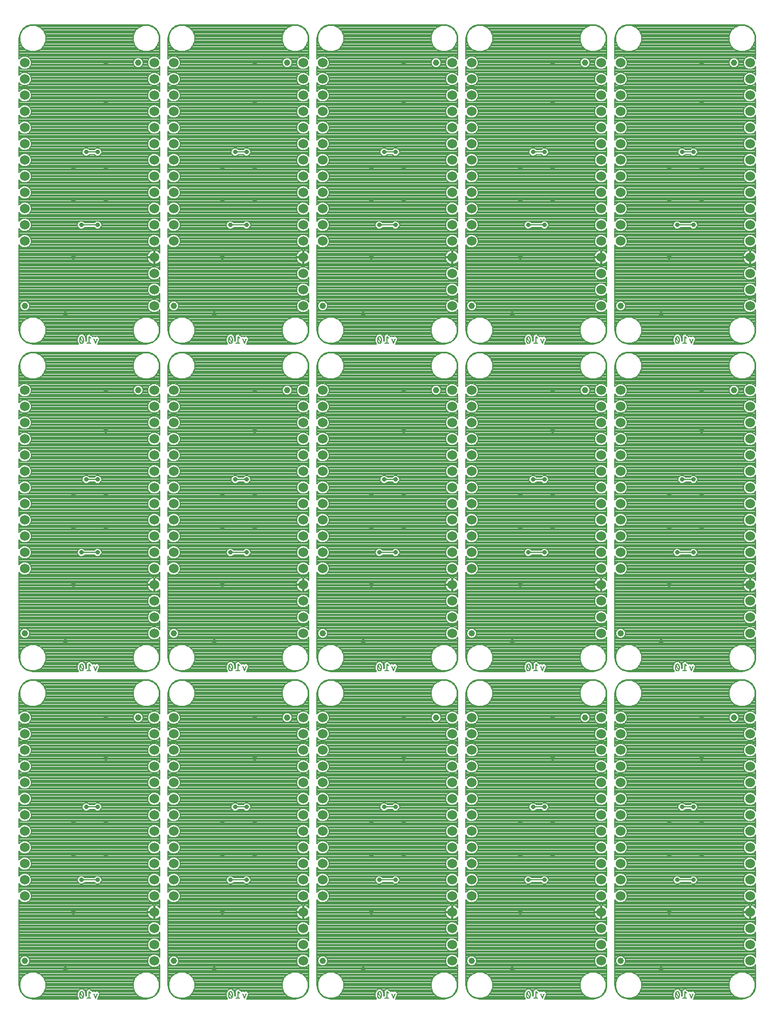
<source format=gbl>
G75*
%MOIN*%
%OFA0B0*%
%FSLAX25Y25*%
%IPPOS*%
%LPD*%
%AMOC8*
5,1,8,0,0,1.08239X$1,22.5*
%
%ADD10C,0.00800*%
%ADD11C,0.06000*%
%ADD12C,0.03937*%
%ADD13C,0.02900*%
D10*
X0050768Y0034891D02*
X0049946Y0037420D01*
X0049842Y0038750D01*
X0049842Y0091486D01*
X0049866Y0091428D01*
X0051019Y0090274D01*
X0052526Y0089650D01*
X0054157Y0089650D01*
X0055664Y0090274D01*
X0056818Y0091428D01*
X0057442Y0092934D01*
X0057442Y0094566D01*
X0056818Y0096072D01*
X0055664Y0097226D01*
X0054157Y0097850D01*
X0052526Y0097850D01*
X0051019Y0097226D01*
X0049866Y0096072D01*
X0049842Y0096014D01*
X0049842Y0101486D01*
X0049866Y0101428D01*
X0051019Y0100274D01*
X0052526Y0099650D01*
X0054157Y0099650D01*
X0055664Y0100274D01*
X0056818Y0101428D01*
X0057442Y0102934D01*
X0057442Y0104566D01*
X0056818Y0106072D01*
X0055664Y0107226D01*
X0054157Y0107850D01*
X0052526Y0107850D01*
X0051019Y0107226D01*
X0049866Y0106072D01*
X0049842Y0106014D01*
X0049842Y0111486D01*
X0049866Y0111428D01*
X0051019Y0110274D01*
X0052526Y0109650D01*
X0054157Y0109650D01*
X0055664Y0110274D01*
X0056818Y0111428D01*
X0057442Y0112934D01*
X0057442Y0114566D01*
X0056818Y0116072D01*
X0055664Y0117226D01*
X0054157Y0117850D01*
X0052526Y0117850D01*
X0051019Y0117226D01*
X0049866Y0116072D01*
X0049842Y0116014D01*
X0049842Y0121486D01*
X0049866Y0121428D01*
X0051019Y0120274D01*
X0052526Y0119650D01*
X0054157Y0119650D01*
X0055664Y0120274D01*
X0056818Y0121428D01*
X0057442Y0122934D01*
X0057442Y0124566D01*
X0056818Y0126072D01*
X0055664Y0127226D01*
X0054157Y0127850D01*
X0052526Y0127850D01*
X0051019Y0127226D01*
X0049866Y0126072D01*
X0049842Y0126014D01*
X0049842Y0131486D01*
X0049866Y0131428D01*
X0051019Y0130274D01*
X0052526Y0129650D01*
X0054157Y0129650D01*
X0055664Y0130274D01*
X0056818Y0131428D01*
X0057442Y0132934D01*
X0057442Y0134566D01*
X0056818Y0136072D01*
X0055664Y0137226D01*
X0054157Y0137850D01*
X0052526Y0137850D01*
X0051019Y0137226D01*
X0049866Y0136072D01*
X0049842Y0136014D01*
X0049842Y0141486D01*
X0049866Y0141428D01*
X0051019Y0140274D01*
X0052526Y0139650D01*
X0054157Y0139650D01*
X0055664Y0140274D01*
X0056818Y0141428D01*
X0057442Y0142934D01*
X0057442Y0144566D01*
X0056818Y0146072D01*
X0055664Y0147226D01*
X0054157Y0147850D01*
X0052526Y0147850D01*
X0051019Y0147226D01*
X0049866Y0146072D01*
X0049842Y0146014D01*
X0049842Y0151486D01*
X0049866Y0151428D01*
X0051019Y0150274D01*
X0052526Y0149650D01*
X0054157Y0149650D01*
X0055664Y0150274D01*
X0056818Y0151428D01*
X0057442Y0152934D01*
X0057442Y0154566D01*
X0056818Y0156072D01*
X0055664Y0157226D01*
X0054157Y0157850D01*
X0052526Y0157850D01*
X0051019Y0157226D01*
X0049866Y0156072D01*
X0049842Y0156014D01*
X0049842Y0161486D01*
X0049866Y0161428D01*
X0051019Y0160274D01*
X0052526Y0159650D01*
X0054157Y0159650D01*
X0055664Y0160274D01*
X0056818Y0161428D01*
X0057442Y0162934D01*
X0057442Y0164566D01*
X0056818Y0166072D01*
X0055664Y0167226D01*
X0054157Y0167850D01*
X0052526Y0167850D01*
X0051019Y0167226D01*
X0049866Y0166072D01*
X0049842Y0166014D01*
X0049842Y0171486D01*
X0049866Y0171428D01*
X0051019Y0170274D01*
X0052526Y0169650D01*
X0054157Y0169650D01*
X0055664Y0170274D01*
X0056818Y0171428D01*
X0057442Y0172934D01*
X0057442Y0174566D01*
X0056818Y0176072D01*
X0055664Y0177226D01*
X0054157Y0177850D01*
X0052526Y0177850D01*
X0051019Y0177226D01*
X0049866Y0176072D01*
X0049842Y0176014D01*
X0049842Y0181486D01*
X0049866Y0181428D01*
X0051019Y0180274D01*
X0052526Y0179650D01*
X0054157Y0179650D01*
X0055664Y0180274D01*
X0056818Y0181428D01*
X0057442Y0182934D01*
X0057442Y0184566D01*
X0056818Y0186072D01*
X0055664Y0187226D01*
X0054157Y0187850D01*
X0052526Y0187850D01*
X0051019Y0187226D01*
X0049866Y0186072D01*
X0049842Y0186014D01*
X0049842Y0191486D01*
X0049866Y0191428D01*
X0051019Y0190274D01*
X0052526Y0189650D01*
X0054157Y0189650D01*
X0055664Y0190274D01*
X0056818Y0191428D01*
X0057442Y0192934D01*
X0057442Y0194566D01*
X0056818Y0196072D01*
X0055664Y0197226D01*
X0054157Y0197850D01*
X0052526Y0197850D01*
X0051019Y0197226D01*
X0049866Y0196072D01*
X0049842Y0196014D01*
X0049842Y0201486D01*
X0049866Y0201428D01*
X0051019Y0200274D01*
X0052526Y0199650D01*
X0054157Y0199650D01*
X0055664Y0200274D01*
X0056818Y0201428D01*
X0057442Y0202934D01*
X0057442Y0204566D01*
X0056818Y0206072D01*
X0055664Y0207226D01*
X0054157Y0207850D01*
X0052526Y0207850D01*
X0051019Y0207226D01*
X0049866Y0206072D01*
X0049842Y0206014D01*
X0049842Y0218750D01*
X0049946Y0220080D01*
X0050768Y0222609D01*
X0052331Y0224760D01*
X0054483Y0226324D01*
X0057012Y0227145D01*
X0058342Y0227250D01*
X0128342Y0227250D01*
X0129671Y0227145D01*
X0132201Y0226324D01*
X0134352Y0224760D01*
X0135915Y0222609D01*
X0136737Y0220080D01*
X0136842Y0218750D01*
X0136842Y0206014D01*
X0136818Y0206072D01*
X0135664Y0207226D01*
X0134157Y0207850D01*
X0132526Y0207850D01*
X0131019Y0207226D01*
X0129866Y0206072D01*
X0129242Y0204566D01*
X0129242Y0202934D01*
X0129866Y0201428D01*
X0131019Y0200274D01*
X0132526Y0199650D01*
X0134157Y0199650D01*
X0135664Y0200274D01*
X0136818Y0201428D01*
X0136842Y0201486D01*
X0136842Y0196014D01*
X0136818Y0196072D01*
X0135664Y0197226D01*
X0134157Y0197850D01*
X0132526Y0197850D01*
X0131019Y0197226D01*
X0129866Y0196072D01*
X0129242Y0194566D01*
X0129242Y0192934D01*
X0129866Y0191428D01*
X0131019Y0190274D01*
X0132526Y0189650D01*
X0134157Y0189650D01*
X0135664Y0190274D01*
X0136818Y0191428D01*
X0136842Y0191486D01*
X0136842Y0186014D01*
X0136818Y0186072D01*
X0135664Y0187226D01*
X0134157Y0187850D01*
X0132526Y0187850D01*
X0131019Y0187226D01*
X0129866Y0186072D01*
X0129242Y0184566D01*
X0129242Y0182934D01*
X0129866Y0181428D01*
X0131019Y0180274D01*
X0132526Y0179650D01*
X0134157Y0179650D01*
X0135664Y0180274D01*
X0136818Y0181428D01*
X0136842Y0181486D01*
X0136842Y0176014D01*
X0136818Y0176072D01*
X0135664Y0177226D01*
X0134157Y0177850D01*
X0132526Y0177850D01*
X0131019Y0177226D01*
X0129866Y0176072D01*
X0129242Y0174566D01*
X0129242Y0172934D01*
X0129866Y0171428D01*
X0131019Y0170274D01*
X0132526Y0169650D01*
X0134157Y0169650D01*
X0135664Y0170274D01*
X0136818Y0171428D01*
X0136842Y0171486D01*
X0136842Y0166014D01*
X0136818Y0166072D01*
X0135664Y0167226D01*
X0134157Y0167850D01*
X0132526Y0167850D01*
X0131019Y0167226D01*
X0129866Y0166072D01*
X0129242Y0164566D01*
X0129242Y0162934D01*
X0129866Y0161428D01*
X0131019Y0160274D01*
X0132526Y0159650D01*
X0134157Y0159650D01*
X0135664Y0160274D01*
X0136818Y0161428D01*
X0136842Y0161486D01*
X0136842Y0156014D01*
X0136818Y0156072D01*
X0135664Y0157226D01*
X0134157Y0157850D01*
X0132526Y0157850D01*
X0131019Y0157226D01*
X0129866Y0156072D01*
X0129242Y0154566D01*
X0129242Y0152934D01*
X0129866Y0151428D01*
X0131019Y0150274D01*
X0132526Y0149650D01*
X0134157Y0149650D01*
X0135664Y0150274D01*
X0136818Y0151428D01*
X0136842Y0151486D01*
X0136842Y0146014D01*
X0136818Y0146072D01*
X0135664Y0147226D01*
X0134157Y0147850D01*
X0132526Y0147850D01*
X0131019Y0147226D01*
X0129866Y0146072D01*
X0129242Y0144566D01*
X0129242Y0142934D01*
X0129866Y0141428D01*
X0131019Y0140274D01*
X0132526Y0139650D01*
X0134157Y0139650D01*
X0135664Y0140274D01*
X0136818Y0141428D01*
X0136842Y0141486D01*
X0136842Y0136014D01*
X0136818Y0136072D01*
X0135664Y0137226D01*
X0134157Y0137850D01*
X0132526Y0137850D01*
X0131019Y0137226D01*
X0129866Y0136072D01*
X0129242Y0134566D01*
X0129242Y0132934D01*
X0129866Y0131428D01*
X0131019Y0130274D01*
X0132526Y0129650D01*
X0134157Y0129650D01*
X0135664Y0130274D01*
X0136818Y0131428D01*
X0136842Y0131486D01*
X0136842Y0126014D01*
X0136818Y0126072D01*
X0135664Y0127226D01*
X0134157Y0127850D01*
X0132526Y0127850D01*
X0131019Y0127226D01*
X0129866Y0126072D01*
X0129242Y0124566D01*
X0129242Y0122934D01*
X0129866Y0121428D01*
X0131019Y0120274D01*
X0132526Y0119650D01*
X0134157Y0119650D01*
X0135664Y0120274D01*
X0136818Y0121428D01*
X0136842Y0121486D01*
X0136842Y0116014D01*
X0136818Y0116072D01*
X0135664Y0117226D01*
X0134157Y0117850D01*
X0132526Y0117850D01*
X0131019Y0117226D01*
X0129866Y0116072D01*
X0129242Y0114566D01*
X0129242Y0112934D01*
X0129866Y0111428D01*
X0131019Y0110274D01*
X0132526Y0109650D01*
X0134157Y0109650D01*
X0135664Y0110274D01*
X0136818Y0111428D01*
X0136842Y0111486D01*
X0136842Y0106014D01*
X0136818Y0106072D01*
X0135664Y0107226D01*
X0134157Y0107850D01*
X0132526Y0107850D01*
X0131019Y0107226D01*
X0129866Y0106072D01*
X0129242Y0104566D01*
X0129242Y0102934D01*
X0129866Y0101428D01*
X0131019Y0100274D01*
X0132526Y0099650D01*
X0134157Y0099650D01*
X0135664Y0100274D01*
X0136818Y0101428D01*
X0136842Y0101486D01*
X0136842Y0096014D01*
X0136818Y0096072D01*
X0135664Y0097226D01*
X0134157Y0097850D01*
X0132526Y0097850D01*
X0131019Y0097226D01*
X0129866Y0096072D01*
X0129242Y0094566D01*
X0129242Y0092934D01*
X0129866Y0091428D01*
X0131019Y0090274D01*
X0132526Y0089650D01*
X0134157Y0089650D01*
X0135664Y0090274D01*
X0136818Y0091428D01*
X0136842Y0091486D01*
X0136842Y0086418D01*
X0136698Y0086616D01*
X0136208Y0087106D01*
X0135648Y0087513D01*
X0135031Y0087828D01*
X0134372Y0088042D01*
X0133742Y0088141D01*
X0133742Y0084150D01*
X0132942Y0084150D01*
X0132942Y0088141D01*
X0132311Y0088042D01*
X0131653Y0087828D01*
X0131036Y0087513D01*
X0130475Y0087106D01*
X0129986Y0086616D01*
X0129579Y0086056D01*
X0129264Y0085439D01*
X0129050Y0084780D01*
X0128950Y0084150D01*
X0132942Y0084150D01*
X0132942Y0083350D01*
X0133742Y0083350D01*
X0133742Y0079359D01*
X0134372Y0079458D01*
X0135031Y0079672D01*
X0135648Y0079987D01*
X0136208Y0080394D01*
X0136698Y0080884D01*
X0136842Y0081082D01*
X0136842Y0076014D01*
X0136818Y0076072D01*
X0135664Y0077226D01*
X0134157Y0077850D01*
X0132526Y0077850D01*
X0131019Y0077226D01*
X0129866Y0076072D01*
X0129242Y0074566D01*
X0129242Y0072934D01*
X0129866Y0071428D01*
X0131019Y0070274D01*
X0132526Y0069650D01*
X0134157Y0069650D01*
X0135664Y0070274D01*
X0136818Y0071428D01*
X0136842Y0071486D01*
X0136842Y0066014D01*
X0136818Y0066072D01*
X0135664Y0067226D01*
X0134157Y0067850D01*
X0132526Y0067850D01*
X0131019Y0067226D01*
X0129866Y0066072D01*
X0129242Y0064566D01*
X0129242Y0062934D01*
X0129866Y0061428D01*
X0131019Y0060274D01*
X0132526Y0059650D01*
X0134157Y0059650D01*
X0135664Y0060274D01*
X0136818Y0061428D01*
X0136842Y0061486D01*
X0136842Y0056014D01*
X0136818Y0056072D01*
X0135664Y0057226D01*
X0134157Y0057850D01*
X0132526Y0057850D01*
X0131019Y0057226D01*
X0129866Y0056072D01*
X0129242Y0054566D01*
X0129242Y0052934D01*
X0129866Y0051428D01*
X0131019Y0050274D01*
X0132526Y0049650D01*
X0134157Y0049650D01*
X0135664Y0050274D01*
X0136818Y0051428D01*
X0136842Y0051486D01*
X0136842Y0038750D01*
X0136737Y0037420D01*
X0135915Y0034891D01*
X0134352Y0032740D01*
X0132201Y0031176D01*
X0129671Y0030355D01*
X0128342Y0030250D01*
X0098486Y0030250D01*
X0098628Y0030535D01*
X0098590Y0030650D01*
X0099561Y0033565D01*
X0099006Y0034677D01*
X0097827Y0035069D01*
X0097008Y0034660D01*
X0096190Y0035069D01*
X0095410Y0034809D01*
X0093960Y0035969D01*
X0093580Y0036350D01*
X0093485Y0036350D01*
X0093410Y0036409D01*
X0092875Y0036350D01*
X0092337Y0036350D01*
X0092270Y0036283D01*
X0092175Y0036272D01*
X0091839Y0035852D01*
X0091458Y0035471D01*
X0091458Y0035376D01*
X0091399Y0035302D01*
X0091458Y0034767D01*
X0091458Y0032150D01*
X0091170Y0032150D01*
X0091125Y0032105D01*
X0091125Y0033895D01*
X0090664Y0034841D01*
X0090448Y0035470D01*
X0089216Y0036350D01*
X0087701Y0036350D01*
X0086469Y0035470D01*
X0086469Y0035470D01*
X0086469Y0035470D01*
X0086253Y0034841D01*
X0086236Y0034806D01*
X0086103Y0034700D01*
X0086079Y0034484D01*
X0085792Y0033895D01*
X0085792Y0031605D01*
X0086253Y0030659D01*
X0086393Y0030250D01*
X0058342Y0030250D01*
X0057012Y0030355D01*
X0054483Y0031176D01*
X0052331Y0032740D01*
X0050768Y0034891D01*
X0050688Y0035138D02*
X0051071Y0035138D01*
X0051169Y0034340D02*
X0051401Y0034340D01*
X0051475Y0034162D02*
X0051475Y0034162D01*
X0050242Y0037139D01*
X0050242Y0040361D01*
X0051475Y0043338D01*
X0051475Y0043338D01*
X0053754Y0045617D01*
X0053754Y0045617D01*
X0056731Y0046850D01*
X0059953Y0046850D01*
X0062930Y0045617D01*
X0062930Y0045617D01*
X0065209Y0043338D01*
X0065209Y0043338D01*
X0066442Y0040361D01*
X0066442Y0037139D01*
X0065209Y0034162D01*
X0065209Y0034162D01*
X0062930Y0031883D01*
X0062930Y0031883D01*
X0059953Y0030650D01*
X0058010Y0030650D01*
X0056731Y0030650D01*
X0053754Y0031883D01*
X0053754Y0031883D01*
X0051475Y0034162D01*
X0051749Y0033541D02*
X0052096Y0033541D01*
X0052329Y0032743D02*
X0052894Y0032743D01*
X0053426Y0031944D02*
X0053693Y0031944D01*
X0054578Y0031146D02*
X0055534Y0031146D01*
X0057109Y0030347D02*
X0086360Y0030347D01*
X0086016Y0031146D02*
X0061149Y0031146D01*
X0062991Y0031944D02*
X0085792Y0031944D01*
X0085792Y0032743D02*
X0063789Y0032743D01*
X0064588Y0033541D02*
X0085792Y0033541D01*
X0086009Y0034340D02*
X0065282Y0034340D01*
X0065613Y0035138D02*
X0086355Y0035138D01*
X0087122Y0035937D02*
X0065944Y0035937D01*
X0066275Y0036735D02*
X0120409Y0036735D01*
X0120242Y0037139D02*
X0121475Y0034162D01*
X0121475Y0034162D01*
X0123754Y0031883D01*
X0126731Y0030650D01*
X0128673Y0030650D01*
X0129953Y0030650D01*
X0132930Y0031883D01*
X0135209Y0034162D01*
X0136442Y0037139D01*
X0136442Y0040361D01*
X0135209Y0043338D01*
X0135209Y0043338D01*
X0132930Y0045617D01*
X0129953Y0046850D01*
X0126731Y0046850D01*
X0123754Y0045617D01*
X0123754Y0045617D01*
X0121475Y0043338D01*
X0120242Y0040361D01*
X0120242Y0037139D01*
X0120242Y0037534D02*
X0066442Y0037534D01*
X0066442Y0038332D02*
X0120242Y0038332D01*
X0120242Y0039131D02*
X0066442Y0039131D01*
X0066442Y0039929D02*
X0120242Y0039929D01*
X0120394Y0040728D02*
X0066290Y0040728D01*
X0065959Y0041526D02*
X0120724Y0041526D01*
X0121055Y0042325D02*
X0065628Y0042325D01*
X0065298Y0043123D02*
X0121386Y0043123D01*
X0121475Y0043338D02*
X0121475Y0043338D01*
X0122058Y0043922D02*
X0064625Y0043922D01*
X0063827Y0044720D02*
X0122857Y0044720D01*
X0123655Y0045519D02*
X0063028Y0045519D01*
X0061239Y0046317D02*
X0125444Y0046317D01*
X0131239Y0046317D02*
X0136842Y0046317D01*
X0136842Y0045519D02*
X0133028Y0045519D01*
X0132930Y0045617D02*
X0132930Y0045617D01*
X0133827Y0044720D02*
X0136842Y0044720D01*
X0136842Y0043922D02*
X0134625Y0043922D01*
X0135298Y0043123D02*
X0136842Y0043123D01*
X0136842Y0042325D02*
X0135628Y0042325D01*
X0135959Y0041526D02*
X0136842Y0041526D01*
X0136842Y0040728D02*
X0136290Y0040728D01*
X0136442Y0039929D02*
X0136842Y0039929D01*
X0136842Y0039131D02*
X0136442Y0039131D01*
X0136442Y0038332D02*
X0136809Y0038332D01*
X0136746Y0037534D02*
X0136442Y0037534D01*
X0136515Y0036735D02*
X0136275Y0036735D01*
X0136255Y0035937D02*
X0135944Y0035937D01*
X0135996Y0035138D02*
X0135613Y0035138D01*
X0135515Y0034340D02*
X0135282Y0034340D01*
X0135209Y0034162D02*
X0135209Y0034162D01*
X0134935Y0033541D02*
X0134588Y0033541D01*
X0134354Y0032743D02*
X0133789Y0032743D01*
X0133257Y0031944D02*
X0132991Y0031944D01*
X0132930Y0031883D02*
X0132930Y0031883D01*
X0132106Y0031146D02*
X0131149Y0031146D01*
X0129953Y0030650D02*
X0129953Y0030650D01*
X0129575Y0030347D02*
X0098534Y0030347D01*
X0098755Y0031146D02*
X0125534Y0031146D01*
X0123754Y0031883D02*
X0123754Y0031883D01*
X0123693Y0031944D02*
X0099021Y0031944D01*
X0099287Y0032743D02*
X0122894Y0032743D01*
X0122096Y0033541D02*
X0099553Y0033541D01*
X0099174Y0034340D02*
X0121401Y0034340D01*
X0121071Y0035138D02*
X0094999Y0035138D01*
X0094001Y0035937D02*
X0120740Y0035937D01*
X0130984Y0050310D02*
X0049842Y0050310D01*
X0049842Y0051108D02*
X0051701Y0051108D01*
X0051604Y0051149D02*
X0052731Y0050681D01*
X0053952Y0050681D01*
X0055080Y0051149D01*
X0055943Y0052012D01*
X0056410Y0053140D01*
X0056410Y0054360D01*
X0055943Y0055488D01*
X0055080Y0056351D01*
X0053952Y0056818D01*
X0052731Y0056818D01*
X0051604Y0056351D01*
X0050740Y0055488D01*
X0050273Y0054360D01*
X0050273Y0053140D01*
X0050740Y0052012D01*
X0051604Y0051149D01*
X0050845Y0051907D02*
X0049842Y0051907D01*
X0049842Y0052705D02*
X0050453Y0052705D01*
X0050273Y0053504D02*
X0049842Y0053504D01*
X0049842Y0054302D02*
X0050273Y0054302D01*
X0050580Y0055101D02*
X0049842Y0055101D01*
X0049842Y0055899D02*
X0051152Y0055899D01*
X0052440Y0056698D02*
X0049842Y0056698D01*
X0049842Y0057496D02*
X0131673Y0057496D01*
X0130491Y0056698D02*
X0054243Y0056698D01*
X0055532Y0055899D02*
X0129794Y0055899D01*
X0129464Y0055101D02*
X0056104Y0055101D01*
X0056410Y0054302D02*
X0129242Y0054302D01*
X0129242Y0053504D02*
X0056410Y0053504D01*
X0056230Y0052705D02*
X0129337Y0052705D01*
X0129667Y0051907D02*
X0055838Y0051907D01*
X0054983Y0051108D02*
X0130185Y0051108D01*
X0135700Y0050310D02*
X0136842Y0050310D01*
X0136842Y0051108D02*
X0136498Y0051108D01*
X0136842Y0049511D02*
X0049842Y0049511D01*
X0049842Y0048713D02*
X0136842Y0048713D01*
X0136842Y0047914D02*
X0049842Y0047914D01*
X0049842Y0047116D02*
X0136842Y0047116D01*
X0141842Y0047116D02*
X0228842Y0047116D01*
X0228842Y0047914D02*
X0141842Y0047914D01*
X0141842Y0048713D02*
X0228842Y0048713D01*
X0228842Y0049511D02*
X0141842Y0049511D01*
X0141842Y0050310D02*
X0222984Y0050310D01*
X0223019Y0050274D02*
X0224526Y0049650D01*
X0226157Y0049650D01*
X0227664Y0050274D01*
X0228818Y0051428D01*
X0228842Y0051486D01*
X0228842Y0038750D01*
X0228737Y0037420D01*
X0227915Y0034891D01*
X0226352Y0032740D01*
X0224201Y0031176D01*
X0221671Y0030355D01*
X0220342Y0030250D01*
X0190486Y0030250D01*
X0190628Y0030535D01*
X0190590Y0030650D01*
X0191561Y0033565D01*
X0191006Y0034677D01*
X0189827Y0035069D01*
X0189008Y0034660D01*
X0188190Y0035069D01*
X0187410Y0034809D01*
X0185960Y0035969D01*
X0185580Y0036350D01*
X0185485Y0036350D01*
X0185410Y0036409D01*
X0184875Y0036350D01*
X0184337Y0036350D01*
X0184270Y0036283D01*
X0184175Y0036272D01*
X0183839Y0035852D01*
X0183458Y0035471D01*
X0183458Y0035376D01*
X0183399Y0035302D01*
X0183458Y0034767D01*
X0183458Y0032150D01*
X0183170Y0032150D01*
X0183125Y0032105D01*
X0183125Y0033895D01*
X0182664Y0034841D01*
X0182448Y0035470D01*
X0181216Y0036350D01*
X0179701Y0036350D01*
X0178469Y0035470D01*
X0178469Y0035470D01*
X0178469Y0035470D01*
X0178253Y0034841D01*
X0178236Y0034806D01*
X0178103Y0034700D01*
X0178079Y0034484D01*
X0177792Y0033895D01*
X0177792Y0031605D01*
X0178253Y0030659D01*
X0178393Y0030250D01*
X0150342Y0030250D01*
X0149012Y0030355D01*
X0146483Y0031176D01*
X0144331Y0032740D01*
X0142768Y0034891D01*
X0141946Y0037420D01*
X0141842Y0038750D01*
X0141842Y0091486D01*
X0141866Y0091428D01*
X0143019Y0090274D01*
X0144526Y0089650D01*
X0146157Y0089650D01*
X0147664Y0090274D01*
X0148818Y0091428D01*
X0149442Y0092934D01*
X0149442Y0094566D01*
X0148818Y0096072D01*
X0147664Y0097226D01*
X0146157Y0097850D01*
X0144526Y0097850D01*
X0143019Y0097226D01*
X0141866Y0096072D01*
X0141842Y0096014D01*
X0141842Y0101486D01*
X0141866Y0101428D01*
X0143019Y0100274D01*
X0144526Y0099650D01*
X0146157Y0099650D01*
X0147664Y0100274D01*
X0148818Y0101428D01*
X0149442Y0102934D01*
X0149442Y0104566D01*
X0148818Y0106072D01*
X0147664Y0107226D01*
X0146157Y0107850D01*
X0144526Y0107850D01*
X0143019Y0107226D01*
X0141866Y0106072D01*
X0141842Y0106014D01*
X0141842Y0111486D01*
X0141866Y0111428D01*
X0143019Y0110274D01*
X0144526Y0109650D01*
X0146157Y0109650D01*
X0147664Y0110274D01*
X0148818Y0111428D01*
X0149442Y0112934D01*
X0149442Y0114566D01*
X0148818Y0116072D01*
X0147664Y0117226D01*
X0146157Y0117850D01*
X0144526Y0117850D01*
X0143019Y0117226D01*
X0141866Y0116072D01*
X0141842Y0116014D01*
X0141842Y0121486D01*
X0141866Y0121428D01*
X0143019Y0120274D01*
X0144526Y0119650D01*
X0146157Y0119650D01*
X0147664Y0120274D01*
X0148818Y0121428D01*
X0149442Y0122934D01*
X0149442Y0124566D01*
X0148818Y0126072D01*
X0147664Y0127226D01*
X0146157Y0127850D01*
X0144526Y0127850D01*
X0143019Y0127226D01*
X0141866Y0126072D01*
X0141842Y0126014D01*
X0141842Y0131486D01*
X0141866Y0131428D01*
X0143019Y0130274D01*
X0144526Y0129650D01*
X0146157Y0129650D01*
X0147664Y0130274D01*
X0148818Y0131428D01*
X0149442Y0132934D01*
X0149442Y0134566D01*
X0148818Y0136072D01*
X0147664Y0137226D01*
X0146157Y0137850D01*
X0144526Y0137850D01*
X0143019Y0137226D01*
X0141866Y0136072D01*
X0141842Y0136014D01*
X0141842Y0141486D01*
X0141866Y0141428D01*
X0143019Y0140274D01*
X0144526Y0139650D01*
X0146157Y0139650D01*
X0147664Y0140274D01*
X0148818Y0141428D01*
X0149442Y0142934D01*
X0149442Y0144566D01*
X0148818Y0146072D01*
X0147664Y0147226D01*
X0146157Y0147850D01*
X0144526Y0147850D01*
X0143019Y0147226D01*
X0141866Y0146072D01*
X0141842Y0146014D01*
X0141842Y0151486D01*
X0141866Y0151428D01*
X0143019Y0150274D01*
X0144526Y0149650D01*
X0146157Y0149650D01*
X0147664Y0150274D01*
X0148818Y0151428D01*
X0149442Y0152934D01*
X0149442Y0154566D01*
X0148818Y0156072D01*
X0147664Y0157226D01*
X0146157Y0157850D01*
X0144526Y0157850D01*
X0143019Y0157226D01*
X0141866Y0156072D01*
X0141842Y0156014D01*
X0141842Y0161486D01*
X0141866Y0161428D01*
X0143019Y0160274D01*
X0144526Y0159650D01*
X0146157Y0159650D01*
X0147664Y0160274D01*
X0148818Y0161428D01*
X0149442Y0162934D01*
X0149442Y0164566D01*
X0148818Y0166072D01*
X0147664Y0167226D01*
X0146157Y0167850D01*
X0144526Y0167850D01*
X0143019Y0167226D01*
X0141866Y0166072D01*
X0141842Y0166014D01*
X0141842Y0171486D01*
X0141866Y0171428D01*
X0143019Y0170274D01*
X0144526Y0169650D01*
X0146157Y0169650D01*
X0147664Y0170274D01*
X0148818Y0171428D01*
X0149442Y0172934D01*
X0149442Y0174566D01*
X0148818Y0176072D01*
X0147664Y0177226D01*
X0146157Y0177850D01*
X0144526Y0177850D01*
X0143019Y0177226D01*
X0141866Y0176072D01*
X0141842Y0176014D01*
X0141842Y0181486D01*
X0141866Y0181428D01*
X0143019Y0180274D01*
X0144526Y0179650D01*
X0146157Y0179650D01*
X0147664Y0180274D01*
X0148818Y0181428D01*
X0149442Y0182934D01*
X0149442Y0184566D01*
X0148818Y0186072D01*
X0147664Y0187226D01*
X0146157Y0187850D01*
X0144526Y0187850D01*
X0143019Y0187226D01*
X0141866Y0186072D01*
X0141842Y0186014D01*
X0141842Y0191486D01*
X0141866Y0191428D01*
X0143019Y0190274D01*
X0144526Y0189650D01*
X0146157Y0189650D01*
X0147664Y0190274D01*
X0148818Y0191428D01*
X0149442Y0192934D01*
X0149442Y0194566D01*
X0148818Y0196072D01*
X0147664Y0197226D01*
X0146157Y0197850D01*
X0144526Y0197850D01*
X0143019Y0197226D01*
X0141866Y0196072D01*
X0141842Y0196014D01*
X0141842Y0201486D01*
X0141866Y0201428D01*
X0143019Y0200274D01*
X0144526Y0199650D01*
X0146157Y0199650D01*
X0147664Y0200274D01*
X0148818Y0201428D01*
X0149442Y0202934D01*
X0149442Y0204566D01*
X0148818Y0206072D01*
X0147664Y0207226D01*
X0146157Y0207850D01*
X0144526Y0207850D01*
X0143019Y0207226D01*
X0141866Y0206072D01*
X0141842Y0206014D01*
X0141842Y0218750D01*
X0141946Y0220080D01*
X0142768Y0222609D01*
X0144331Y0224760D01*
X0146483Y0226324D01*
X0149012Y0227145D01*
X0150342Y0227250D01*
X0220342Y0227250D01*
X0221671Y0227145D01*
X0224201Y0226324D01*
X0226352Y0224760D01*
X0227915Y0222609D01*
X0228737Y0220080D01*
X0228842Y0218750D01*
X0228842Y0206014D01*
X0228818Y0206072D01*
X0227664Y0207226D01*
X0226157Y0207850D01*
X0224526Y0207850D01*
X0223019Y0207226D01*
X0221866Y0206072D01*
X0221242Y0204566D01*
X0221242Y0202934D01*
X0221866Y0201428D01*
X0223019Y0200274D01*
X0224526Y0199650D01*
X0226157Y0199650D01*
X0227664Y0200274D01*
X0228818Y0201428D01*
X0228842Y0201486D01*
X0228842Y0196014D01*
X0228818Y0196072D01*
X0227664Y0197226D01*
X0226157Y0197850D01*
X0224526Y0197850D01*
X0223019Y0197226D01*
X0221866Y0196072D01*
X0221242Y0194566D01*
X0221242Y0192934D01*
X0221866Y0191428D01*
X0223019Y0190274D01*
X0224526Y0189650D01*
X0226157Y0189650D01*
X0227664Y0190274D01*
X0228818Y0191428D01*
X0228842Y0191486D01*
X0228842Y0186014D01*
X0228818Y0186072D01*
X0227664Y0187226D01*
X0226157Y0187850D01*
X0224526Y0187850D01*
X0223019Y0187226D01*
X0221866Y0186072D01*
X0221242Y0184566D01*
X0221242Y0182934D01*
X0221866Y0181428D01*
X0223019Y0180274D01*
X0224526Y0179650D01*
X0226157Y0179650D01*
X0227664Y0180274D01*
X0228818Y0181428D01*
X0228842Y0181486D01*
X0228842Y0176014D01*
X0228818Y0176072D01*
X0227664Y0177226D01*
X0226157Y0177850D01*
X0224526Y0177850D01*
X0223019Y0177226D01*
X0221866Y0176072D01*
X0221242Y0174566D01*
X0221242Y0172934D01*
X0221866Y0171428D01*
X0223019Y0170274D01*
X0224526Y0169650D01*
X0226157Y0169650D01*
X0227664Y0170274D01*
X0228818Y0171428D01*
X0228842Y0171486D01*
X0228842Y0166014D01*
X0228818Y0166072D01*
X0227664Y0167226D01*
X0226157Y0167850D01*
X0224526Y0167850D01*
X0223019Y0167226D01*
X0221866Y0166072D01*
X0221242Y0164566D01*
X0221242Y0162934D01*
X0221866Y0161428D01*
X0223019Y0160274D01*
X0224526Y0159650D01*
X0226157Y0159650D01*
X0227664Y0160274D01*
X0228818Y0161428D01*
X0228842Y0161486D01*
X0228842Y0156014D01*
X0228818Y0156072D01*
X0227664Y0157226D01*
X0226157Y0157850D01*
X0224526Y0157850D01*
X0223019Y0157226D01*
X0221866Y0156072D01*
X0221242Y0154566D01*
X0221242Y0152934D01*
X0221866Y0151428D01*
X0223019Y0150274D01*
X0224526Y0149650D01*
X0226157Y0149650D01*
X0227664Y0150274D01*
X0228818Y0151428D01*
X0228842Y0151486D01*
X0228842Y0146014D01*
X0228818Y0146072D01*
X0227664Y0147226D01*
X0226157Y0147850D01*
X0224526Y0147850D01*
X0223019Y0147226D01*
X0221866Y0146072D01*
X0221242Y0144566D01*
X0221242Y0142934D01*
X0221866Y0141428D01*
X0223019Y0140274D01*
X0224526Y0139650D01*
X0226157Y0139650D01*
X0227664Y0140274D01*
X0228818Y0141428D01*
X0228842Y0141486D01*
X0228842Y0136014D01*
X0228818Y0136072D01*
X0227664Y0137226D01*
X0226157Y0137850D01*
X0224526Y0137850D01*
X0223019Y0137226D01*
X0221866Y0136072D01*
X0221242Y0134566D01*
X0221242Y0132934D01*
X0221866Y0131428D01*
X0223019Y0130274D01*
X0224526Y0129650D01*
X0226157Y0129650D01*
X0227664Y0130274D01*
X0228818Y0131428D01*
X0228842Y0131486D01*
X0228842Y0126014D01*
X0228818Y0126072D01*
X0227664Y0127226D01*
X0226157Y0127850D01*
X0224526Y0127850D01*
X0223019Y0127226D01*
X0221866Y0126072D01*
X0221242Y0124566D01*
X0221242Y0122934D01*
X0221866Y0121428D01*
X0223019Y0120274D01*
X0224526Y0119650D01*
X0226157Y0119650D01*
X0227664Y0120274D01*
X0228818Y0121428D01*
X0228842Y0121486D01*
X0228842Y0116014D01*
X0228818Y0116072D01*
X0227664Y0117226D01*
X0226157Y0117850D01*
X0224526Y0117850D01*
X0223019Y0117226D01*
X0221866Y0116072D01*
X0221242Y0114566D01*
X0221242Y0112934D01*
X0221866Y0111428D01*
X0223019Y0110274D01*
X0224526Y0109650D01*
X0226157Y0109650D01*
X0227664Y0110274D01*
X0228818Y0111428D01*
X0228842Y0111486D01*
X0228842Y0106014D01*
X0228818Y0106072D01*
X0227664Y0107226D01*
X0226157Y0107850D01*
X0224526Y0107850D01*
X0223019Y0107226D01*
X0221866Y0106072D01*
X0221242Y0104566D01*
X0221242Y0102934D01*
X0221866Y0101428D01*
X0223019Y0100274D01*
X0224526Y0099650D01*
X0226157Y0099650D01*
X0227664Y0100274D01*
X0228818Y0101428D01*
X0228842Y0101486D01*
X0228842Y0096014D01*
X0228818Y0096072D01*
X0227664Y0097226D01*
X0226157Y0097850D01*
X0224526Y0097850D01*
X0223019Y0097226D01*
X0221866Y0096072D01*
X0221242Y0094566D01*
X0221242Y0092934D01*
X0221866Y0091428D01*
X0223019Y0090274D01*
X0224526Y0089650D01*
X0226157Y0089650D01*
X0227664Y0090274D01*
X0228818Y0091428D01*
X0228842Y0091486D01*
X0228842Y0086418D01*
X0228698Y0086616D01*
X0228208Y0087106D01*
X0227648Y0087513D01*
X0227031Y0087828D01*
X0226372Y0088042D01*
X0225742Y0088141D01*
X0225742Y0084150D01*
X0224942Y0084150D01*
X0224942Y0088141D01*
X0224311Y0088042D01*
X0223653Y0087828D01*
X0223036Y0087513D01*
X0222475Y0087106D01*
X0221986Y0086616D01*
X0221579Y0086056D01*
X0221264Y0085439D01*
X0221050Y0084780D01*
X0220950Y0084150D01*
X0224942Y0084150D01*
X0224942Y0083350D01*
X0225742Y0083350D01*
X0225742Y0079359D01*
X0226372Y0079458D01*
X0227031Y0079672D01*
X0227648Y0079987D01*
X0228208Y0080394D01*
X0228698Y0080884D01*
X0228842Y0081082D01*
X0228842Y0076014D01*
X0228818Y0076072D01*
X0227664Y0077226D01*
X0226157Y0077850D01*
X0224526Y0077850D01*
X0223019Y0077226D01*
X0221866Y0076072D01*
X0221242Y0074566D01*
X0221242Y0072934D01*
X0221866Y0071428D01*
X0223019Y0070274D01*
X0224526Y0069650D01*
X0226157Y0069650D01*
X0227664Y0070274D01*
X0228818Y0071428D01*
X0228842Y0071486D01*
X0228842Y0066014D01*
X0228818Y0066072D01*
X0227664Y0067226D01*
X0226157Y0067850D01*
X0224526Y0067850D01*
X0223019Y0067226D01*
X0221866Y0066072D01*
X0221242Y0064566D01*
X0221242Y0062934D01*
X0221866Y0061428D01*
X0223019Y0060274D01*
X0224526Y0059650D01*
X0226157Y0059650D01*
X0227664Y0060274D01*
X0228818Y0061428D01*
X0228842Y0061486D01*
X0228842Y0056014D01*
X0228818Y0056072D01*
X0227664Y0057226D01*
X0226157Y0057850D01*
X0224526Y0057850D01*
X0223019Y0057226D01*
X0221866Y0056072D01*
X0221242Y0054566D01*
X0221242Y0052934D01*
X0221866Y0051428D01*
X0223019Y0050274D01*
X0222185Y0051108D02*
X0146983Y0051108D01*
X0147080Y0051149D02*
X0147943Y0052012D01*
X0148410Y0053140D01*
X0148410Y0054360D01*
X0147943Y0055488D01*
X0147080Y0056351D01*
X0145952Y0056818D01*
X0144731Y0056818D01*
X0143604Y0056351D01*
X0142740Y0055488D01*
X0142273Y0054360D01*
X0142273Y0053140D01*
X0142740Y0052012D01*
X0143604Y0051149D01*
X0144731Y0050681D01*
X0145952Y0050681D01*
X0147080Y0051149D01*
X0147838Y0051907D02*
X0221667Y0051907D01*
X0221337Y0052705D02*
X0148230Y0052705D01*
X0148410Y0053504D02*
X0221242Y0053504D01*
X0221242Y0054302D02*
X0148410Y0054302D01*
X0148104Y0055101D02*
X0221464Y0055101D01*
X0221794Y0055899D02*
X0147532Y0055899D01*
X0146243Y0056698D02*
X0222491Y0056698D01*
X0223673Y0057496D02*
X0141842Y0057496D01*
X0141842Y0056698D02*
X0144440Y0056698D01*
X0143152Y0055899D02*
X0141842Y0055899D01*
X0141842Y0055101D02*
X0142580Y0055101D01*
X0142273Y0054302D02*
X0141842Y0054302D01*
X0141842Y0053504D02*
X0142273Y0053504D01*
X0142453Y0052705D02*
X0141842Y0052705D01*
X0141842Y0051907D02*
X0142845Y0051907D01*
X0143701Y0051108D02*
X0141842Y0051108D01*
X0141842Y0046317D02*
X0147444Y0046317D01*
X0148731Y0046850D02*
X0145754Y0045617D01*
X0145754Y0045617D01*
X0143475Y0043338D01*
X0142242Y0040361D01*
X0142242Y0037139D01*
X0143475Y0034162D01*
X0143475Y0034162D01*
X0145754Y0031883D01*
X0148731Y0030650D01*
X0150010Y0030650D01*
X0151953Y0030650D01*
X0154930Y0031883D01*
X0157209Y0034162D01*
X0158442Y0037139D01*
X0158442Y0040361D01*
X0158442Y0040361D01*
X0157209Y0043338D01*
X0154930Y0045617D01*
X0151953Y0046850D01*
X0148731Y0046850D01*
X0145655Y0045519D02*
X0141842Y0045519D01*
X0141842Y0044720D02*
X0144857Y0044720D01*
X0144058Y0043922D02*
X0141842Y0043922D01*
X0141842Y0043123D02*
X0143386Y0043123D01*
X0143475Y0043338D02*
X0143475Y0043338D01*
X0143055Y0042325D02*
X0141842Y0042325D01*
X0141842Y0041526D02*
X0142724Y0041526D01*
X0142394Y0040728D02*
X0141842Y0040728D01*
X0141842Y0039929D02*
X0142242Y0039929D01*
X0142242Y0039131D02*
X0141842Y0039131D01*
X0141875Y0038332D02*
X0142242Y0038332D01*
X0142242Y0037534D02*
X0141938Y0037534D01*
X0142169Y0036735D02*
X0142409Y0036735D01*
X0142429Y0035937D02*
X0142740Y0035937D01*
X0142688Y0035138D02*
X0143071Y0035138D01*
X0143169Y0034340D02*
X0143401Y0034340D01*
X0143749Y0033541D02*
X0144096Y0033541D01*
X0144329Y0032743D02*
X0144894Y0032743D01*
X0145426Y0031944D02*
X0145693Y0031944D01*
X0145754Y0031883D02*
X0145754Y0031883D01*
X0146578Y0031146D02*
X0147534Y0031146D01*
X0149109Y0030347D02*
X0178360Y0030347D01*
X0178016Y0031146D02*
X0153149Y0031146D01*
X0154930Y0031883D02*
X0154930Y0031883D01*
X0154991Y0031944D02*
X0177792Y0031944D01*
X0177792Y0032743D02*
X0155789Y0032743D01*
X0156588Y0033541D02*
X0177792Y0033541D01*
X0178009Y0034340D02*
X0157282Y0034340D01*
X0157209Y0034162D02*
X0157209Y0034162D01*
X0157613Y0035138D02*
X0178355Y0035138D01*
X0179122Y0035937D02*
X0157944Y0035937D01*
X0158275Y0036735D02*
X0212409Y0036735D01*
X0212242Y0037139D02*
X0213475Y0034162D01*
X0213475Y0034162D01*
X0215754Y0031883D01*
X0218731Y0030650D01*
X0220010Y0030650D01*
X0221953Y0030650D01*
X0224930Y0031883D01*
X0227209Y0034162D01*
X0228442Y0037139D01*
X0228442Y0040361D01*
X0227209Y0043338D01*
X0227209Y0043338D01*
X0224930Y0045617D01*
X0221953Y0046850D01*
X0218731Y0046850D01*
X0215754Y0045617D01*
X0215754Y0045617D01*
X0213475Y0043338D01*
X0212242Y0040361D01*
X0212242Y0037139D01*
X0212242Y0037534D02*
X0158442Y0037534D01*
X0158442Y0038332D02*
X0212242Y0038332D01*
X0212242Y0039131D02*
X0158442Y0039131D01*
X0158442Y0039929D02*
X0212242Y0039929D01*
X0212394Y0040728D02*
X0158290Y0040728D01*
X0157959Y0041526D02*
X0212724Y0041526D01*
X0213055Y0042325D02*
X0157628Y0042325D01*
X0157298Y0043123D02*
X0213386Y0043123D01*
X0213475Y0043338D02*
X0213475Y0043338D01*
X0214058Y0043922D02*
X0156625Y0043922D01*
X0155827Y0044720D02*
X0214857Y0044720D01*
X0215655Y0045519D02*
X0155028Y0045519D01*
X0154930Y0045617D02*
X0154930Y0045617D01*
X0153239Y0046317D02*
X0217444Y0046317D01*
X0223239Y0046317D02*
X0228842Y0046317D01*
X0228842Y0045519D02*
X0225028Y0045519D01*
X0224930Y0045617D02*
X0224930Y0045617D01*
X0225827Y0044720D02*
X0228842Y0044720D01*
X0228842Y0043922D02*
X0226625Y0043922D01*
X0227298Y0043123D02*
X0228842Y0043123D01*
X0228842Y0042325D02*
X0227628Y0042325D01*
X0227959Y0041526D02*
X0228842Y0041526D01*
X0228842Y0040728D02*
X0228290Y0040728D01*
X0228442Y0039929D02*
X0228842Y0039929D01*
X0228842Y0039131D02*
X0228442Y0039131D01*
X0228442Y0038332D02*
X0228809Y0038332D01*
X0228746Y0037534D02*
X0228442Y0037534D01*
X0228737Y0037420D02*
X0228737Y0037420D01*
X0228515Y0036735D02*
X0228275Y0036735D01*
X0228255Y0035937D02*
X0227944Y0035937D01*
X0227996Y0035138D02*
X0227613Y0035138D01*
X0227515Y0034340D02*
X0227282Y0034340D01*
X0227209Y0034162D02*
X0227209Y0034162D01*
X0226935Y0033541D02*
X0226588Y0033541D01*
X0226354Y0032743D02*
X0225789Y0032743D01*
X0225257Y0031944D02*
X0224991Y0031944D01*
X0224930Y0031883D02*
X0224930Y0031883D01*
X0224106Y0031146D02*
X0223149Y0031146D01*
X0221575Y0030347D02*
X0190534Y0030347D01*
X0190755Y0031146D02*
X0217534Y0031146D01*
X0215693Y0031944D02*
X0191021Y0031944D01*
X0191287Y0032743D02*
X0214894Y0032743D01*
X0214096Y0033541D02*
X0191553Y0033541D01*
X0191174Y0034340D02*
X0213401Y0034340D01*
X0213071Y0035138D02*
X0186999Y0035138D01*
X0186001Y0035937D02*
X0212740Y0035937D01*
X0227700Y0050310D02*
X0228842Y0050310D01*
X0228842Y0051108D02*
X0228498Y0051108D01*
X0233842Y0051108D02*
X0235701Y0051108D01*
X0235604Y0051149D02*
X0236731Y0050681D01*
X0237952Y0050681D01*
X0239080Y0051149D01*
X0239943Y0052012D01*
X0240410Y0053140D01*
X0240410Y0054360D01*
X0239943Y0055488D01*
X0239080Y0056351D01*
X0237952Y0056818D01*
X0236731Y0056818D01*
X0235604Y0056351D01*
X0234740Y0055488D01*
X0234273Y0054360D01*
X0234273Y0053140D01*
X0234740Y0052012D01*
X0235604Y0051149D01*
X0234845Y0051907D02*
X0233842Y0051907D01*
X0233842Y0052705D02*
X0234453Y0052705D01*
X0234273Y0053504D02*
X0233842Y0053504D01*
X0233842Y0054302D02*
X0234273Y0054302D01*
X0234580Y0055101D02*
X0233842Y0055101D01*
X0233842Y0055899D02*
X0235152Y0055899D01*
X0236440Y0056698D02*
X0233842Y0056698D01*
X0233842Y0057496D02*
X0315673Y0057496D01*
X0315019Y0057226D02*
X0313866Y0056072D01*
X0313242Y0054566D01*
X0313242Y0052934D01*
X0313866Y0051428D01*
X0315019Y0050274D01*
X0316526Y0049650D01*
X0318157Y0049650D01*
X0319664Y0050274D01*
X0320818Y0051428D01*
X0320842Y0051486D01*
X0320842Y0038750D01*
X0320737Y0037420D01*
X0319915Y0034891D01*
X0318352Y0032740D01*
X0316201Y0031176D01*
X0313671Y0030355D01*
X0312342Y0030250D01*
X0282486Y0030250D01*
X0282628Y0030535D01*
X0282590Y0030650D01*
X0283561Y0033565D01*
X0283006Y0034677D01*
X0281827Y0035069D01*
X0281008Y0034660D01*
X0280190Y0035069D01*
X0279410Y0034809D01*
X0277960Y0035969D01*
X0277580Y0036350D01*
X0277485Y0036350D01*
X0277410Y0036409D01*
X0276875Y0036350D01*
X0276337Y0036350D01*
X0276270Y0036283D01*
X0276175Y0036272D01*
X0275839Y0035852D01*
X0275458Y0035471D01*
X0275458Y0035376D01*
X0275399Y0035302D01*
X0275458Y0034767D01*
X0275458Y0032150D01*
X0275170Y0032150D01*
X0275125Y0032105D01*
X0275125Y0033895D01*
X0274664Y0034841D01*
X0274448Y0035470D01*
X0273216Y0036350D01*
X0271701Y0036350D01*
X0270469Y0035470D01*
X0270469Y0035470D01*
X0270469Y0035470D01*
X0270253Y0034841D01*
X0270236Y0034806D01*
X0270103Y0034700D01*
X0270079Y0034484D01*
X0269792Y0033895D01*
X0269792Y0031605D01*
X0270253Y0030659D01*
X0270393Y0030250D01*
X0242342Y0030250D01*
X0241012Y0030355D01*
X0238483Y0031176D01*
X0236331Y0032740D01*
X0234768Y0034891D01*
X0233946Y0037420D01*
X0233842Y0038750D01*
X0233842Y0091486D01*
X0233866Y0091428D01*
X0235019Y0090274D01*
X0236526Y0089650D01*
X0238157Y0089650D01*
X0239664Y0090274D01*
X0240818Y0091428D01*
X0241442Y0092934D01*
X0241442Y0094566D01*
X0240818Y0096072D01*
X0239664Y0097226D01*
X0238157Y0097850D01*
X0236526Y0097850D01*
X0235019Y0097226D01*
X0233866Y0096072D01*
X0233842Y0096014D01*
X0233842Y0101486D01*
X0233866Y0101428D01*
X0235019Y0100274D01*
X0236526Y0099650D01*
X0238157Y0099650D01*
X0239664Y0100274D01*
X0240818Y0101428D01*
X0241442Y0102934D01*
X0241442Y0104566D01*
X0240818Y0106072D01*
X0239664Y0107226D01*
X0238157Y0107850D01*
X0236526Y0107850D01*
X0235019Y0107226D01*
X0233866Y0106072D01*
X0233842Y0106014D01*
X0233842Y0111486D01*
X0233866Y0111428D01*
X0235019Y0110274D01*
X0236526Y0109650D01*
X0238157Y0109650D01*
X0239664Y0110274D01*
X0240818Y0111428D01*
X0241442Y0112934D01*
X0241442Y0114566D01*
X0240818Y0116072D01*
X0239664Y0117226D01*
X0238157Y0117850D01*
X0236526Y0117850D01*
X0235019Y0117226D01*
X0233866Y0116072D01*
X0233842Y0116014D01*
X0233842Y0121486D01*
X0233866Y0121428D01*
X0235019Y0120274D01*
X0236526Y0119650D01*
X0238157Y0119650D01*
X0239664Y0120274D01*
X0240818Y0121428D01*
X0241442Y0122934D01*
X0241442Y0124566D01*
X0240818Y0126072D01*
X0239664Y0127226D01*
X0238157Y0127850D01*
X0236526Y0127850D01*
X0235019Y0127226D01*
X0233866Y0126072D01*
X0233842Y0126014D01*
X0233842Y0131486D01*
X0233866Y0131428D01*
X0235019Y0130274D01*
X0236526Y0129650D01*
X0238157Y0129650D01*
X0239664Y0130274D01*
X0240818Y0131428D01*
X0241442Y0132934D01*
X0241442Y0134566D01*
X0240818Y0136072D01*
X0239664Y0137226D01*
X0238157Y0137850D01*
X0236526Y0137850D01*
X0235019Y0137226D01*
X0233866Y0136072D01*
X0233842Y0136014D01*
X0233842Y0141486D01*
X0233866Y0141428D01*
X0235019Y0140274D01*
X0236526Y0139650D01*
X0238157Y0139650D01*
X0239664Y0140274D01*
X0240818Y0141428D01*
X0241442Y0142934D01*
X0241442Y0144566D01*
X0240818Y0146072D01*
X0239664Y0147226D01*
X0238157Y0147850D01*
X0236526Y0147850D01*
X0235019Y0147226D01*
X0233866Y0146072D01*
X0233842Y0146014D01*
X0233842Y0151486D01*
X0233866Y0151428D01*
X0235019Y0150274D01*
X0236526Y0149650D01*
X0238157Y0149650D01*
X0239664Y0150274D01*
X0240818Y0151428D01*
X0241442Y0152934D01*
X0241442Y0154566D01*
X0240818Y0156072D01*
X0239664Y0157226D01*
X0238157Y0157850D01*
X0236526Y0157850D01*
X0235019Y0157226D01*
X0233866Y0156072D01*
X0233842Y0156014D01*
X0233842Y0161486D01*
X0233866Y0161428D01*
X0235019Y0160274D01*
X0236526Y0159650D01*
X0238157Y0159650D01*
X0239664Y0160274D01*
X0240818Y0161428D01*
X0241442Y0162934D01*
X0241442Y0164566D01*
X0240818Y0166072D01*
X0239664Y0167226D01*
X0238157Y0167850D01*
X0236526Y0167850D01*
X0235019Y0167226D01*
X0233866Y0166072D01*
X0233842Y0166014D01*
X0233842Y0171486D01*
X0233866Y0171428D01*
X0235019Y0170274D01*
X0236526Y0169650D01*
X0238157Y0169650D01*
X0239664Y0170274D01*
X0240818Y0171428D01*
X0241442Y0172934D01*
X0241442Y0174566D01*
X0240818Y0176072D01*
X0239664Y0177226D01*
X0238157Y0177850D01*
X0236526Y0177850D01*
X0235019Y0177226D01*
X0233866Y0176072D01*
X0233842Y0176014D01*
X0233842Y0181486D01*
X0233866Y0181428D01*
X0235019Y0180274D01*
X0236526Y0179650D01*
X0238157Y0179650D01*
X0239664Y0180274D01*
X0240818Y0181428D01*
X0241442Y0182934D01*
X0241442Y0184566D01*
X0240818Y0186072D01*
X0239664Y0187226D01*
X0238157Y0187850D01*
X0236526Y0187850D01*
X0235019Y0187226D01*
X0233866Y0186072D01*
X0233842Y0186014D01*
X0233842Y0191486D01*
X0233866Y0191428D01*
X0235019Y0190274D01*
X0236526Y0189650D01*
X0238157Y0189650D01*
X0239664Y0190274D01*
X0240818Y0191428D01*
X0241442Y0192934D01*
X0241442Y0194566D01*
X0240818Y0196072D01*
X0239664Y0197226D01*
X0238157Y0197850D01*
X0236526Y0197850D01*
X0235019Y0197226D01*
X0233866Y0196072D01*
X0233842Y0196014D01*
X0233842Y0201486D01*
X0233866Y0201428D01*
X0235019Y0200274D01*
X0236526Y0199650D01*
X0238157Y0199650D01*
X0239664Y0200274D01*
X0240818Y0201428D01*
X0241442Y0202934D01*
X0241442Y0204566D01*
X0240818Y0206072D01*
X0239664Y0207226D01*
X0238157Y0207850D01*
X0236526Y0207850D01*
X0235019Y0207226D01*
X0233866Y0206072D01*
X0233842Y0206014D01*
X0233842Y0218750D01*
X0233946Y0220080D01*
X0234768Y0222609D01*
X0236331Y0224760D01*
X0238483Y0226324D01*
X0241012Y0227145D01*
X0242342Y0227250D01*
X0312342Y0227250D01*
X0313671Y0227145D01*
X0316201Y0226324D01*
X0318352Y0224760D01*
X0319915Y0222609D01*
X0320737Y0220080D01*
X0320842Y0218750D01*
X0320842Y0206014D01*
X0320818Y0206072D01*
X0319664Y0207226D01*
X0318157Y0207850D01*
X0316526Y0207850D01*
X0315019Y0207226D01*
X0313866Y0206072D01*
X0313242Y0204566D01*
X0313242Y0202934D01*
X0313866Y0201428D01*
X0315019Y0200274D01*
X0316526Y0199650D01*
X0318157Y0199650D01*
X0319664Y0200274D01*
X0320818Y0201428D01*
X0320842Y0201486D01*
X0320842Y0196014D01*
X0320818Y0196072D01*
X0319664Y0197226D01*
X0318157Y0197850D01*
X0316526Y0197850D01*
X0315019Y0197226D01*
X0313866Y0196072D01*
X0313242Y0194566D01*
X0313242Y0192934D01*
X0313866Y0191428D01*
X0315019Y0190274D01*
X0316526Y0189650D01*
X0318157Y0189650D01*
X0319664Y0190274D01*
X0320818Y0191428D01*
X0320842Y0191486D01*
X0320842Y0186014D01*
X0320818Y0186072D01*
X0319664Y0187226D01*
X0318157Y0187850D01*
X0316526Y0187850D01*
X0315019Y0187226D01*
X0313866Y0186072D01*
X0313242Y0184566D01*
X0313242Y0182934D01*
X0313866Y0181428D01*
X0315019Y0180274D01*
X0316526Y0179650D01*
X0318157Y0179650D01*
X0319664Y0180274D01*
X0320818Y0181428D01*
X0320842Y0181486D01*
X0320842Y0176014D01*
X0320818Y0176072D01*
X0319664Y0177226D01*
X0318157Y0177850D01*
X0316526Y0177850D01*
X0315019Y0177226D01*
X0313866Y0176072D01*
X0313242Y0174566D01*
X0313242Y0172934D01*
X0313866Y0171428D01*
X0315019Y0170274D01*
X0316526Y0169650D01*
X0318157Y0169650D01*
X0319664Y0170274D01*
X0320818Y0171428D01*
X0320842Y0171486D01*
X0320842Y0166014D01*
X0320818Y0166072D01*
X0319664Y0167226D01*
X0318157Y0167850D01*
X0316526Y0167850D01*
X0315019Y0167226D01*
X0313866Y0166072D01*
X0313242Y0164566D01*
X0313242Y0162934D01*
X0313866Y0161428D01*
X0315019Y0160274D01*
X0316526Y0159650D01*
X0318157Y0159650D01*
X0319664Y0160274D01*
X0320818Y0161428D01*
X0320842Y0161486D01*
X0320842Y0156014D01*
X0320818Y0156072D01*
X0319664Y0157226D01*
X0318157Y0157850D01*
X0316526Y0157850D01*
X0315019Y0157226D01*
X0313866Y0156072D01*
X0313242Y0154566D01*
X0313242Y0152934D01*
X0313866Y0151428D01*
X0315019Y0150274D01*
X0316526Y0149650D01*
X0318157Y0149650D01*
X0319664Y0150274D01*
X0320818Y0151428D01*
X0320842Y0151486D01*
X0320842Y0146014D01*
X0320818Y0146072D01*
X0319664Y0147226D01*
X0318157Y0147850D01*
X0316526Y0147850D01*
X0315019Y0147226D01*
X0313866Y0146072D01*
X0313242Y0144566D01*
X0313242Y0142934D01*
X0313866Y0141428D01*
X0315019Y0140274D01*
X0316526Y0139650D01*
X0318157Y0139650D01*
X0319664Y0140274D01*
X0320818Y0141428D01*
X0320842Y0141486D01*
X0320842Y0136014D01*
X0320818Y0136072D01*
X0319664Y0137226D01*
X0318157Y0137850D01*
X0316526Y0137850D01*
X0315019Y0137226D01*
X0313866Y0136072D01*
X0313242Y0134566D01*
X0313242Y0132934D01*
X0313866Y0131428D01*
X0315019Y0130274D01*
X0316526Y0129650D01*
X0318157Y0129650D01*
X0319664Y0130274D01*
X0320818Y0131428D01*
X0320842Y0131486D01*
X0320842Y0126014D01*
X0320818Y0126072D01*
X0319664Y0127226D01*
X0318157Y0127850D01*
X0316526Y0127850D01*
X0315019Y0127226D01*
X0313866Y0126072D01*
X0313242Y0124566D01*
X0313242Y0122934D01*
X0313866Y0121428D01*
X0315019Y0120274D01*
X0316526Y0119650D01*
X0318157Y0119650D01*
X0319664Y0120274D01*
X0320818Y0121428D01*
X0320842Y0121486D01*
X0320842Y0116014D01*
X0320818Y0116072D01*
X0319664Y0117226D01*
X0318157Y0117850D01*
X0316526Y0117850D01*
X0315019Y0117226D01*
X0313866Y0116072D01*
X0313242Y0114566D01*
X0313242Y0112934D01*
X0313866Y0111428D01*
X0315019Y0110274D01*
X0316526Y0109650D01*
X0318157Y0109650D01*
X0319664Y0110274D01*
X0320818Y0111428D01*
X0320842Y0111486D01*
X0320842Y0106014D01*
X0320818Y0106072D01*
X0319664Y0107226D01*
X0318157Y0107850D01*
X0316526Y0107850D01*
X0315019Y0107226D01*
X0313866Y0106072D01*
X0313242Y0104566D01*
X0313242Y0102934D01*
X0313866Y0101428D01*
X0315019Y0100274D01*
X0316526Y0099650D01*
X0318157Y0099650D01*
X0319664Y0100274D01*
X0320818Y0101428D01*
X0320842Y0101486D01*
X0320842Y0096014D01*
X0320818Y0096072D01*
X0319664Y0097226D01*
X0318157Y0097850D01*
X0316526Y0097850D01*
X0315019Y0097226D01*
X0313866Y0096072D01*
X0313242Y0094566D01*
X0313242Y0092934D01*
X0313866Y0091428D01*
X0315019Y0090274D01*
X0316526Y0089650D01*
X0318157Y0089650D01*
X0319664Y0090274D01*
X0320818Y0091428D01*
X0320842Y0091486D01*
X0320842Y0086418D01*
X0320698Y0086616D01*
X0320208Y0087106D01*
X0319648Y0087513D01*
X0319031Y0087828D01*
X0318372Y0088042D01*
X0317742Y0088141D01*
X0317742Y0084150D01*
X0316942Y0084150D01*
X0316942Y0088141D01*
X0316311Y0088042D01*
X0315653Y0087828D01*
X0315036Y0087513D01*
X0314475Y0087106D01*
X0313986Y0086616D01*
X0313579Y0086056D01*
X0313264Y0085439D01*
X0313050Y0084780D01*
X0312950Y0084150D01*
X0316942Y0084150D01*
X0316942Y0083350D01*
X0317742Y0083350D01*
X0317742Y0079359D01*
X0318372Y0079458D01*
X0319031Y0079672D01*
X0319648Y0079987D01*
X0320208Y0080394D01*
X0320698Y0080884D01*
X0320842Y0081082D01*
X0320842Y0076014D01*
X0320818Y0076072D01*
X0319664Y0077226D01*
X0318157Y0077850D01*
X0316526Y0077850D01*
X0315019Y0077226D01*
X0313866Y0076072D01*
X0313242Y0074566D01*
X0313242Y0072934D01*
X0313866Y0071428D01*
X0315019Y0070274D01*
X0316526Y0069650D01*
X0318157Y0069650D01*
X0319664Y0070274D01*
X0320818Y0071428D01*
X0320842Y0071486D01*
X0320842Y0066014D01*
X0320818Y0066072D01*
X0319664Y0067226D01*
X0318157Y0067850D01*
X0316526Y0067850D01*
X0315019Y0067226D01*
X0313866Y0066072D01*
X0313242Y0064566D01*
X0313242Y0062934D01*
X0313866Y0061428D01*
X0315019Y0060274D01*
X0316526Y0059650D01*
X0318157Y0059650D01*
X0319664Y0060274D01*
X0320818Y0061428D01*
X0320842Y0061486D01*
X0320842Y0056014D01*
X0320818Y0056072D01*
X0319664Y0057226D01*
X0318157Y0057850D01*
X0316526Y0057850D01*
X0315019Y0057226D01*
X0314491Y0056698D02*
X0238243Y0056698D01*
X0239532Y0055899D02*
X0313794Y0055899D01*
X0313464Y0055101D02*
X0240104Y0055101D01*
X0240410Y0054302D02*
X0313242Y0054302D01*
X0313242Y0053504D02*
X0240410Y0053504D01*
X0240230Y0052705D02*
X0313337Y0052705D01*
X0313667Y0051907D02*
X0239838Y0051907D01*
X0238983Y0051108D02*
X0314185Y0051108D01*
X0314984Y0050310D02*
X0233842Y0050310D01*
X0233842Y0049511D02*
X0320842Y0049511D01*
X0320842Y0048713D02*
X0233842Y0048713D01*
X0233842Y0047914D02*
X0320842Y0047914D01*
X0320842Y0047116D02*
X0233842Y0047116D01*
X0233842Y0046317D02*
X0239444Y0046317D01*
X0240731Y0046850D02*
X0237754Y0045617D01*
X0237754Y0045617D01*
X0235475Y0043338D01*
X0234242Y0040361D01*
X0234242Y0037139D01*
X0235475Y0034162D01*
X0235475Y0034162D01*
X0237754Y0031883D01*
X0240731Y0030650D01*
X0242673Y0030650D01*
X0243953Y0030650D01*
X0246930Y0031883D01*
X0249209Y0034162D01*
X0250442Y0037139D01*
X0250442Y0040361D01*
X0249209Y0043338D01*
X0249209Y0043338D01*
X0246930Y0045617D01*
X0243953Y0046850D01*
X0240731Y0046850D01*
X0237655Y0045519D02*
X0233842Y0045519D01*
X0233842Y0044720D02*
X0236857Y0044720D01*
X0236058Y0043922D02*
X0233842Y0043922D01*
X0233842Y0043123D02*
X0235386Y0043123D01*
X0235475Y0043338D02*
X0235475Y0043338D01*
X0235055Y0042325D02*
X0233842Y0042325D01*
X0233842Y0041526D02*
X0234724Y0041526D01*
X0234394Y0040728D02*
X0233842Y0040728D01*
X0233842Y0039929D02*
X0234242Y0039929D01*
X0234242Y0039131D02*
X0233842Y0039131D01*
X0233875Y0038332D02*
X0234242Y0038332D01*
X0234242Y0037534D02*
X0233938Y0037534D01*
X0234169Y0036735D02*
X0234409Y0036735D01*
X0234429Y0035937D02*
X0234740Y0035937D01*
X0234688Y0035138D02*
X0235071Y0035138D01*
X0235169Y0034340D02*
X0235401Y0034340D01*
X0235749Y0033541D02*
X0236096Y0033541D01*
X0236329Y0032743D02*
X0236894Y0032743D01*
X0237426Y0031944D02*
X0237693Y0031944D01*
X0237754Y0031883D02*
X0237754Y0031883D01*
X0238578Y0031146D02*
X0239534Y0031146D01*
X0241109Y0030347D02*
X0270360Y0030347D01*
X0270016Y0031146D02*
X0245149Y0031146D01*
X0243953Y0030650D02*
X0243953Y0030650D01*
X0246930Y0031883D02*
X0246930Y0031883D01*
X0246991Y0031944D02*
X0269792Y0031944D01*
X0269792Y0032743D02*
X0247789Y0032743D01*
X0248588Y0033541D02*
X0269792Y0033541D01*
X0270009Y0034340D02*
X0249282Y0034340D01*
X0249209Y0034162D02*
X0249209Y0034162D01*
X0249613Y0035138D02*
X0270355Y0035138D01*
X0271122Y0035937D02*
X0249944Y0035937D01*
X0250275Y0036735D02*
X0304409Y0036735D01*
X0304242Y0037139D02*
X0305475Y0034162D01*
X0305475Y0034162D01*
X0307754Y0031883D01*
X0310731Y0030650D01*
X0312010Y0030650D01*
X0313953Y0030650D01*
X0316930Y0031883D01*
X0319209Y0034162D01*
X0320442Y0037139D01*
X0320442Y0040361D01*
X0319209Y0043338D01*
X0316930Y0045617D01*
X0313953Y0046850D01*
X0310731Y0046850D01*
X0307754Y0045617D01*
X0307754Y0045617D01*
X0305475Y0043338D01*
X0304242Y0040361D01*
X0304242Y0037139D01*
X0304242Y0037534D02*
X0250442Y0037534D01*
X0250442Y0038332D02*
X0304242Y0038332D01*
X0304242Y0039131D02*
X0250442Y0039131D01*
X0250442Y0039929D02*
X0304242Y0039929D01*
X0304394Y0040728D02*
X0250290Y0040728D01*
X0249959Y0041526D02*
X0304724Y0041526D01*
X0305055Y0042325D02*
X0249628Y0042325D01*
X0249298Y0043123D02*
X0305386Y0043123D01*
X0305475Y0043338D02*
X0305475Y0043338D01*
X0306058Y0043922D02*
X0248625Y0043922D01*
X0247827Y0044720D02*
X0306857Y0044720D01*
X0307655Y0045519D02*
X0247028Y0045519D01*
X0246930Y0045617D02*
X0246930Y0045617D01*
X0245239Y0046317D02*
X0309444Y0046317D01*
X0315239Y0046317D02*
X0320842Y0046317D01*
X0320842Y0045519D02*
X0317028Y0045519D01*
X0316930Y0045617D02*
X0316930Y0045617D01*
X0316930Y0045617D01*
X0317827Y0044720D02*
X0320842Y0044720D01*
X0320842Y0043922D02*
X0318625Y0043922D01*
X0319298Y0043123D02*
X0320842Y0043123D01*
X0320842Y0042325D02*
X0319628Y0042325D01*
X0319959Y0041526D02*
X0320842Y0041526D01*
X0320842Y0040728D02*
X0320290Y0040728D01*
X0320442Y0039929D02*
X0320842Y0039929D01*
X0320842Y0039131D02*
X0320442Y0039131D01*
X0320442Y0038332D02*
X0320809Y0038332D01*
X0320746Y0037534D02*
X0320442Y0037534D01*
X0320515Y0036735D02*
X0320275Y0036735D01*
X0320255Y0035937D02*
X0319944Y0035937D01*
X0319996Y0035138D02*
X0319613Y0035138D01*
X0319515Y0034340D02*
X0319282Y0034340D01*
X0319209Y0034162D02*
X0319209Y0034162D01*
X0318935Y0033541D02*
X0318588Y0033541D01*
X0318354Y0032743D02*
X0317789Y0032743D01*
X0317257Y0031944D02*
X0316991Y0031944D01*
X0316930Y0031883D02*
X0316930Y0031883D01*
X0316106Y0031146D02*
X0315149Y0031146D01*
X0313575Y0030347D02*
X0282534Y0030347D01*
X0282755Y0031146D02*
X0309534Y0031146D01*
X0307754Y0031883D02*
X0307754Y0031883D01*
X0307693Y0031944D02*
X0283021Y0031944D01*
X0283287Y0032743D02*
X0306894Y0032743D01*
X0306096Y0033541D02*
X0283553Y0033541D01*
X0283174Y0034340D02*
X0305401Y0034340D01*
X0305071Y0035138D02*
X0278999Y0035138D01*
X0278001Y0035937D02*
X0304740Y0035937D01*
X0319700Y0050310D02*
X0320842Y0050310D01*
X0320842Y0051108D02*
X0320498Y0051108D01*
X0325842Y0051108D02*
X0327701Y0051108D01*
X0327604Y0051149D02*
X0328731Y0050681D01*
X0329952Y0050681D01*
X0331080Y0051149D01*
X0331943Y0052012D01*
X0332410Y0053140D01*
X0332410Y0054360D01*
X0331943Y0055488D01*
X0331080Y0056351D01*
X0329952Y0056818D01*
X0328731Y0056818D01*
X0327604Y0056351D01*
X0326740Y0055488D01*
X0326273Y0054360D01*
X0326273Y0053140D01*
X0326740Y0052012D01*
X0327604Y0051149D01*
X0326845Y0051907D02*
X0325842Y0051907D01*
X0325842Y0052705D02*
X0326453Y0052705D01*
X0326273Y0053504D02*
X0325842Y0053504D01*
X0325842Y0054302D02*
X0326273Y0054302D01*
X0326580Y0055101D02*
X0325842Y0055101D01*
X0325842Y0055899D02*
X0327152Y0055899D01*
X0328440Y0056698D02*
X0325842Y0056698D01*
X0325842Y0057496D02*
X0407673Y0057496D01*
X0407019Y0057226D02*
X0405866Y0056072D01*
X0405242Y0054566D01*
X0405242Y0052934D01*
X0405866Y0051428D01*
X0407019Y0050274D01*
X0408526Y0049650D01*
X0410157Y0049650D01*
X0411664Y0050274D01*
X0412818Y0051428D01*
X0412842Y0051486D01*
X0412842Y0038750D01*
X0412737Y0037420D01*
X0411915Y0034891D01*
X0410352Y0032740D01*
X0408201Y0031176D01*
X0405671Y0030355D01*
X0404342Y0030250D01*
X0374486Y0030250D01*
X0374628Y0030535D01*
X0374590Y0030650D01*
X0375561Y0033565D01*
X0375006Y0034677D01*
X0373827Y0035069D01*
X0373008Y0034660D01*
X0372190Y0035069D01*
X0371410Y0034809D01*
X0369960Y0035969D01*
X0369580Y0036350D01*
X0369485Y0036350D01*
X0369410Y0036409D01*
X0368875Y0036350D01*
X0368337Y0036350D01*
X0368270Y0036283D01*
X0368175Y0036272D01*
X0367839Y0035852D01*
X0367458Y0035471D01*
X0367458Y0035376D01*
X0367399Y0035302D01*
X0367458Y0034767D01*
X0367458Y0032150D01*
X0367170Y0032150D01*
X0367125Y0032105D01*
X0367125Y0033895D01*
X0366664Y0034841D01*
X0366448Y0035470D01*
X0365216Y0036350D01*
X0363701Y0036350D01*
X0362469Y0035470D01*
X0362469Y0035470D01*
X0362469Y0035470D01*
X0362253Y0034841D01*
X0362236Y0034806D01*
X0362103Y0034700D01*
X0362079Y0034484D01*
X0361792Y0033895D01*
X0361792Y0031605D01*
X0362253Y0030659D01*
X0362393Y0030250D01*
X0334342Y0030250D01*
X0333012Y0030355D01*
X0330483Y0031176D01*
X0328331Y0032740D01*
X0326768Y0034891D01*
X0325946Y0037420D01*
X0325842Y0038750D01*
X0325842Y0091486D01*
X0325866Y0091428D01*
X0327019Y0090274D01*
X0328526Y0089650D01*
X0330157Y0089650D01*
X0331664Y0090274D01*
X0332818Y0091428D01*
X0333442Y0092934D01*
X0333442Y0094566D01*
X0332818Y0096072D01*
X0331664Y0097226D01*
X0330157Y0097850D01*
X0328526Y0097850D01*
X0327019Y0097226D01*
X0325866Y0096072D01*
X0325842Y0096014D01*
X0325842Y0101486D01*
X0325866Y0101428D01*
X0327019Y0100274D01*
X0328526Y0099650D01*
X0330157Y0099650D01*
X0331664Y0100274D01*
X0332818Y0101428D01*
X0333442Y0102934D01*
X0333442Y0104566D01*
X0332818Y0106072D01*
X0331664Y0107226D01*
X0330157Y0107850D01*
X0328526Y0107850D01*
X0327019Y0107226D01*
X0325866Y0106072D01*
X0325842Y0106014D01*
X0325842Y0111486D01*
X0325866Y0111428D01*
X0327019Y0110274D01*
X0328526Y0109650D01*
X0330157Y0109650D01*
X0331664Y0110274D01*
X0332818Y0111428D01*
X0333442Y0112934D01*
X0333442Y0114566D01*
X0332818Y0116072D01*
X0331664Y0117226D01*
X0330157Y0117850D01*
X0328526Y0117850D01*
X0327019Y0117226D01*
X0325866Y0116072D01*
X0325842Y0116014D01*
X0325842Y0121486D01*
X0325866Y0121428D01*
X0327019Y0120274D01*
X0328526Y0119650D01*
X0330157Y0119650D01*
X0331664Y0120274D01*
X0332818Y0121428D01*
X0333442Y0122934D01*
X0333442Y0124566D01*
X0332818Y0126072D01*
X0331664Y0127226D01*
X0330157Y0127850D01*
X0328526Y0127850D01*
X0327019Y0127226D01*
X0325866Y0126072D01*
X0325842Y0126014D01*
X0325842Y0131486D01*
X0325866Y0131428D01*
X0327019Y0130274D01*
X0328526Y0129650D01*
X0330157Y0129650D01*
X0331664Y0130274D01*
X0332818Y0131428D01*
X0333442Y0132934D01*
X0333442Y0134566D01*
X0332818Y0136072D01*
X0331664Y0137226D01*
X0330157Y0137850D01*
X0328526Y0137850D01*
X0327019Y0137226D01*
X0325866Y0136072D01*
X0325842Y0136014D01*
X0325842Y0141486D01*
X0325866Y0141428D01*
X0327019Y0140274D01*
X0328526Y0139650D01*
X0330157Y0139650D01*
X0331664Y0140274D01*
X0332818Y0141428D01*
X0333442Y0142934D01*
X0333442Y0144566D01*
X0332818Y0146072D01*
X0331664Y0147226D01*
X0330157Y0147850D01*
X0328526Y0147850D01*
X0327019Y0147226D01*
X0325866Y0146072D01*
X0325842Y0146014D01*
X0325842Y0151486D01*
X0325866Y0151428D01*
X0327019Y0150274D01*
X0328526Y0149650D01*
X0330157Y0149650D01*
X0331664Y0150274D01*
X0332818Y0151428D01*
X0333442Y0152934D01*
X0333442Y0154566D01*
X0332818Y0156072D01*
X0331664Y0157226D01*
X0330157Y0157850D01*
X0328526Y0157850D01*
X0327019Y0157226D01*
X0325866Y0156072D01*
X0325842Y0156014D01*
X0325842Y0161486D01*
X0325866Y0161428D01*
X0327019Y0160274D01*
X0328526Y0159650D01*
X0330157Y0159650D01*
X0331664Y0160274D01*
X0332818Y0161428D01*
X0333442Y0162934D01*
X0333442Y0164566D01*
X0332818Y0166072D01*
X0331664Y0167226D01*
X0330157Y0167850D01*
X0328526Y0167850D01*
X0327019Y0167226D01*
X0325866Y0166072D01*
X0325842Y0166014D01*
X0325842Y0171486D01*
X0325866Y0171428D01*
X0327019Y0170274D01*
X0328526Y0169650D01*
X0330157Y0169650D01*
X0331664Y0170274D01*
X0332818Y0171428D01*
X0333442Y0172934D01*
X0333442Y0174566D01*
X0332818Y0176072D01*
X0331664Y0177226D01*
X0330157Y0177850D01*
X0328526Y0177850D01*
X0327019Y0177226D01*
X0325866Y0176072D01*
X0325842Y0176014D01*
X0325842Y0181486D01*
X0325866Y0181428D01*
X0327019Y0180274D01*
X0328526Y0179650D01*
X0330157Y0179650D01*
X0331664Y0180274D01*
X0332818Y0181428D01*
X0333442Y0182934D01*
X0333442Y0184566D01*
X0332818Y0186072D01*
X0331664Y0187226D01*
X0330157Y0187850D01*
X0328526Y0187850D01*
X0327019Y0187226D01*
X0325866Y0186072D01*
X0325842Y0186014D01*
X0325842Y0191486D01*
X0325866Y0191428D01*
X0327019Y0190274D01*
X0328526Y0189650D01*
X0330157Y0189650D01*
X0331664Y0190274D01*
X0332818Y0191428D01*
X0333442Y0192934D01*
X0333442Y0194566D01*
X0332818Y0196072D01*
X0331664Y0197226D01*
X0330157Y0197850D01*
X0328526Y0197850D01*
X0327019Y0197226D01*
X0325866Y0196072D01*
X0325842Y0196014D01*
X0325842Y0201486D01*
X0325866Y0201428D01*
X0327019Y0200274D01*
X0328526Y0199650D01*
X0330157Y0199650D01*
X0331664Y0200274D01*
X0332818Y0201428D01*
X0333442Y0202934D01*
X0333442Y0204566D01*
X0332818Y0206072D01*
X0331664Y0207226D01*
X0330157Y0207850D01*
X0328526Y0207850D01*
X0327019Y0207226D01*
X0325866Y0206072D01*
X0325842Y0206014D01*
X0325842Y0218750D01*
X0325946Y0220080D01*
X0326768Y0222609D01*
X0328331Y0224760D01*
X0330483Y0226324D01*
X0333012Y0227145D01*
X0334342Y0227250D01*
X0404342Y0227250D01*
X0405672Y0227145D01*
X0408201Y0226324D01*
X0410352Y0224760D01*
X0411915Y0222609D01*
X0412737Y0220080D01*
X0412842Y0218750D01*
X0412842Y0206014D01*
X0412818Y0206072D01*
X0411664Y0207226D01*
X0410157Y0207850D01*
X0408526Y0207850D01*
X0407019Y0207226D01*
X0405866Y0206072D01*
X0405242Y0204566D01*
X0405242Y0202934D01*
X0405866Y0201428D01*
X0407019Y0200274D01*
X0408526Y0199650D01*
X0410157Y0199650D01*
X0411664Y0200274D01*
X0412818Y0201428D01*
X0412842Y0201486D01*
X0412842Y0196014D01*
X0412818Y0196072D01*
X0411664Y0197226D01*
X0410157Y0197850D01*
X0408526Y0197850D01*
X0407019Y0197226D01*
X0405866Y0196072D01*
X0405242Y0194566D01*
X0405242Y0192934D01*
X0405866Y0191428D01*
X0407019Y0190274D01*
X0408526Y0189650D01*
X0410157Y0189650D01*
X0411664Y0190274D01*
X0412818Y0191428D01*
X0412842Y0191486D01*
X0412842Y0186014D01*
X0412818Y0186072D01*
X0411664Y0187226D01*
X0410157Y0187850D01*
X0408526Y0187850D01*
X0407019Y0187226D01*
X0405866Y0186072D01*
X0405242Y0184566D01*
X0405242Y0182934D01*
X0405866Y0181428D01*
X0407019Y0180274D01*
X0408526Y0179650D01*
X0410157Y0179650D01*
X0411664Y0180274D01*
X0412818Y0181428D01*
X0412842Y0181486D01*
X0412842Y0176014D01*
X0412818Y0176072D01*
X0411664Y0177226D01*
X0410157Y0177850D01*
X0408526Y0177850D01*
X0407019Y0177226D01*
X0405866Y0176072D01*
X0405242Y0174566D01*
X0405242Y0172934D01*
X0405866Y0171428D01*
X0407019Y0170274D01*
X0408526Y0169650D01*
X0410157Y0169650D01*
X0411664Y0170274D01*
X0412818Y0171428D01*
X0412842Y0171486D01*
X0412842Y0166014D01*
X0412818Y0166072D01*
X0411664Y0167226D01*
X0410157Y0167850D01*
X0408526Y0167850D01*
X0407019Y0167226D01*
X0405866Y0166072D01*
X0405242Y0164566D01*
X0405242Y0162934D01*
X0405866Y0161428D01*
X0407019Y0160274D01*
X0408526Y0159650D01*
X0410157Y0159650D01*
X0411664Y0160274D01*
X0412818Y0161428D01*
X0412842Y0161486D01*
X0412842Y0156014D01*
X0412818Y0156072D01*
X0411664Y0157226D01*
X0410157Y0157850D01*
X0408526Y0157850D01*
X0407019Y0157226D01*
X0405866Y0156072D01*
X0405242Y0154566D01*
X0405242Y0152934D01*
X0405866Y0151428D01*
X0407019Y0150274D01*
X0408526Y0149650D01*
X0410157Y0149650D01*
X0411664Y0150274D01*
X0412818Y0151428D01*
X0412842Y0151486D01*
X0412842Y0146014D01*
X0412818Y0146072D01*
X0411664Y0147226D01*
X0410157Y0147850D01*
X0408526Y0147850D01*
X0407019Y0147226D01*
X0405866Y0146072D01*
X0405242Y0144566D01*
X0405242Y0142934D01*
X0405866Y0141428D01*
X0407019Y0140274D01*
X0408526Y0139650D01*
X0410157Y0139650D01*
X0411664Y0140274D01*
X0412818Y0141428D01*
X0412842Y0141486D01*
X0412842Y0136014D01*
X0412818Y0136072D01*
X0411664Y0137226D01*
X0410157Y0137850D01*
X0408526Y0137850D01*
X0407019Y0137226D01*
X0405866Y0136072D01*
X0405242Y0134566D01*
X0405242Y0132934D01*
X0405866Y0131428D01*
X0407019Y0130274D01*
X0408526Y0129650D01*
X0410157Y0129650D01*
X0411664Y0130274D01*
X0412818Y0131428D01*
X0412842Y0131486D01*
X0412842Y0126014D01*
X0412818Y0126072D01*
X0411664Y0127226D01*
X0410157Y0127850D01*
X0408526Y0127850D01*
X0407019Y0127226D01*
X0405866Y0126072D01*
X0405242Y0124566D01*
X0405242Y0122934D01*
X0405866Y0121428D01*
X0407019Y0120274D01*
X0408526Y0119650D01*
X0410157Y0119650D01*
X0411664Y0120274D01*
X0412818Y0121428D01*
X0412842Y0121486D01*
X0412842Y0116014D01*
X0412818Y0116072D01*
X0411664Y0117226D01*
X0410157Y0117850D01*
X0408526Y0117850D01*
X0407019Y0117226D01*
X0405866Y0116072D01*
X0405242Y0114566D01*
X0405242Y0112934D01*
X0405866Y0111428D01*
X0407019Y0110274D01*
X0408526Y0109650D01*
X0410157Y0109650D01*
X0411664Y0110274D01*
X0412818Y0111428D01*
X0412842Y0111486D01*
X0412842Y0106014D01*
X0412818Y0106072D01*
X0411664Y0107226D01*
X0410157Y0107850D01*
X0408526Y0107850D01*
X0407019Y0107226D01*
X0405866Y0106072D01*
X0405242Y0104566D01*
X0405242Y0102934D01*
X0405866Y0101428D01*
X0407019Y0100274D01*
X0408526Y0099650D01*
X0410157Y0099650D01*
X0411664Y0100274D01*
X0412818Y0101428D01*
X0412842Y0101486D01*
X0412842Y0096014D01*
X0412818Y0096072D01*
X0411664Y0097226D01*
X0410157Y0097850D01*
X0408526Y0097850D01*
X0407019Y0097226D01*
X0405866Y0096072D01*
X0405242Y0094566D01*
X0405242Y0092934D01*
X0405866Y0091428D01*
X0407019Y0090274D01*
X0408526Y0089650D01*
X0410157Y0089650D01*
X0411664Y0090274D01*
X0412818Y0091428D01*
X0412842Y0091486D01*
X0412842Y0086418D01*
X0412698Y0086616D01*
X0412208Y0087106D01*
X0411648Y0087513D01*
X0411031Y0087828D01*
X0410372Y0088042D01*
X0409742Y0088141D01*
X0409742Y0084150D01*
X0408942Y0084150D01*
X0408942Y0088141D01*
X0408311Y0088042D01*
X0407653Y0087828D01*
X0407036Y0087513D01*
X0406475Y0087106D01*
X0405986Y0086616D01*
X0405579Y0086056D01*
X0405264Y0085439D01*
X0405050Y0084780D01*
X0404950Y0084150D01*
X0408942Y0084150D01*
X0408942Y0083350D01*
X0409742Y0083350D01*
X0409742Y0079359D01*
X0410372Y0079458D01*
X0411031Y0079672D01*
X0411648Y0079987D01*
X0412208Y0080394D01*
X0412698Y0080884D01*
X0412842Y0081082D01*
X0412842Y0076014D01*
X0412818Y0076072D01*
X0411664Y0077226D01*
X0410157Y0077850D01*
X0408526Y0077850D01*
X0407019Y0077226D01*
X0405866Y0076072D01*
X0405242Y0074566D01*
X0405242Y0072934D01*
X0405866Y0071428D01*
X0407019Y0070274D01*
X0408526Y0069650D01*
X0410157Y0069650D01*
X0411664Y0070274D01*
X0412818Y0071428D01*
X0412842Y0071486D01*
X0412842Y0066014D01*
X0412818Y0066072D01*
X0411664Y0067226D01*
X0410157Y0067850D01*
X0408526Y0067850D01*
X0407019Y0067226D01*
X0405866Y0066072D01*
X0405242Y0064566D01*
X0405242Y0062934D01*
X0405866Y0061428D01*
X0407019Y0060274D01*
X0408526Y0059650D01*
X0410157Y0059650D01*
X0411664Y0060274D01*
X0412818Y0061428D01*
X0412842Y0061486D01*
X0412842Y0056014D01*
X0412818Y0056072D01*
X0411664Y0057226D01*
X0410157Y0057850D01*
X0408526Y0057850D01*
X0407019Y0057226D01*
X0406491Y0056698D02*
X0330243Y0056698D01*
X0331532Y0055899D02*
X0405794Y0055899D01*
X0405464Y0055101D02*
X0332104Y0055101D01*
X0332410Y0054302D02*
X0405242Y0054302D01*
X0405242Y0053504D02*
X0332410Y0053504D01*
X0332230Y0052705D02*
X0405337Y0052705D01*
X0405667Y0051907D02*
X0331838Y0051907D01*
X0330983Y0051108D02*
X0406185Y0051108D01*
X0406984Y0050310D02*
X0325842Y0050310D01*
X0325842Y0049511D02*
X0412842Y0049511D01*
X0412842Y0048713D02*
X0325842Y0048713D01*
X0325842Y0047914D02*
X0412842Y0047914D01*
X0412842Y0047116D02*
X0325842Y0047116D01*
X0325842Y0046317D02*
X0331444Y0046317D01*
X0332731Y0046850D02*
X0329754Y0045617D01*
X0327475Y0043338D01*
X0326242Y0040361D01*
X0326242Y0037139D01*
X0327475Y0034162D01*
X0327475Y0034162D01*
X0329754Y0031883D01*
X0332731Y0030650D01*
X0334010Y0030650D01*
X0335953Y0030650D01*
X0338930Y0031883D01*
X0341209Y0034162D01*
X0342442Y0037139D01*
X0342442Y0040361D01*
X0341209Y0043338D01*
X0341209Y0043338D01*
X0338930Y0045617D01*
X0335953Y0046850D01*
X0332731Y0046850D01*
X0329754Y0045617D02*
X0329754Y0045617D01*
X0329655Y0045519D02*
X0325842Y0045519D01*
X0325842Y0044720D02*
X0328857Y0044720D01*
X0328058Y0043922D02*
X0325842Y0043922D01*
X0325842Y0043123D02*
X0327386Y0043123D01*
X0327475Y0043338D02*
X0327475Y0043338D01*
X0327055Y0042325D02*
X0325842Y0042325D01*
X0325842Y0041526D02*
X0326724Y0041526D01*
X0326394Y0040728D02*
X0325842Y0040728D01*
X0325842Y0039929D02*
X0326242Y0039929D01*
X0326242Y0039131D02*
X0325842Y0039131D01*
X0325875Y0038332D02*
X0326242Y0038332D01*
X0326242Y0037534D02*
X0325938Y0037534D01*
X0326169Y0036735D02*
X0326409Y0036735D01*
X0326429Y0035937D02*
X0326740Y0035937D01*
X0326688Y0035138D02*
X0327071Y0035138D01*
X0327169Y0034340D02*
X0327401Y0034340D01*
X0327749Y0033541D02*
X0328096Y0033541D01*
X0328329Y0032743D02*
X0328894Y0032743D01*
X0329426Y0031944D02*
X0329693Y0031944D01*
X0329754Y0031883D02*
X0329754Y0031883D01*
X0329754Y0031883D01*
X0330578Y0031146D02*
X0331534Y0031146D01*
X0333109Y0030347D02*
X0362360Y0030347D01*
X0362016Y0031146D02*
X0337149Y0031146D01*
X0338930Y0031883D02*
X0338930Y0031883D01*
X0338991Y0031944D02*
X0361792Y0031944D01*
X0361792Y0032743D02*
X0339789Y0032743D01*
X0340588Y0033541D02*
X0361792Y0033541D01*
X0362009Y0034340D02*
X0341282Y0034340D01*
X0341209Y0034162D02*
X0341209Y0034162D01*
X0341613Y0035138D02*
X0362355Y0035138D01*
X0363122Y0035937D02*
X0341944Y0035937D01*
X0342275Y0036735D02*
X0396409Y0036735D01*
X0396242Y0037139D02*
X0397475Y0034162D01*
X0397475Y0034162D01*
X0399754Y0031883D01*
X0402731Y0030650D01*
X0404673Y0030650D01*
X0405953Y0030650D01*
X0408930Y0031883D01*
X0411209Y0034162D01*
X0412442Y0037139D01*
X0412442Y0040361D01*
X0411209Y0043338D01*
X0411209Y0043338D01*
X0408930Y0045617D01*
X0405953Y0046850D01*
X0402731Y0046850D01*
X0399754Y0045617D01*
X0399754Y0045617D01*
X0397475Y0043338D01*
X0396242Y0040361D01*
X0396242Y0037139D01*
X0396242Y0037534D02*
X0342442Y0037534D01*
X0342442Y0038332D02*
X0396242Y0038332D01*
X0396242Y0039131D02*
X0342442Y0039131D01*
X0342442Y0039929D02*
X0396242Y0039929D01*
X0396394Y0040728D02*
X0342290Y0040728D01*
X0341959Y0041526D02*
X0396724Y0041526D01*
X0397055Y0042325D02*
X0341628Y0042325D01*
X0341298Y0043123D02*
X0397386Y0043123D01*
X0397475Y0043338D02*
X0397475Y0043338D01*
X0398058Y0043922D02*
X0340625Y0043922D01*
X0339827Y0044720D02*
X0398857Y0044720D01*
X0399655Y0045519D02*
X0339028Y0045519D01*
X0338930Y0045617D02*
X0338930Y0045617D01*
X0337239Y0046317D02*
X0401444Y0046317D01*
X0407239Y0046317D02*
X0412842Y0046317D01*
X0412842Y0045519D02*
X0409028Y0045519D01*
X0408930Y0045617D02*
X0408930Y0045617D01*
X0409827Y0044720D02*
X0412842Y0044720D01*
X0412842Y0043922D02*
X0410625Y0043922D01*
X0411298Y0043123D02*
X0412842Y0043123D01*
X0412842Y0042325D02*
X0411628Y0042325D01*
X0411959Y0041526D02*
X0412842Y0041526D01*
X0412842Y0040728D02*
X0412290Y0040728D01*
X0412442Y0039929D02*
X0412842Y0039929D01*
X0412842Y0039131D02*
X0412442Y0039131D01*
X0412442Y0038332D02*
X0412809Y0038332D01*
X0412746Y0037534D02*
X0412442Y0037534D01*
X0412515Y0036735D02*
X0412275Y0036735D01*
X0412255Y0035937D02*
X0411944Y0035937D01*
X0411996Y0035138D02*
X0411613Y0035138D01*
X0411515Y0034340D02*
X0411282Y0034340D01*
X0411209Y0034162D02*
X0411209Y0034162D01*
X0410935Y0033541D02*
X0410588Y0033541D01*
X0410354Y0032743D02*
X0409789Y0032743D01*
X0409257Y0031944D02*
X0408991Y0031944D01*
X0408930Y0031883D02*
X0408930Y0031883D01*
X0408106Y0031146D02*
X0407149Y0031146D01*
X0405953Y0030650D02*
X0405953Y0030650D01*
X0405575Y0030347D02*
X0374534Y0030347D01*
X0374755Y0031146D02*
X0401534Y0031146D01*
X0399754Y0031883D02*
X0399754Y0031883D01*
X0399693Y0031944D02*
X0375021Y0031944D01*
X0375287Y0032743D02*
X0398894Y0032743D01*
X0398096Y0033541D02*
X0375553Y0033541D01*
X0375174Y0034340D02*
X0397401Y0034340D01*
X0397071Y0035138D02*
X0370999Y0035138D01*
X0370001Y0035937D02*
X0396740Y0035937D01*
X0411700Y0050310D02*
X0412842Y0050310D01*
X0412842Y0051108D02*
X0412498Y0051108D01*
X0417842Y0051108D02*
X0419701Y0051108D01*
X0419604Y0051149D02*
X0420731Y0050681D01*
X0421952Y0050681D01*
X0423080Y0051149D01*
X0423943Y0052012D01*
X0424410Y0053140D01*
X0424410Y0054360D01*
X0423943Y0055488D01*
X0423080Y0056351D01*
X0421952Y0056818D01*
X0420731Y0056818D01*
X0419604Y0056351D01*
X0418740Y0055488D01*
X0418273Y0054360D01*
X0418273Y0053140D01*
X0418740Y0052012D01*
X0419604Y0051149D01*
X0418845Y0051907D02*
X0417842Y0051907D01*
X0417842Y0052705D02*
X0418453Y0052705D01*
X0418273Y0053504D02*
X0417842Y0053504D01*
X0417842Y0054302D02*
X0418273Y0054302D01*
X0418580Y0055101D02*
X0417842Y0055101D01*
X0417842Y0055899D02*
X0419152Y0055899D01*
X0420440Y0056698D02*
X0417842Y0056698D01*
X0417842Y0057496D02*
X0499673Y0057496D01*
X0499019Y0057226D02*
X0497866Y0056072D01*
X0497242Y0054566D01*
X0497242Y0052934D01*
X0497866Y0051428D01*
X0499019Y0050274D01*
X0500526Y0049650D01*
X0502157Y0049650D01*
X0503664Y0050274D01*
X0504818Y0051428D01*
X0504842Y0051486D01*
X0504842Y0038750D01*
X0504737Y0037420D01*
X0503915Y0034891D01*
X0502352Y0032740D01*
X0500201Y0031176D01*
X0497671Y0030355D01*
X0496342Y0030250D01*
X0466486Y0030250D01*
X0466628Y0030535D01*
X0466590Y0030650D01*
X0467561Y0033565D01*
X0467006Y0034677D01*
X0465827Y0035069D01*
X0465008Y0034660D01*
X0464190Y0035069D01*
X0463410Y0034809D01*
X0461960Y0035969D01*
X0461580Y0036350D01*
X0461485Y0036350D01*
X0461410Y0036409D01*
X0460875Y0036350D01*
X0460337Y0036350D01*
X0460270Y0036283D01*
X0460175Y0036272D01*
X0459839Y0035852D01*
X0459458Y0035471D01*
X0459458Y0035376D01*
X0459399Y0035302D01*
X0459458Y0034767D01*
X0459458Y0032150D01*
X0459170Y0032150D01*
X0459125Y0032105D01*
X0459125Y0033895D01*
X0458664Y0034841D01*
X0458448Y0035470D01*
X0457216Y0036350D01*
X0455701Y0036350D01*
X0454469Y0035470D01*
X0454469Y0035470D01*
X0454469Y0035470D01*
X0454253Y0034841D01*
X0454236Y0034806D01*
X0454103Y0034700D01*
X0454079Y0034484D01*
X0453792Y0033895D01*
X0453792Y0031605D01*
X0454253Y0030659D01*
X0454393Y0030250D01*
X0426342Y0030250D01*
X0425012Y0030355D01*
X0422483Y0031176D01*
X0420331Y0032740D01*
X0418768Y0034891D01*
X0417946Y0037420D01*
X0417842Y0038750D01*
X0417842Y0091486D01*
X0417866Y0091428D01*
X0419019Y0090274D01*
X0420526Y0089650D01*
X0422157Y0089650D01*
X0423664Y0090274D01*
X0424818Y0091428D01*
X0425442Y0092934D01*
X0425442Y0094566D01*
X0424818Y0096072D01*
X0423664Y0097226D01*
X0422157Y0097850D01*
X0420526Y0097850D01*
X0419019Y0097226D01*
X0417866Y0096072D01*
X0417842Y0096014D01*
X0417842Y0101486D01*
X0417866Y0101428D01*
X0419019Y0100274D01*
X0420526Y0099650D01*
X0422157Y0099650D01*
X0423664Y0100274D01*
X0424818Y0101428D01*
X0425442Y0102934D01*
X0425442Y0104566D01*
X0424818Y0106072D01*
X0423664Y0107226D01*
X0422157Y0107850D01*
X0420526Y0107850D01*
X0419019Y0107226D01*
X0417866Y0106072D01*
X0417842Y0106014D01*
X0417842Y0111486D01*
X0417866Y0111428D01*
X0419019Y0110274D01*
X0420526Y0109650D01*
X0422157Y0109650D01*
X0423664Y0110274D01*
X0424818Y0111428D01*
X0425442Y0112934D01*
X0425442Y0114566D01*
X0424818Y0116072D01*
X0423664Y0117226D01*
X0422157Y0117850D01*
X0420526Y0117850D01*
X0419019Y0117226D01*
X0417866Y0116072D01*
X0417842Y0116014D01*
X0417842Y0121486D01*
X0417866Y0121428D01*
X0419019Y0120274D01*
X0420526Y0119650D01*
X0422157Y0119650D01*
X0423664Y0120274D01*
X0424818Y0121428D01*
X0425442Y0122934D01*
X0425442Y0124566D01*
X0424818Y0126072D01*
X0423664Y0127226D01*
X0422157Y0127850D01*
X0420526Y0127850D01*
X0419019Y0127226D01*
X0417866Y0126072D01*
X0417842Y0126014D01*
X0417842Y0131486D01*
X0417866Y0131428D01*
X0419019Y0130274D01*
X0420526Y0129650D01*
X0422157Y0129650D01*
X0423664Y0130274D01*
X0424818Y0131428D01*
X0425442Y0132934D01*
X0425442Y0134566D01*
X0424818Y0136072D01*
X0423664Y0137226D01*
X0422157Y0137850D01*
X0420526Y0137850D01*
X0419019Y0137226D01*
X0417866Y0136072D01*
X0417842Y0136014D01*
X0417842Y0141486D01*
X0417866Y0141428D01*
X0419019Y0140274D01*
X0420526Y0139650D01*
X0422157Y0139650D01*
X0423664Y0140274D01*
X0424818Y0141428D01*
X0425442Y0142934D01*
X0425442Y0144566D01*
X0424818Y0146072D01*
X0423664Y0147226D01*
X0422157Y0147850D01*
X0420526Y0147850D01*
X0419019Y0147226D01*
X0417866Y0146072D01*
X0417842Y0146014D01*
X0417842Y0151486D01*
X0417866Y0151428D01*
X0419019Y0150274D01*
X0420526Y0149650D01*
X0422157Y0149650D01*
X0423664Y0150274D01*
X0424818Y0151428D01*
X0425442Y0152934D01*
X0425442Y0154566D01*
X0424818Y0156072D01*
X0423664Y0157226D01*
X0422157Y0157850D01*
X0420526Y0157850D01*
X0419019Y0157226D01*
X0417866Y0156072D01*
X0417842Y0156014D01*
X0417842Y0161486D01*
X0417866Y0161428D01*
X0419019Y0160274D01*
X0420526Y0159650D01*
X0422157Y0159650D01*
X0423664Y0160274D01*
X0424818Y0161428D01*
X0425442Y0162934D01*
X0425442Y0164566D01*
X0424818Y0166072D01*
X0423664Y0167226D01*
X0422157Y0167850D01*
X0420526Y0167850D01*
X0419019Y0167226D01*
X0417866Y0166072D01*
X0417842Y0166014D01*
X0417842Y0171486D01*
X0417866Y0171428D01*
X0419019Y0170274D01*
X0420526Y0169650D01*
X0422157Y0169650D01*
X0423664Y0170274D01*
X0424818Y0171428D01*
X0425442Y0172934D01*
X0425442Y0174566D01*
X0424818Y0176072D01*
X0423664Y0177226D01*
X0422157Y0177850D01*
X0420526Y0177850D01*
X0419019Y0177226D01*
X0417866Y0176072D01*
X0417842Y0176014D01*
X0417842Y0181486D01*
X0417866Y0181428D01*
X0419019Y0180274D01*
X0420526Y0179650D01*
X0422157Y0179650D01*
X0423664Y0180274D01*
X0424818Y0181428D01*
X0425442Y0182934D01*
X0425442Y0184566D01*
X0424818Y0186072D01*
X0423664Y0187226D01*
X0422157Y0187850D01*
X0420526Y0187850D01*
X0419019Y0187226D01*
X0417866Y0186072D01*
X0417842Y0186014D01*
X0417842Y0191486D01*
X0417866Y0191428D01*
X0419019Y0190274D01*
X0420526Y0189650D01*
X0422157Y0189650D01*
X0423664Y0190274D01*
X0424818Y0191428D01*
X0425442Y0192934D01*
X0425442Y0194566D01*
X0424818Y0196072D01*
X0423664Y0197226D01*
X0422157Y0197850D01*
X0420526Y0197850D01*
X0419019Y0197226D01*
X0417866Y0196072D01*
X0417842Y0196014D01*
X0417842Y0201486D01*
X0417866Y0201428D01*
X0419019Y0200274D01*
X0420526Y0199650D01*
X0422157Y0199650D01*
X0423664Y0200274D01*
X0424818Y0201428D01*
X0425442Y0202934D01*
X0425442Y0204566D01*
X0424818Y0206072D01*
X0423664Y0207226D01*
X0422157Y0207850D01*
X0420526Y0207850D01*
X0419019Y0207226D01*
X0417866Y0206072D01*
X0417842Y0206014D01*
X0417842Y0218750D01*
X0417946Y0220080D01*
X0418768Y0222609D01*
X0420331Y0224760D01*
X0422483Y0226324D01*
X0425012Y0227145D01*
X0426342Y0227250D01*
X0496342Y0227250D01*
X0497672Y0227145D01*
X0500201Y0226324D01*
X0502352Y0224760D01*
X0503915Y0222609D01*
X0504737Y0220080D01*
X0504842Y0218750D01*
X0504842Y0206014D01*
X0504818Y0206072D01*
X0503664Y0207226D01*
X0502157Y0207850D01*
X0500526Y0207850D01*
X0499019Y0207226D01*
X0497866Y0206072D01*
X0497242Y0204566D01*
X0497242Y0202934D01*
X0497866Y0201428D01*
X0499019Y0200274D01*
X0500526Y0199650D01*
X0502157Y0199650D01*
X0503664Y0200274D01*
X0504818Y0201428D01*
X0504842Y0201486D01*
X0504842Y0196014D01*
X0504818Y0196072D01*
X0503664Y0197226D01*
X0502157Y0197850D01*
X0500526Y0197850D01*
X0499019Y0197226D01*
X0497866Y0196072D01*
X0497242Y0194566D01*
X0497242Y0192934D01*
X0497866Y0191428D01*
X0499019Y0190274D01*
X0500526Y0189650D01*
X0502157Y0189650D01*
X0503664Y0190274D01*
X0504818Y0191428D01*
X0504842Y0191486D01*
X0504842Y0186014D01*
X0504818Y0186072D01*
X0503664Y0187226D01*
X0502157Y0187850D01*
X0500526Y0187850D01*
X0499019Y0187226D01*
X0497866Y0186072D01*
X0497242Y0184566D01*
X0497242Y0182934D01*
X0497866Y0181428D01*
X0499019Y0180274D01*
X0500526Y0179650D01*
X0502157Y0179650D01*
X0503664Y0180274D01*
X0504818Y0181428D01*
X0504842Y0181486D01*
X0504842Y0176014D01*
X0504818Y0176072D01*
X0503664Y0177226D01*
X0502157Y0177850D01*
X0500526Y0177850D01*
X0499019Y0177226D01*
X0497866Y0176072D01*
X0497242Y0174566D01*
X0497242Y0172934D01*
X0497866Y0171428D01*
X0499019Y0170274D01*
X0500526Y0169650D01*
X0502157Y0169650D01*
X0503664Y0170274D01*
X0504818Y0171428D01*
X0504842Y0171486D01*
X0504842Y0166014D01*
X0504818Y0166072D01*
X0503664Y0167226D01*
X0502157Y0167850D01*
X0500526Y0167850D01*
X0499019Y0167226D01*
X0497866Y0166072D01*
X0497242Y0164566D01*
X0497242Y0162934D01*
X0497866Y0161428D01*
X0499019Y0160274D01*
X0500526Y0159650D01*
X0502157Y0159650D01*
X0503664Y0160274D01*
X0504818Y0161428D01*
X0504842Y0161486D01*
X0504842Y0156014D01*
X0504818Y0156072D01*
X0503664Y0157226D01*
X0502157Y0157850D01*
X0500526Y0157850D01*
X0499019Y0157226D01*
X0497866Y0156072D01*
X0497242Y0154566D01*
X0497242Y0152934D01*
X0497866Y0151428D01*
X0499019Y0150274D01*
X0500526Y0149650D01*
X0502157Y0149650D01*
X0503664Y0150274D01*
X0504818Y0151428D01*
X0504842Y0151486D01*
X0504842Y0146014D01*
X0504818Y0146072D01*
X0503664Y0147226D01*
X0502157Y0147850D01*
X0500526Y0147850D01*
X0499019Y0147226D01*
X0497866Y0146072D01*
X0497242Y0144566D01*
X0497242Y0142934D01*
X0497866Y0141428D01*
X0499019Y0140274D01*
X0500526Y0139650D01*
X0502157Y0139650D01*
X0503664Y0140274D01*
X0504818Y0141428D01*
X0504842Y0141486D01*
X0504842Y0136014D01*
X0504818Y0136072D01*
X0503664Y0137226D01*
X0502157Y0137850D01*
X0500526Y0137850D01*
X0499019Y0137226D01*
X0497866Y0136072D01*
X0497242Y0134566D01*
X0497242Y0132934D01*
X0497866Y0131428D01*
X0499019Y0130274D01*
X0500526Y0129650D01*
X0502157Y0129650D01*
X0503664Y0130274D01*
X0504818Y0131428D01*
X0504842Y0131486D01*
X0504842Y0126014D01*
X0504818Y0126072D01*
X0503664Y0127226D01*
X0502157Y0127850D01*
X0500526Y0127850D01*
X0499019Y0127226D01*
X0497866Y0126072D01*
X0497242Y0124566D01*
X0497242Y0122934D01*
X0497866Y0121428D01*
X0499019Y0120274D01*
X0500526Y0119650D01*
X0502157Y0119650D01*
X0503664Y0120274D01*
X0504818Y0121428D01*
X0504842Y0121486D01*
X0504842Y0116014D01*
X0504818Y0116072D01*
X0503664Y0117226D01*
X0502157Y0117850D01*
X0500526Y0117850D01*
X0499019Y0117226D01*
X0497866Y0116072D01*
X0497242Y0114566D01*
X0497242Y0112934D01*
X0497866Y0111428D01*
X0499019Y0110274D01*
X0500526Y0109650D01*
X0502157Y0109650D01*
X0503664Y0110274D01*
X0504818Y0111428D01*
X0504842Y0111486D01*
X0504842Y0106014D01*
X0504818Y0106072D01*
X0503664Y0107226D01*
X0502157Y0107850D01*
X0500526Y0107850D01*
X0499019Y0107226D01*
X0497866Y0106072D01*
X0497242Y0104566D01*
X0497242Y0102934D01*
X0497866Y0101428D01*
X0499019Y0100274D01*
X0500526Y0099650D01*
X0502157Y0099650D01*
X0503664Y0100274D01*
X0504818Y0101428D01*
X0504842Y0101486D01*
X0504842Y0096014D01*
X0504818Y0096072D01*
X0503664Y0097226D01*
X0502157Y0097850D01*
X0500526Y0097850D01*
X0499019Y0097226D01*
X0497866Y0096072D01*
X0497242Y0094566D01*
X0497242Y0092934D01*
X0497866Y0091428D01*
X0499019Y0090274D01*
X0500526Y0089650D01*
X0502157Y0089650D01*
X0503664Y0090274D01*
X0504818Y0091428D01*
X0504842Y0091486D01*
X0504842Y0086418D01*
X0504698Y0086616D01*
X0504208Y0087106D01*
X0503648Y0087513D01*
X0503031Y0087828D01*
X0502372Y0088042D01*
X0501742Y0088141D01*
X0501742Y0084150D01*
X0500942Y0084150D01*
X0500942Y0088141D01*
X0500311Y0088042D01*
X0499653Y0087828D01*
X0499036Y0087513D01*
X0498475Y0087106D01*
X0497986Y0086616D01*
X0497579Y0086056D01*
X0497264Y0085439D01*
X0497050Y0084780D01*
X0496950Y0084150D01*
X0500942Y0084150D01*
X0500942Y0083350D01*
X0501742Y0083350D01*
X0501742Y0079359D01*
X0502372Y0079458D01*
X0503031Y0079672D01*
X0503648Y0079987D01*
X0504208Y0080394D01*
X0504698Y0080884D01*
X0504842Y0081082D01*
X0504842Y0076014D01*
X0504818Y0076072D01*
X0503664Y0077226D01*
X0502157Y0077850D01*
X0500526Y0077850D01*
X0499019Y0077226D01*
X0497866Y0076072D01*
X0497242Y0074566D01*
X0497242Y0072934D01*
X0497866Y0071428D01*
X0499019Y0070274D01*
X0500526Y0069650D01*
X0502157Y0069650D01*
X0503664Y0070274D01*
X0504818Y0071428D01*
X0504842Y0071486D01*
X0504842Y0066014D01*
X0504818Y0066072D01*
X0503664Y0067226D01*
X0502157Y0067850D01*
X0500526Y0067850D01*
X0499019Y0067226D01*
X0497866Y0066072D01*
X0497242Y0064566D01*
X0497242Y0062934D01*
X0497866Y0061428D01*
X0499019Y0060274D01*
X0500526Y0059650D01*
X0502157Y0059650D01*
X0503664Y0060274D01*
X0504818Y0061428D01*
X0504842Y0061486D01*
X0504842Y0056014D01*
X0504818Y0056072D01*
X0503664Y0057226D01*
X0502157Y0057850D01*
X0500526Y0057850D01*
X0499019Y0057226D01*
X0498491Y0056698D02*
X0422243Y0056698D01*
X0423532Y0055899D02*
X0497794Y0055899D01*
X0497464Y0055101D02*
X0424104Y0055101D01*
X0424410Y0054302D02*
X0497242Y0054302D01*
X0497242Y0053504D02*
X0424410Y0053504D01*
X0424230Y0052705D02*
X0497337Y0052705D01*
X0497667Y0051907D02*
X0423838Y0051907D01*
X0422983Y0051108D02*
X0498185Y0051108D01*
X0498984Y0050310D02*
X0417842Y0050310D01*
X0417842Y0049511D02*
X0504842Y0049511D01*
X0504842Y0048713D02*
X0417842Y0048713D01*
X0417842Y0047914D02*
X0504842Y0047914D01*
X0504842Y0047116D02*
X0417842Y0047116D01*
X0417842Y0046317D02*
X0423444Y0046317D01*
X0424731Y0046850D02*
X0421754Y0045617D01*
X0421754Y0045617D01*
X0419475Y0043338D01*
X0418242Y0040361D01*
X0418242Y0037139D01*
X0419475Y0034162D01*
X0419475Y0034162D01*
X0421754Y0031883D01*
X0424731Y0030650D01*
X0426673Y0030650D01*
X0427953Y0030650D01*
X0430930Y0031883D01*
X0433209Y0034162D01*
X0434442Y0037139D01*
X0434442Y0040361D01*
X0433209Y0043338D01*
X0433209Y0043338D01*
X0430930Y0045617D01*
X0427953Y0046850D01*
X0424731Y0046850D01*
X0421655Y0045519D02*
X0417842Y0045519D01*
X0417842Y0044720D02*
X0420857Y0044720D01*
X0420058Y0043922D02*
X0417842Y0043922D01*
X0417842Y0043123D02*
X0419386Y0043123D01*
X0419475Y0043338D02*
X0419475Y0043338D01*
X0419055Y0042325D02*
X0417842Y0042325D01*
X0417842Y0041526D02*
X0418724Y0041526D01*
X0418394Y0040728D02*
X0417842Y0040728D01*
X0417842Y0039929D02*
X0418242Y0039929D01*
X0418242Y0039131D02*
X0417842Y0039131D01*
X0417875Y0038332D02*
X0418242Y0038332D01*
X0418242Y0037534D02*
X0417938Y0037534D01*
X0418169Y0036735D02*
X0418409Y0036735D01*
X0418429Y0035937D02*
X0418740Y0035937D01*
X0418688Y0035138D02*
X0419071Y0035138D01*
X0419169Y0034340D02*
X0419401Y0034340D01*
X0419749Y0033541D02*
X0420096Y0033541D01*
X0420329Y0032743D02*
X0420894Y0032743D01*
X0421426Y0031944D02*
X0421693Y0031944D01*
X0421754Y0031883D02*
X0421754Y0031883D01*
X0422578Y0031146D02*
X0423534Y0031146D01*
X0425109Y0030347D02*
X0454360Y0030347D01*
X0454016Y0031146D02*
X0429149Y0031146D01*
X0430930Y0031883D02*
X0430930Y0031883D01*
X0430991Y0031944D02*
X0453792Y0031944D01*
X0453792Y0032743D02*
X0431789Y0032743D01*
X0432588Y0033541D02*
X0453792Y0033541D01*
X0454009Y0034340D02*
X0433282Y0034340D01*
X0433209Y0034162D02*
X0433209Y0034162D01*
X0433209Y0034162D01*
X0433613Y0035138D02*
X0454355Y0035138D01*
X0455122Y0035937D02*
X0433944Y0035937D01*
X0434275Y0036735D02*
X0488409Y0036735D01*
X0488242Y0037139D02*
X0489475Y0034162D01*
X0489475Y0034162D01*
X0491754Y0031883D01*
X0494731Y0030650D01*
X0496010Y0030650D01*
X0497953Y0030650D01*
X0500930Y0031883D01*
X0503209Y0034162D01*
X0504442Y0037139D01*
X0504442Y0040361D01*
X0503209Y0043338D01*
X0503209Y0043338D01*
X0500930Y0045617D01*
X0497953Y0046850D01*
X0494731Y0046850D01*
X0491754Y0045617D01*
X0489475Y0043338D01*
X0488242Y0040361D01*
X0488242Y0037139D01*
X0488242Y0037534D02*
X0434442Y0037534D01*
X0434442Y0038332D02*
X0488242Y0038332D01*
X0488242Y0039131D02*
X0434442Y0039131D01*
X0434442Y0039929D02*
X0488242Y0039929D01*
X0488394Y0040728D02*
X0434290Y0040728D01*
X0433959Y0041526D02*
X0488724Y0041526D01*
X0489055Y0042325D02*
X0433628Y0042325D01*
X0433298Y0043123D02*
X0489386Y0043123D01*
X0489475Y0043338D02*
X0489475Y0043338D01*
X0490058Y0043922D02*
X0432625Y0043922D01*
X0431827Y0044720D02*
X0490857Y0044720D01*
X0491655Y0045519D02*
X0431028Y0045519D01*
X0430930Y0045617D02*
X0430930Y0045617D01*
X0429239Y0046317D02*
X0493444Y0046317D01*
X0494731Y0046850D02*
X0494731Y0046850D01*
X0499239Y0046317D02*
X0504842Y0046317D01*
X0504842Y0045519D02*
X0501028Y0045519D01*
X0500930Y0045617D02*
X0500930Y0045617D01*
X0501827Y0044720D02*
X0504842Y0044720D01*
X0504842Y0043922D02*
X0502625Y0043922D01*
X0503298Y0043123D02*
X0504842Y0043123D01*
X0504842Y0042325D02*
X0503628Y0042325D01*
X0503959Y0041526D02*
X0504842Y0041526D01*
X0504842Y0040728D02*
X0504290Y0040728D01*
X0504442Y0039929D02*
X0504842Y0039929D01*
X0504842Y0039131D02*
X0504442Y0039131D01*
X0504442Y0038332D02*
X0504809Y0038332D01*
X0504746Y0037534D02*
X0504442Y0037534D01*
X0504515Y0036735D02*
X0504275Y0036735D01*
X0504255Y0035937D02*
X0503944Y0035937D01*
X0503996Y0035138D02*
X0503613Y0035138D01*
X0503515Y0034340D02*
X0503282Y0034340D01*
X0503209Y0034162D02*
X0503209Y0034162D01*
X0502935Y0033541D02*
X0502588Y0033541D01*
X0502354Y0032743D02*
X0501789Y0032743D01*
X0501257Y0031944D02*
X0500991Y0031944D01*
X0500930Y0031883D02*
X0500930Y0031883D01*
X0500106Y0031146D02*
X0499149Y0031146D01*
X0497575Y0030347D02*
X0466534Y0030347D01*
X0466755Y0031146D02*
X0493534Y0031146D01*
X0491754Y0031883D02*
X0491754Y0031883D01*
X0491693Y0031944D02*
X0467021Y0031944D01*
X0467287Y0032743D02*
X0490894Y0032743D01*
X0490096Y0033541D02*
X0467553Y0033541D01*
X0467174Y0034340D02*
X0489401Y0034340D01*
X0489071Y0035138D02*
X0462999Y0035138D01*
X0462001Y0035937D02*
X0488740Y0035937D01*
X0503700Y0050310D02*
X0504842Y0050310D01*
X0504842Y0051108D02*
X0504498Y0051108D01*
X0504192Y0056698D02*
X0504842Y0056698D01*
X0504842Y0057496D02*
X0503011Y0057496D01*
X0504842Y0058295D02*
X0417842Y0058295D01*
X0417842Y0059093D02*
X0504842Y0059093D01*
X0504842Y0059892D02*
X0502741Y0059892D01*
X0504081Y0060690D02*
X0504842Y0060690D01*
X0499942Y0059892D02*
X0417842Y0059892D01*
X0417842Y0060690D02*
X0498603Y0060690D01*
X0497841Y0061489D02*
X0417842Y0061489D01*
X0417842Y0062287D02*
X0497510Y0062287D01*
X0497242Y0063086D02*
X0417842Y0063086D01*
X0417842Y0063884D02*
X0497242Y0063884D01*
X0497290Y0064683D02*
X0417842Y0064683D01*
X0417842Y0065482D02*
X0497621Y0065482D01*
X0498074Y0066280D02*
X0417842Y0066280D01*
X0417842Y0067079D02*
X0498872Y0067079D01*
X0499023Y0070273D02*
X0417842Y0070273D01*
X0417842Y0071071D02*
X0498222Y0071071D01*
X0497683Y0071870D02*
X0417842Y0071870D01*
X0417842Y0072668D02*
X0497352Y0072668D01*
X0497242Y0073467D02*
X0417842Y0073467D01*
X0417842Y0074265D02*
X0497242Y0074265D01*
X0497448Y0075064D02*
X0417842Y0075064D01*
X0417842Y0075862D02*
X0497779Y0075862D01*
X0498454Y0076661D02*
X0417842Y0076661D01*
X0417842Y0077459D02*
X0499583Y0077459D01*
X0500311Y0079458D02*
X0499653Y0079672D01*
X0499036Y0079987D01*
X0498475Y0080394D01*
X0497986Y0080884D01*
X0497579Y0081444D01*
X0497264Y0082061D01*
X0497050Y0082720D01*
X0496950Y0083350D01*
X0500942Y0083350D01*
X0500942Y0079359D01*
X0500311Y0079458D01*
X0500942Y0079855D02*
X0501742Y0079855D01*
X0501742Y0080653D02*
X0500942Y0080653D01*
X0500942Y0081452D02*
X0501742Y0081452D01*
X0501742Y0082250D02*
X0500942Y0082250D01*
X0500942Y0083049D02*
X0501742Y0083049D01*
X0500942Y0083847D02*
X0417842Y0083847D01*
X0417842Y0083049D02*
X0496998Y0083049D01*
X0497203Y0082250D02*
X0417842Y0082250D01*
X0417842Y0081452D02*
X0497575Y0081452D01*
X0498216Y0080653D02*
X0417842Y0080653D01*
X0417842Y0079855D02*
X0499295Y0079855D01*
X0503389Y0079855D02*
X0504842Y0079855D01*
X0504842Y0080653D02*
X0504468Y0080653D01*
X0504842Y0079056D02*
X0417842Y0079056D01*
X0417842Y0078258D02*
X0504842Y0078258D01*
X0504842Y0077459D02*
X0503101Y0077459D01*
X0504229Y0076661D02*
X0504842Y0076661D01*
X0504842Y0071071D02*
X0504461Y0071071D01*
X0504842Y0070273D02*
X0503660Y0070273D01*
X0504842Y0069474D02*
X0417842Y0069474D01*
X0417842Y0068676D02*
X0504842Y0068676D01*
X0504842Y0067877D02*
X0417842Y0067877D01*
X0412842Y0067877D02*
X0325842Y0067877D01*
X0325842Y0067079D02*
X0406872Y0067079D01*
X0406074Y0066280D02*
X0325842Y0066280D01*
X0325842Y0065482D02*
X0405621Y0065482D01*
X0405290Y0064683D02*
X0325842Y0064683D01*
X0325842Y0063884D02*
X0405242Y0063884D01*
X0405242Y0063086D02*
X0325842Y0063086D01*
X0325842Y0062287D02*
X0405510Y0062287D01*
X0405841Y0061489D02*
X0325842Y0061489D01*
X0325842Y0060690D02*
X0406603Y0060690D01*
X0407942Y0059892D02*
X0325842Y0059892D01*
X0325842Y0059093D02*
X0412842Y0059093D01*
X0412842Y0058295D02*
X0325842Y0058295D01*
X0320842Y0058295D02*
X0233842Y0058295D01*
X0233842Y0059093D02*
X0320842Y0059093D01*
X0320842Y0059892D02*
X0318741Y0059892D01*
X0320081Y0060690D02*
X0320842Y0060690D01*
X0320842Y0057496D02*
X0319011Y0057496D01*
X0320192Y0056698D02*
X0320842Y0056698D01*
X0315942Y0059892D02*
X0233842Y0059892D01*
X0233842Y0060690D02*
X0314603Y0060690D01*
X0313841Y0061489D02*
X0233842Y0061489D01*
X0233842Y0062287D02*
X0313510Y0062287D01*
X0313242Y0063086D02*
X0233842Y0063086D01*
X0233842Y0063884D02*
X0313242Y0063884D01*
X0313290Y0064683D02*
X0233842Y0064683D01*
X0233842Y0065482D02*
X0313621Y0065482D01*
X0314074Y0066280D02*
X0233842Y0066280D01*
X0233842Y0067079D02*
X0314872Y0067079D01*
X0315023Y0070273D02*
X0233842Y0070273D01*
X0233842Y0071071D02*
X0314222Y0071071D01*
X0313683Y0071870D02*
X0233842Y0071870D01*
X0233842Y0072668D02*
X0313352Y0072668D01*
X0313242Y0073467D02*
X0233842Y0073467D01*
X0233842Y0074265D02*
X0313242Y0074265D01*
X0313448Y0075064D02*
X0233842Y0075064D01*
X0233842Y0075862D02*
X0313779Y0075862D01*
X0314454Y0076661D02*
X0233842Y0076661D01*
X0233842Y0077459D02*
X0315583Y0077459D01*
X0316311Y0079458D02*
X0316942Y0079359D01*
X0316942Y0083350D01*
X0312950Y0083350D01*
X0313050Y0082720D01*
X0313264Y0082061D01*
X0313579Y0081444D01*
X0313986Y0080884D01*
X0314475Y0080394D01*
X0315036Y0079987D01*
X0315653Y0079672D01*
X0316311Y0079458D01*
X0316942Y0079855D02*
X0317742Y0079855D01*
X0317742Y0080653D02*
X0316942Y0080653D01*
X0316942Y0081452D02*
X0317742Y0081452D01*
X0317742Y0082250D02*
X0316942Y0082250D01*
X0316942Y0083049D02*
X0317742Y0083049D01*
X0316942Y0083847D02*
X0233842Y0083847D01*
X0233842Y0083049D02*
X0312998Y0083049D01*
X0313203Y0082250D02*
X0233842Y0082250D01*
X0233842Y0081452D02*
X0313575Y0081452D01*
X0314216Y0080653D02*
X0233842Y0080653D01*
X0233842Y0079855D02*
X0315295Y0079855D01*
X0319389Y0079855D02*
X0320842Y0079855D01*
X0320842Y0080653D02*
X0320468Y0080653D01*
X0320842Y0079056D02*
X0233842Y0079056D01*
X0233842Y0078258D02*
X0320842Y0078258D01*
X0320842Y0077459D02*
X0319101Y0077459D01*
X0320229Y0076661D02*
X0320842Y0076661D01*
X0325842Y0076661D02*
X0406454Y0076661D01*
X0405779Y0075862D02*
X0325842Y0075862D01*
X0325842Y0075064D02*
X0405448Y0075064D01*
X0405242Y0074265D02*
X0325842Y0074265D01*
X0325842Y0073467D02*
X0405242Y0073467D01*
X0405352Y0072668D02*
X0325842Y0072668D01*
X0325842Y0071870D02*
X0405683Y0071870D01*
X0406222Y0071071D02*
X0325842Y0071071D01*
X0325842Y0070273D02*
X0407023Y0070273D01*
X0411660Y0070273D02*
X0412842Y0070273D01*
X0412842Y0071071D02*
X0412461Y0071071D01*
X0412842Y0069474D02*
X0325842Y0069474D01*
X0325842Y0068676D02*
X0412842Y0068676D01*
X0412842Y0067079D02*
X0411812Y0067079D01*
X0412610Y0066280D02*
X0412842Y0066280D01*
X0412842Y0060690D02*
X0412081Y0060690D01*
X0412842Y0059892D02*
X0410741Y0059892D01*
X0411011Y0057496D02*
X0412842Y0057496D01*
X0412842Y0056698D02*
X0412192Y0056698D01*
X0412229Y0076661D02*
X0412842Y0076661D01*
X0412842Y0077459D02*
X0411101Y0077459D01*
X0412842Y0078258D02*
X0325842Y0078258D01*
X0325842Y0079056D02*
X0412842Y0079056D01*
X0412842Y0079855D02*
X0411389Y0079855D01*
X0412468Y0080653D02*
X0412842Y0080653D01*
X0409742Y0080653D02*
X0408942Y0080653D01*
X0408942Y0079855D02*
X0409742Y0079855D01*
X0408942Y0079359D02*
X0408942Y0083350D01*
X0404950Y0083350D01*
X0405050Y0082720D01*
X0405264Y0082061D01*
X0405579Y0081444D01*
X0405986Y0080884D01*
X0406475Y0080394D01*
X0407036Y0079987D01*
X0407653Y0079672D01*
X0408311Y0079458D01*
X0408942Y0079359D01*
X0407295Y0079855D02*
X0325842Y0079855D01*
X0325842Y0080653D02*
X0406216Y0080653D01*
X0405575Y0081452D02*
X0325842Y0081452D01*
X0325842Y0082250D02*
X0405203Y0082250D01*
X0404998Y0083049D02*
X0325842Y0083049D01*
X0325842Y0083847D02*
X0408942Y0083847D01*
X0408942Y0083049D02*
X0409742Y0083049D01*
X0409742Y0082250D02*
X0408942Y0082250D01*
X0408942Y0081452D02*
X0409742Y0081452D01*
X0409742Y0084646D02*
X0408942Y0084646D01*
X0408942Y0085444D02*
X0409742Y0085444D01*
X0409742Y0086243D02*
X0408942Y0086243D01*
X0408942Y0087041D02*
X0409742Y0087041D01*
X0409742Y0087840D02*
X0408942Y0087840D01*
X0407690Y0087840D02*
X0325842Y0087840D01*
X0325842Y0088638D02*
X0412842Y0088638D01*
X0412842Y0087840D02*
X0410993Y0087840D01*
X0412273Y0087041D02*
X0412842Y0087041D01*
X0412842Y0089437D02*
X0325842Y0089437D01*
X0325842Y0090235D02*
X0327113Y0090235D01*
X0326260Y0091034D02*
X0325842Y0091034D01*
X0325842Y0087041D02*
X0406411Y0087041D01*
X0405714Y0086243D02*
X0325842Y0086243D01*
X0325842Y0085444D02*
X0405267Y0085444D01*
X0405029Y0084646D02*
X0325842Y0084646D01*
X0320842Y0087041D02*
X0320273Y0087041D01*
X0320842Y0087840D02*
X0318993Y0087840D01*
X0317742Y0087840D02*
X0316942Y0087840D01*
X0316942Y0087041D02*
X0317742Y0087041D01*
X0317742Y0086243D02*
X0316942Y0086243D01*
X0316942Y0085444D02*
X0317742Y0085444D01*
X0317742Y0084646D02*
X0316942Y0084646D01*
X0315690Y0087840D02*
X0233842Y0087840D01*
X0233842Y0088638D02*
X0320842Y0088638D01*
X0320842Y0089437D02*
X0233842Y0089437D01*
X0233842Y0090235D02*
X0235113Y0090235D01*
X0234260Y0091034D02*
X0233842Y0091034D01*
X0233842Y0087041D02*
X0314411Y0087041D01*
X0313714Y0086243D02*
X0233842Y0086243D01*
X0233842Y0085444D02*
X0313267Y0085444D01*
X0313029Y0084646D02*
X0233842Y0084646D01*
X0228842Y0087041D02*
X0228273Y0087041D01*
X0228842Y0087840D02*
X0226993Y0087840D01*
X0225742Y0087840D02*
X0224942Y0087840D01*
X0224942Y0087041D02*
X0225742Y0087041D01*
X0225742Y0086243D02*
X0224942Y0086243D01*
X0224942Y0085444D02*
X0225742Y0085444D01*
X0225742Y0084646D02*
X0224942Y0084646D01*
X0224942Y0083847D02*
X0141842Y0083847D01*
X0141842Y0083049D02*
X0220998Y0083049D01*
X0220950Y0083350D02*
X0221050Y0082720D01*
X0221264Y0082061D01*
X0221579Y0081444D01*
X0221986Y0080884D01*
X0222475Y0080394D01*
X0223036Y0079987D01*
X0223653Y0079672D01*
X0224311Y0079458D01*
X0224942Y0079359D01*
X0224942Y0083350D01*
X0220950Y0083350D01*
X0221203Y0082250D02*
X0141842Y0082250D01*
X0141842Y0081452D02*
X0221575Y0081452D01*
X0222216Y0080653D02*
X0141842Y0080653D01*
X0141842Y0079855D02*
X0223295Y0079855D01*
X0224942Y0079855D02*
X0225742Y0079855D01*
X0225742Y0080653D02*
X0224942Y0080653D01*
X0224942Y0081452D02*
X0225742Y0081452D01*
X0225742Y0082250D02*
X0224942Y0082250D01*
X0224942Y0083049D02*
X0225742Y0083049D01*
X0227389Y0079855D02*
X0228842Y0079855D01*
X0228842Y0080653D02*
X0228468Y0080653D01*
X0228842Y0079056D02*
X0141842Y0079056D01*
X0141842Y0078258D02*
X0228842Y0078258D01*
X0228842Y0077459D02*
X0227101Y0077459D01*
X0228229Y0076661D02*
X0228842Y0076661D01*
X0223583Y0077459D02*
X0141842Y0077459D01*
X0141842Y0076661D02*
X0222454Y0076661D01*
X0221779Y0075862D02*
X0141842Y0075862D01*
X0141842Y0075064D02*
X0221448Y0075064D01*
X0221242Y0074265D02*
X0141842Y0074265D01*
X0141842Y0073467D02*
X0221242Y0073467D01*
X0221352Y0072668D02*
X0141842Y0072668D01*
X0141842Y0071870D02*
X0221683Y0071870D01*
X0222222Y0071071D02*
X0141842Y0071071D01*
X0141842Y0070273D02*
X0223023Y0070273D01*
X0222872Y0067079D02*
X0141842Y0067079D01*
X0141842Y0067877D02*
X0228842Y0067877D01*
X0228842Y0067079D02*
X0227812Y0067079D01*
X0228610Y0066280D02*
X0228842Y0066280D01*
X0228842Y0068676D02*
X0141842Y0068676D01*
X0141842Y0069474D02*
X0228842Y0069474D01*
X0228842Y0070273D02*
X0227660Y0070273D01*
X0228461Y0071071D02*
X0228842Y0071071D01*
X0233842Y0069474D02*
X0320842Y0069474D01*
X0320842Y0068676D02*
X0233842Y0068676D01*
X0233842Y0067877D02*
X0320842Y0067877D01*
X0320842Y0067079D02*
X0319812Y0067079D01*
X0320610Y0066280D02*
X0320842Y0066280D01*
X0320842Y0070273D02*
X0319660Y0070273D01*
X0320461Y0071071D02*
X0320842Y0071071D01*
X0325842Y0077459D02*
X0407583Y0077459D01*
X0407113Y0090235D02*
X0331571Y0090235D01*
X0332424Y0091034D02*
X0406260Y0091034D01*
X0405698Y0091832D02*
X0332985Y0091832D01*
X0333316Y0092631D02*
X0405368Y0092631D01*
X0405242Y0093429D02*
X0333442Y0093429D01*
X0333442Y0094228D02*
X0405242Y0094228D01*
X0405433Y0095026D02*
X0333251Y0095026D01*
X0332920Y0095825D02*
X0405763Y0095825D01*
X0406417Y0096623D02*
X0332267Y0096623D01*
X0331191Y0097422D02*
X0407493Y0097422D01*
X0408122Y0099818D02*
X0330562Y0099818D01*
X0332006Y0100616D02*
X0406678Y0100616D01*
X0405879Y0101415D02*
X0375367Y0101415D01*
X0375786Y0101588D02*
X0376504Y0102306D01*
X0376892Y0103243D01*
X0376892Y0104257D01*
X0376504Y0105194D01*
X0375786Y0105912D01*
X0374849Y0106300D01*
X0373835Y0106300D01*
X0372897Y0105912D01*
X0372236Y0105250D01*
X0366448Y0105250D01*
X0365786Y0105912D01*
X0364849Y0106300D01*
X0363835Y0106300D01*
X0362897Y0105912D01*
X0362180Y0105194D01*
X0361792Y0104257D01*
X0361792Y0103243D01*
X0362180Y0102306D01*
X0362897Y0101588D01*
X0363835Y0101200D01*
X0364849Y0101200D01*
X0365786Y0101588D01*
X0366448Y0102250D01*
X0372236Y0102250D01*
X0372897Y0101588D01*
X0373835Y0101200D01*
X0374849Y0101200D01*
X0375786Y0101588D01*
X0376411Y0102213D02*
X0405541Y0102213D01*
X0405242Y0103012D02*
X0376796Y0103012D01*
X0376892Y0103810D02*
X0405242Y0103810D01*
X0405260Y0104609D02*
X0376746Y0104609D01*
X0376291Y0105407D02*
X0405590Y0105407D01*
X0405999Y0106206D02*
X0375077Y0106206D01*
X0373607Y0106206D02*
X0365077Y0106206D01*
X0366291Y0105407D02*
X0372393Y0105407D01*
X0374342Y0103750D02*
X0364342Y0103750D01*
X0365367Y0101415D02*
X0373317Y0101415D01*
X0372273Y0102213D02*
X0366411Y0102213D01*
X0363317Y0101415D02*
X0332805Y0101415D01*
X0333143Y0102213D02*
X0362273Y0102213D01*
X0361888Y0103012D02*
X0333442Y0103012D01*
X0333442Y0103810D02*
X0361792Y0103810D01*
X0361937Y0104609D02*
X0333424Y0104609D01*
X0333093Y0105407D02*
X0362393Y0105407D01*
X0363607Y0106206D02*
X0332684Y0106206D01*
X0331886Y0107004D02*
X0406798Y0107004D01*
X0408412Y0107803D02*
X0330272Y0107803D01*
X0328412Y0107803D02*
X0325842Y0107803D01*
X0325842Y0108601D02*
X0412842Y0108601D01*
X0412842Y0107803D02*
X0410272Y0107803D01*
X0411886Y0107004D02*
X0412842Y0107004D01*
X0412842Y0106206D02*
X0412684Y0106206D01*
X0412842Y0109400D02*
X0325842Y0109400D01*
X0325842Y0110198D02*
X0327203Y0110198D01*
X0326297Y0110997D02*
X0325842Y0110997D01*
X0325842Y0107004D02*
X0326798Y0107004D01*
X0325999Y0106206D02*
X0325842Y0106206D01*
X0325842Y0101415D02*
X0325879Y0101415D01*
X0325842Y0100616D02*
X0326678Y0100616D01*
X0325842Y0099818D02*
X0328122Y0099818D01*
X0325842Y0099019D02*
X0412842Y0099019D01*
X0412842Y0099818D02*
X0410562Y0099818D01*
X0412006Y0100616D02*
X0412842Y0100616D01*
X0412805Y0101415D02*
X0412842Y0101415D01*
X0412842Y0098220D02*
X0325842Y0098220D01*
X0325842Y0097422D02*
X0327493Y0097422D01*
X0326417Y0096623D02*
X0325842Y0096623D01*
X0320842Y0096623D02*
X0320267Y0096623D01*
X0320842Y0097422D02*
X0319191Y0097422D01*
X0320842Y0098220D02*
X0233842Y0098220D01*
X0233842Y0097422D02*
X0235493Y0097422D01*
X0234417Y0096623D02*
X0233842Y0096623D01*
X0233842Y0099019D02*
X0320842Y0099019D01*
X0320842Y0099818D02*
X0318562Y0099818D01*
X0320006Y0100616D02*
X0320842Y0100616D01*
X0320805Y0101415D02*
X0320842Y0101415D01*
X0320842Y0106206D02*
X0320684Y0106206D01*
X0320842Y0107004D02*
X0319886Y0107004D01*
X0320842Y0107803D02*
X0318272Y0107803D01*
X0316412Y0107803D02*
X0238272Y0107803D01*
X0239886Y0107004D02*
X0314798Y0107004D01*
X0313999Y0106206D02*
X0283077Y0106206D01*
X0282849Y0106300D02*
X0281835Y0106300D01*
X0280897Y0105912D01*
X0280236Y0105250D01*
X0274448Y0105250D01*
X0273786Y0105912D01*
X0272849Y0106300D01*
X0271835Y0106300D01*
X0270897Y0105912D01*
X0270180Y0105194D01*
X0269792Y0104257D01*
X0269792Y0103243D01*
X0270180Y0102306D01*
X0270897Y0101588D01*
X0271835Y0101200D01*
X0272849Y0101200D01*
X0273786Y0101588D01*
X0274448Y0102250D01*
X0280236Y0102250D01*
X0280897Y0101588D01*
X0281835Y0101200D01*
X0282849Y0101200D01*
X0283786Y0101588D01*
X0284504Y0102306D01*
X0284892Y0103243D01*
X0284892Y0104257D01*
X0284504Y0105194D01*
X0283786Y0105912D01*
X0282849Y0106300D01*
X0281607Y0106206D02*
X0273077Y0106206D01*
X0274291Y0105407D02*
X0280393Y0105407D01*
X0282342Y0103750D02*
X0272342Y0103750D01*
X0273367Y0101415D02*
X0281317Y0101415D01*
X0280273Y0102213D02*
X0274411Y0102213D01*
X0271317Y0101415D02*
X0240805Y0101415D01*
X0241143Y0102213D02*
X0270273Y0102213D01*
X0269888Y0103012D02*
X0241442Y0103012D01*
X0241442Y0103810D02*
X0269792Y0103810D01*
X0269937Y0104609D02*
X0241424Y0104609D01*
X0241093Y0105407D02*
X0270393Y0105407D01*
X0271607Y0106206D02*
X0240684Y0106206D01*
X0239481Y0110198D02*
X0315203Y0110198D01*
X0314297Y0110997D02*
X0240387Y0110997D01*
X0240970Y0111795D02*
X0313714Y0111795D01*
X0313383Y0112594D02*
X0241301Y0112594D01*
X0241442Y0113392D02*
X0313242Y0113392D01*
X0313242Y0114191D02*
X0241442Y0114191D01*
X0241266Y0114989D02*
X0313417Y0114989D01*
X0313748Y0115788D02*
X0240936Y0115788D01*
X0240304Y0116586D02*
X0314380Y0116586D01*
X0315403Y0117385D02*
X0239281Y0117385D01*
X0238472Y0119780D02*
X0316212Y0119780D01*
X0314715Y0120579D02*
X0239969Y0120579D01*
X0240767Y0121377D02*
X0313916Y0121377D01*
X0313556Y0122176D02*
X0241128Y0122176D01*
X0241442Y0122974D02*
X0313242Y0122974D01*
X0313242Y0123773D02*
X0241442Y0123773D01*
X0241439Y0124571D02*
X0313244Y0124571D01*
X0313575Y0125370D02*
X0241109Y0125370D01*
X0240722Y0126168D02*
X0313962Y0126168D01*
X0314760Y0126967D02*
X0239923Y0126967D01*
X0238362Y0127765D02*
X0316322Y0127765D01*
X0318362Y0127765D02*
X0320842Y0127765D01*
X0320842Y0126967D02*
X0319923Y0126967D01*
X0320722Y0126168D02*
X0320842Y0126168D01*
X0320842Y0128564D02*
X0233842Y0128564D01*
X0233842Y0129362D02*
X0320842Y0129362D01*
X0320842Y0130161D02*
X0319391Y0130161D01*
X0320350Y0130959D02*
X0320842Y0130959D01*
X0325842Y0130959D02*
X0326334Y0130959D01*
X0325842Y0130161D02*
X0327293Y0130161D01*
X0325842Y0129362D02*
X0412842Y0129362D01*
X0412842Y0128564D02*
X0325842Y0128564D01*
X0325842Y0127765D02*
X0328322Y0127765D01*
X0326760Y0126967D02*
X0325842Y0126967D01*
X0325842Y0126168D02*
X0325962Y0126168D01*
X0330362Y0127765D02*
X0408322Y0127765D01*
X0406760Y0126967D02*
X0331923Y0126967D01*
X0332722Y0126168D02*
X0405962Y0126168D01*
X0405575Y0125370D02*
X0333109Y0125370D01*
X0333439Y0124571D02*
X0405244Y0124571D01*
X0405242Y0123773D02*
X0333442Y0123773D01*
X0333442Y0122974D02*
X0405242Y0122974D01*
X0405556Y0122176D02*
X0333128Y0122176D01*
X0332767Y0121377D02*
X0405916Y0121377D01*
X0406715Y0120579D02*
X0331969Y0120579D01*
X0330472Y0119780D02*
X0408212Y0119780D01*
X0410472Y0119780D02*
X0412842Y0119780D01*
X0412842Y0118982D02*
X0325842Y0118982D01*
X0325842Y0119780D02*
X0328212Y0119780D01*
X0326715Y0120579D02*
X0325842Y0120579D01*
X0325842Y0121377D02*
X0325916Y0121377D01*
X0325842Y0118183D02*
X0412842Y0118183D01*
X0412842Y0117385D02*
X0411281Y0117385D01*
X0412304Y0116586D02*
X0412842Y0116586D01*
X0412842Y0120579D02*
X0411969Y0120579D01*
X0412767Y0121377D02*
X0412842Y0121377D01*
X0412842Y0126168D02*
X0412722Y0126168D01*
X0412842Y0126967D02*
X0411923Y0126967D01*
X0412842Y0127765D02*
X0410362Y0127765D01*
X0411391Y0130161D02*
X0412842Y0130161D01*
X0412842Y0130959D02*
X0412350Y0130959D01*
X0407293Y0130161D02*
X0331391Y0130161D01*
X0332350Y0130959D02*
X0406334Y0130959D01*
X0405729Y0131758D02*
X0332954Y0131758D01*
X0333285Y0132556D02*
X0405398Y0132556D01*
X0405242Y0133355D02*
X0333442Y0133355D01*
X0333442Y0134153D02*
X0405242Y0134153D01*
X0405402Y0134952D02*
X0333282Y0134952D01*
X0332951Y0135751D02*
X0405733Y0135751D01*
X0406343Y0136549D02*
X0332341Y0136549D01*
X0331370Y0137348D02*
X0407313Y0137348D01*
X0408302Y0139743D02*
X0330382Y0139743D01*
X0331932Y0140542D02*
X0406752Y0140542D01*
X0405953Y0141340D02*
X0332730Y0141340D01*
X0333112Y0142139D02*
X0405571Y0142139D01*
X0405242Y0142937D02*
X0333442Y0142937D01*
X0333442Y0143736D02*
X0405242Y0143736D01*
X0405242Y0144534D02*
X0333442Y0144534D01*
X0333124Y0145333D02*
X0405560Y0145333D01*
X0405925Y0146131D02*
X0332759Y0146131D01*
X0331960Y0146930D02*
X0365556Y0146930D01*
X0365897Y0146588D02*
X0365180Y0147306D01*
X0364792Y0148243D01*
X0364792Y0149257D01*
X0365180Y0150194D01*
X0365897Y0150912D01*
X0366835Y0151300D01*
X0367849Y0151300D01*
X0368786Y0150912D01*
X0369448Y0150250D01*
X0372236Y0150250D01*
X0372897Y0150912D01*
X0373835Y0151300D01*
X0374849Y0151300D01*
X0375786Y0150912D01*
X0376504Y0150194D01*
X0376892Y0149257D01*
X0376892Y0148243D01*
X0376504Y0147306D01*
X0375786Y0146588D01*
X0374849Y0146200D01*
X0373835Y0146200D01*
X0372897Y0146588D01*
X0372236Y0147250D01*
X0369448Y0147250D01*
X0368786Y0146588D01*
X0367849Y0146200D01*
X0366835Y0146200D01*
X0365897Y0146588D01*
X0365005Y0147728D02*
X0330451Y0147728D01*
X0328232Y0147728D02*
X0325842Y0147728D01*
X0325842Y0146930D02*
X0326723Y0146930D01*
X0325925Y0146131D02*
X0325842Y0146131D01*
X0325842Y0148527D02*
X0364792Y0148527D01*
X0364820Y0149325D02*
X0325842Y0149325D01*
X0325842Y0150124D02*
X0327383Y0150124D01*
X0326371Y0150922D02*
X0325842Y0150922D01*
X0320842Y0150922D02*
X0320312Y0150922D01*
X0320842Y0150124D02*
X0319301Y0150124D01*
X0320842Y0149325D02*
X0284864Y0149325D01*
X0284892Y0149257D02*
X0284504Y0150194D01*
X0283786Y0150912D01*
X0282849Y0151300D01*
X0281835Y0151300D01*
X0280897Y0150912D01*
X0280236Y0150250D01*
X0277448Y0150250D01*
X0276786Y0150912D01*
X0275849Y0151300D01*
X0274835Y0151300D01*
X0273897Y0150912D01*
X0273180Y0150194D01*
X0272792Y0149257D01*
X0272792Y0148243D01*
X0273180Y0147306D01*
X0273897Y0146588D01*
X0274835Y0146200D01*
X0275849Y0146200D01*
X0276786Y0146588D01*
X0277448Y0147250D01*
X0280236Y0147250D01*
X0280897Y0146588D01*
X0281835Y0146200D01*
X0282849Y0146200D01*
X0283786Y0146588D01*
X0284504Y0147306D01*
X0284892Y0148243D01*
X0284892Y0149257D01*
X0284892Y0148527D02*
X0320842Y0148527D01*
X0320842Y0147728D02*
X0318451Y0147728D01*
X0319960Y0146930D02*
X0320842Y0146930D01*
X0320842Y0146131D02*
X0320759Y0146131D01*
X0320730Y0141340D02*
X0320842Y0141340D01*
X0320842Y0140542D02*
X0319932Y0140542D01*
X0320842Y0139743D02*
X0318382Y0139743D01*
X0316302Y0139743D02*
X0238382Y0139743D01*
X0239932Y0140542D02*
X0314752Y0140542D01*
X0313953Y0141340D02*
X0240730Y0141340D01*
X0241112Y0142139D02*
X0313571Y0142139D01*
X0313242Y0142937D02*
X0241442Y0142937D01*
X0241442Y0143736D02*
X0313242Y0143736D01*
X0313242Y0144534D02*
X0241442Y0144534D01*
X0241124Y0145333D02*
X0313560Y0145333D01*
X0313925Y0146131D02*
X0240759Y0146131D01*
X0239960Y0146930D02*
X0273556Y0146930D01*
X0273005Y0147728D02*
X0238451Y0147728D01*
X0236232Y0147728D02*
X0233842Y0147728D01*
X0233842Y0146930D02*
X0234723Y0146930D01*
X0233925Y0146131D02*
X0233842Y0146131D01*
X0233842Y0148527D02*
X0272792Y0148527D01*
X0272820Y0149325D02*
X0233842Y0149325D01*
X0233842Y0150124D02*
X0235383Y0150124D01*
X0234371Y0150922D02*
X0233842Y0150922D01*
X0228842Y0150922D02*
X0228312Y0150922D01*
X0228842Y0150124D02*
X0227301Y0150124D01*
X0228842Y0149325D02*
X0192864Y0149325D01*
X0192892Y0149257D02*
X0192504Y0150194D01*
X0191786Y0150912D01*
X0190849Y0151300D01*
X0189835Y0151300D01*
X0188897Y0150912D01*
X0188236Y0150250D01*
X0185448Y0150250D01*
X0184786Y0150912D01*
X0183849Y0151300D01*
X0182835Y0151300D01*
X0181897Y0150912D01*
X0181180Y0150194D01*
X0180792Y0149257D01*
X0180792Y0148243D01*
X0181180Y0147306D01*
X0181897Y0146588D01*
X0182835Y0146200D01*
X0183849Y0146200D01*
X0184786Y0146588D01*
X0185448Y0147250D01*
X0188236Y0147250D01*
X0188897Y0146588D01*
X0189835Y0146200D01*
X0190849Y0146200D01*
X0191786Y0146588D01*
X0192504Y0147306D01*
X0192892Y0148243D01*
X0192892Y0149257D01*
X0192892Y0148527D02*
X0228842Y0148527D01*
X0228842Y0147728D02*
X0226451Y0147728D01*
X0227960Y0146930D02*
X0228842Y0146930D01*
X0228842Y0146131D02*
X0228759Y0146131D01*
X0228730Y0141340D02*
X0228842Y0141340D01*
X0228842Y0140542D02*
X0227932Y0140542D01*
X0228842Y0139743D02*
X0226382Y0139743D01*
X0224302Y0139743D02*
X0146382Y0139743D01*
X0147932Y0140542D02*
X0222752Y0140542D01*
X0221953Y0141340D02*
X0148730Y0141340D01*
X0149112Y0142139D02*
X0221571Y0142139D01*
X0221242Y0142937D02*
X0149442Y0142937D01*
X0149442Y0143736D02*
X0221242Y0143736D01*
X0221242Y0144534D02*
X0149442Y0144534D01*
X0149124Y0145333D02*
X0221560Y0145333D01*
X0221925Y0146131D02*
X0148759Y0146131D01*
X0147960Y0146930D02*
X0181556Y0146930D01*
X0181005Y0147728D02*
X0146451Y0147728D01*
X0144232Y0147728D02*
X0141842Y0147728D01*
X0141842Y0146930D02*
X0142723Y0146930D01*
X0141925Y0146131D02*
X0141842Y0146131D01*
X0141842Y0148527D02*
X0180792Y0148527D01*
X0180820Y0149325D02*
X0141842Y0149325D01*
X0141842Y0150124D02*
X0143383Y0150124D01*
X0142371Y0150922D02*
X0141842Y0150922D01*
X0136842Y0150922D02*
X0136312Y0150922D01*
X0136842Y0150124D02*
X0135301Y0150124D01*
X0136842Y0149325D02*
X0100864Y0149325D01*
X0100892Y0149257D02*
X0100504Y0150194D01*
X0099786Y0150912D01*
X0098849Y0151300D01*
X0097835Y0151300D01*
X0096897Y0150912D01*
X0096236Y0150250D01*
X0093448Y0150250D01*
X0092786Y0150912D01*
X0091849Y0151300D01*
X0090835Y0151300D01*
X0089897Y0150912D01*
X0089180Y0150194D01*
X0088792Y0149257D01*
X0088792Y0148243D01*
X0089180Y0147306D01*
X0089897Y0146588D01*
X0090835Y0146200D01*
X0091849Y0146200D01*
X0092786Y0146588D01*
X0093448Y0147250D01*
X0096236Y0147250D01*
X0096897Y0146588D01*
X0097835Y0146200D01*
X0098849Y0146200D01*
X0099786Y0146588D01*
X0100504Y0147306D01*
X0100892Y0148243D01*
X0100892Y0149257D01*
X0100892Y0148527D02*
X0136842Y0148527D01*
X0136842Y0147728D02*
X0134451Y0147728D01*
X0135960Y0146930D02*
X0136842Y0146930D01*
X0136842Y0146131D02*
X0136759Y0146131D01*
X0136730Y0141340D02*
X0136842Y0141340D01*
X0136842Y0140542D02*
X0135932Y0140542D01*
X0136842Y0139743D02*
X0134382Y0139743D01*
X0132302Y0139743D02*
X0054382Y0139743D01*
X0055932Y0140542D02*
X0130752Y0140542D01*
X0129953Y0141340D02*
X0056730Y0141340D01*
X0057112Y0142139D02*
X0129571Y0142139D01*
X0129242Y0142937D02*
X0057442Y0142937D01*
X0057442Y0143736D02*
X0129242Y0143736D01*
X0129242Y0144534D02*
X0057442Y0144534D01*
X0057124Y0145333D02*
X0129560Y0145333D01*
X0129925Y0146131D02*
X0056759Y0146131D01*
X0055960Y0146930D02*
X0089556Y0146930D01*
X0089005Y0147728D02*
X0054451Y0147728D01*
X0052232Y0147728D02*
X0049842Y0147728D01*
X0049842Y0146930D02*
X0050723Y0146930D01*
X0049925Y0146131D02*
X0049842Y0146131D01*
X0049842Y0148527D02*
X0088792Y0148527D01*
X0088820Y0149325D02*
X0049842Y0149325D01*
X0049842Y0150124D02*
X0051383Y0150124D01*
X0050371Y0150922D02*
X0049842Y0150922D01*
X0055301Y0150124D02*
X0089151Y0150124D01*
X0089923Y0150922D02*
X0056312Y0150922D01*
X0056939Y0151721D02*
X0129745Y0151721D01*
X0129414Y0152519D02*
X0057270Y0152519D01*
X0057442Y0153318D02*
X0129242Y0153318D01*
X0129242Y0154116D02*
X0057442Y0154116D01*
X0057297Y0154915D02*
X0129386Y0154915D01*
X0129717Y0155713D02*
X0056966Y0155713D01*
X0056378Y0156512D02*
X0130305Y0156512D01*
X0131223Y0157310D02*
X0055460Y0157310D01*
X0054292Y0159706D02*
X0132391Y0159706D01*
X0130789Y0160504D02*
X0055894Y0160504D01*
X0056693Y0161303D02*
X0129991Y0161303D01*
X0129587Y0162101D02*
X0057097Y0162101D01*
X0057427Y0162900D02*
X0129256Y0162900D01*
X0129242Y0163698D02*
X0057442Y0163698D01*
X0057442Y0164497D02*
X0129242Y0164497D01*
X0129544Y0165295D02*
X0057139Y0165295D01*
X0056796Y0166094D02*
X0129887Y0166094D01*
X0130686Y0166892D02*
X0055998Y0166892D01*
X0054541Y0167691D02*
X0132142Y0167691D01*
X0134541Y0167691D02*
X0136842Y0167691D01*
X0136842Y0168489D02*
X0049842Y0168489D01*
X0049842Y0167691D02*
X0052142Y0167691D01*
X0050686Y0166892D02*
X0049842Y0166892D01*
X0049842Y0166094D02*
X0049887Y0166094D01*
X0049842Y0169288D02*
X0136842Y0169288D01*
X0136842Y0170087D02*
X0135211Y0170087D01*
X0136275Y0170885D02*
X0136842Y0170885D01*
X0136842Y0166892D02*
X0135998Y0166892D01*
X0136796Y0166094D02*
X0136842Y0166094D01*
X0136842Y0161303D02*
X0136693Y0161303D01*
X0136842Y0160504D02*
X0135894Y0160504D01*
X0136842Y0159706D02*
X0134292Y0159706D01*
X0135460Y0157310D02*
X0136842Y0157310D01*
X0136842Y0156512D02*
X0136378Y0156512D01*
X0136842Y0158109D02*
X0049842Y0158109D01*
X0049842Y0158907D02*
X0136842Y0158907D01*
X0141842Y0158907D02*
X0228842Y0158907D01*
X0228842Y0158109D02*
X0141842Y0158109D01*
X0141842Y0157310D02*
X0143223Y0157310D01*
X0142305Y0156512D02*
X0141842Y0156512D01*
X0141842Y0159706D02*
X0144391Y0159706D01*
X0142789Y0160504D02*
X0141842Y0160504D01*
X0141842Y0161303D02*
X0141991Y0161303D01*
X0146292Y0159706D02*
X0224391Y0159706D01*
X0222789Y0160504D02*
X0147894Y0160504D01*
X0148693Y0161303D02*
X0221991Y0161303D01*
X0221587Y0162101D02*
X0149097Y0162101D01*
X0149427Y0162900D02*
X0221256Y0162900D01*
X0221242Y0163698D02*
X0149442Y0163698D01*
X0149442Y0164497D02*
X0221242Y0164497D01*
X0221544Y0165295D02*
X0149139Y0165295D01*
X0148796Y0166094D02*
X0221887Y0166094D01*
X0222686Y0166892D02*
X0147998Y0166892D01*
X0146541Y0167691D02*
X0224142Y0167691D01*
X0226541Y0167691D02*
X0228842Y0167691D01*
X0228842Y0168489D02*
X0141842Y0168489D01*
X0141842Y0167691D02*
X0144142Y0167691D01*
X0142686Y0166892D02*
X0141842Y0166892D01*
X0141842Y0166094D02*
X0141887Y0166094D01*
X0141842Y0169288D02*
X0228842Y0169288D01*
X0228842Y0170087D02*
X0227211Y0170087D01*
X0228275Y0170885D02*
X0228842Y0170885D01*
X0228842Y0166892D02*
X0227998Y0166892D01*
X0228796Y0166094D02*
X0228842Y0166094D01*
X0228842Y0161303D02*
X0228693Y0161303D01*
X0228842Y0160504D02*
X0227894Y0160504D01*
X0228842Y0159706D02*
X0226292Y0159706D01*
X0227460Y0157310D02*
X0228842Y0157310D01*
X0228842Y0156512D02*
X0228378Y0156512D01*
X0223223Y0157310D02*
X0147460Y0157310D01*
X0148378Y0156512D02*
X0222305Y0156512D01*
X0221717Y0155713D02*
X0148966Y0155713D01*
X0149297Y0154915D02*
X0221386Y0154915D01*
X0221242Y0154116D02*
X0149442Y0154116D01*
X0149442Y0153318D02*
X0221242Y0153318D01*
X0221414Y0152519D02*
X0149270Y0152519D01*
X0148939Y0151721D02*
X0221745Y0151721D01*
X0222371Y0150922D02*
X0191761Y0150922D01*
X0192533Y0150124D02*
X0223383Y0150124D01*
X0224232Y0147728D02*
X0192679Y0147728D01*
X0192128Y0146930D02*
X0222723Y0146930D01*
X0223313Y0137348D02*
X0147370Y0137348D01*
X0148341Y0136549D02*
X0222343Y0136549D01*
X0221733Y0135751D02*
X0148951Y0135751D01*
X0149282Y0134952D02*
X0221402Y0134952D01*
X0221242Y0134153D02*
X0149442Y0134153D01*
X0149442Y0133355D02*
X0221242Y0133355D01*
X0221398Y0132556D02*
X0149285Y0132556D01*
X0148954Y0131758D02*
X0221729Y0131758D01*
X0222334Y0130959D02*
X0148350Y0130959D01*
X0147391Y0130161D02*
X0223293Y0130161D01*
X0224322Y0127765D02*
X0146362Y0127765D01*
X0147923Y0126967D02*
X0222760Y0126967D01*
X0221962Y0126168D02*
X0148722Y0126168D01*
X0149109Y0125370D02*
X0221575Y0125370D01*
X0221244Y0124571D02*
X0149439Y0124571D01*
X0149442Y0123773D02*
X0221242Y0123773D01*
X0221242Y0122974D02*
X0149442Y0122974D01*
X0149128Y0122176D02*
X0221556Y0122176D01*
X0221916Y0121377D02*
X0148767Y0121377D01*
X0147969Y0120579D02*
X0222715Y0120579D01*
X0224212Y0119780D02*
X0146472Y0119780D01*
X0144212Y0119780D02*
X0141842Y0119780D01*
X0141842Y0118982D02*
X0228842Y0118982D01*
X0228842Y0119780D02*
X0226472Y0119780D01*
X0227969Y0120579D02*
X0228842Y0120579D01*
X0228842Y0121377D02*
X0228767Y0121377D01*
X0228842Y0118183D02*
X0141842Y0118183D01*
X0141842Y0117385D02*
X0143403Y0117385D01*
X0142380Y0116586D02*
X0141842Y0116586D01*
X0141842Y0120579D02*
X0142715Y0120579D01*
X0141916Y0121377D02*
X0141842Y0121377D01*
X0141842Y0126168D02*
X0141962Y0126168D01*
X0141842Y0126967D02*
X0142760Y0126967D01*
X0141842Y0127765D02*
X0144322Y0127765D01*
X0141842Y0128564D02*
X0228842Y0128564D01*
X0228842Y0129362D02*
X0141842Y0129362D01*
X0141842Y0130161D02*
X0143293Y0130161D01*
X0142334Y0130959D02*
X0141842Y0130959D01*
X0136842Y0130959D02*
X0136350Y0130959D01*
X0136842Y0130161D02*
X0135391Y0130161D01*
X0136842Y0129362D02*
X0049842Y0129362D01*
X0049842Y0128564D02*
X0136842Y0128564D01*
X0136842Y0127765D02*
X0134362Y0127765D01*
X0135923Y0126967D02*
X0136842Y0126967D01*
X0136842Y0126168D02*
X0136722Y0126168D01*
X0132322Y0127765D02*
X0054362Y0127765D01*
X0055923Y0126967D02*
X0130760Y0126967D01*
X0129962Y0126168D02*
X0056722Y0126168D01*
X0057109Y0125370D02*
X0129575Y0125370D01*
X0129244Y0124571D02*
X0057439Y0124571D01*
X0057442Y0123773D02*
X0129242Y0123773D01*
X0129242Y0122974D02*
X0057442Y0122974D01*
X0057128Y0122176D02*
X0129556Y0122176D01*
X0129916Y0121377D02*
X0056767Y0121377D01*
X0055969Y0120579D02*
X0130715Y0120579D01*
X0132212Y0119780D02*
X0054472Y0119780D01*
X0052212Y0119780D02*
X0049842Y0119780D01*
X0049842Y0118982D02*
X0136842Y0118982D01*
X0136842Y0119780D02*
X0134472Y0119780D01*
X0135969Y0120579D02*
X0136842Y0120579D01*
X0136842Y0121377D02*
X0136767Y0121377D01*
X0136842Y0118183D02*
X0049842Y0118183D01*
X0049842Y0117385D02*
X0051403Y0117385D01*
X0050380Y0116586D02*
X0049842Y0116586D01*
X0049842Y0120579D02*
X0050715Y0120579D01*
X0049916Y0121377D02*
X0049842Y0121377D01*
X0049842Y0126168D02*
X0049962Y0126168D01*
X0049842Y0126967D02*
X0050760Y0126967D01*
X0049842Y0127765D02*
X0052322Y0127765D01*
X0051293Y0130161D02*
X0049842Y0130161D01*
X0049842Y0130959D02*
X0050334Y0130959D01*
X0055391Y0130161D02*
X0131293Y0130161D01*
X0130334Y0130959D02*
X0056350Y0130959D01*
X0056954Y0131758D02*
X0129729Y0131758D01*
X0129398Y0132556D02*
X0057285Y0132556D01*
X0057442Y0133355D02*
X0129242Y0133355D01*
X0129242Y0134153D02*
X0057442Y0134153D01*
X0057282Y0134952D02*
X0129402Y0134952D01*
X0129733Y0135751D02*
X0056951Y0135751D01*
X0056341Y0136549D02*
X0130343Y0136549D01*
X0131313Y0137348D02*
X0055370Y0137348D01*
X0052302Y0139743D02*
X0049842Y0139743D01*
X0049842Y0138945D02*
X0136842Y0138945D01*
X0136842Y0138146D02*
X0049842Y0138146D01*
X0049842Y0137348D02*
X0051313Y0137348D01*
X0050343Y0136549D02*
X0049842Y0136549D01*
X0049842Y0140542D02*
X0050752Y0140542D01*
X0049953Y0141340D02*
X0049842Y0141340D01*
X0049842Y0156512D02*
X0050305Y0156512D01*
X0049842Y0157310D02*
X0051223Y0157310D01*
X0052391Y0159706D02*
X0049842Y0159706D01*
X0049842Y0160504D02*
X0050789Y0160504D01*
X0049991Y0161303D02*
X0049842Y0161303D01*
X0049842Y0170087D02*
X0051472Y0170087D01*
X0050409Y0170885D02*
X0049842Y0170885D01*
X0055211Y0170087D02*
X0131472Y0170087D01*
X0130409Y0170885D02*
X0056275Y0170885D01*
X0056924Y0171684D02*
X0129760Y0171684D01*
X0129429Y0172482D02*
X0057254Y0172482D01*
X0057442Y0173281D02*
X0129242Y0173281D01*
X0129242Y0174079D02*
X0057442Y0174079D01*
X0057313Y0174878D02*
X0129371Y0174878D01*
X0129702Y0175676D02*
X0056982Y0175676D01*
X0056415Y0176475D02*
X0130268Y0176475D01*
X0131134Y0177273D02*
X0055550Y0177273D01*
X0054202Y0179669D02*
X0132481Y0179669D01*
X0134202Y0179669D02*
X0136842Y0179669D01*
X0136842Y0180467D02*
X0135857Y0180467D01*
X0136656Y0181266D02*
X0136842Y0181266D01*
X0136842Y0178870D02*
X0049842Y0178870D01*
X0049842Y0178072D02*
X0136842Y0178072D01*
X0136842Y0177273D02*
X0135550Y0177273D01*
X0136415Y0176475D02*
X0136842Y0176475D01*
X0141842Y0176475D02*
X0142268Y0176475D01*
X0141842Y0177273D02*
X0143134Y0177273D01*
X0141842Y0178072D02*
X0228842Y0178072D01*
X0228842Y0178870D02*
X0141842Y0178870D01*
X0141842Y0179669D02*
X0144481Y0179669D01*
X0146202Y0179669D02*
X0224481Y0179669D01*
X0226202Y0179669D02*
X0228842Y0179669D01*
X0228842Y0180467D02*
X0227857Y0180467D01*
X0228656Y0181266D02*
X0228842Y0181266D01*
X0228842Y0177273D02*
X0227550Y0177273D01*
X0228415Y0176475D02*
X0228842Y0176475D01*
X0233842Y0176475D02*
X0234268Y0176475D01*
X0233842Y0177273D02*
X0235134Y0177273D01*
X0233842Y0178072D02*
X0320842Y0178072D01*
X0320842Y0178870D02*
X0233842Y0178870D01*
X0233842Y0179669D02*
X0236481Y0179669D01*
X0238202Y0179669D02*
X0316481Y0179669D01*
X0318202Y0179669D02*
X0320842Y0179669D01*
X0320842Y0180467D02*
X0319857Y0180467D01*
X0320656Y0181266D02*
X0320842Y0181266D01*
X0320842Y0177273D02*
X0319550Y0177273D01*
X0320415Y0176475D02*
X0320842Y0176475D01*
X0325842Y0176475D02*
X0326268Y0176475D01*
X0325842Y0177273D02*
X0327134Y0177273D01*
X0325842Y0178072D02*
X0412842Y0178072D01*
X0412842Y0178870D02*
X0325842Y0178870D01*
X0325842Y0179669D02*
X0328481Y0179669D01*
X0330202Y0179669D02*
X0408481Y0179669D01*
X0410202Y0179669D02*
X0412842Y0179669D01*
X0412842Y0180467D02*
X0411857Y0180467D01*
X0412656Y0181266D02*
X0412842Y0181266D01*
X0412842Y0177273D02*
X0411550Y0177273D01*
X0412415Y0176475D02*
X0412842Y0176475D01*
X0417842Y0176475D02*
X0418268Y0176475D01*
X0417842Y0177273D02*
X0419134Y0177273D01*
X0417842Y0178072D02*
X0504842Y0178072D01*
X0504842Y0178870D02*
X0417842Y0178870D01*
X0417842Y0179669D02*
X0420481Y0179669D01*
X0422202Y0179669D02*
X0500481Y0179669D01*
X0502202Y0179669D02*
X0504842Y0179669D01*
X0504842Y0180467D02*
X0503857Y0180467D01*
X0504656Y0181266D02*
X0504842Y0181266D01*
X0504842Y0177273D02*
X0503550Y0177273D01*
X0504415Y0176475D02*
X0504842Y0176475D01*
X0504842Y0170885D02*
X0504275Y0170885D01*
X0504842Y0170087D02*
X0503211Y0170087D01*
X0504842Y0169288D02*
X0417842Y0169288D01*
X0417842Y0170087D02*
X0419472Y0170087D01*
X0418409Y0170885D02*
X0417842Y0170885D01*
X0417842Y0168489D02*
X0504842Y0168489D01*
X0504842Y0167691D02*
X0502541Y0167691D01*
X0503998Y0166892D02*
X0504842Y0166892D01*
X0504842Y0166094D02*
X0504796Y0166094D01*
X0504842Y0161303D02*
X0504693Y0161303D01*
X0504842Y0160504D02*
X0503894Y0160504D01*
X0504842Y0159706D02*
X0502292Y0159706D01*
X0500391Y0159706D02*
X0422292Y0159706D01*
X0423894Y0160504D02*
X0498789Y0160504D01*
X0497991Y0161303D02*
X0424693Y0161303D01*
X0425097Y0162101D02*
X0497587Y0162101D01*
X0497256Y0162900D02*
X0425427Y0162900D01*
X0425442Y0163698D02*
X0497242Y0163698D01*
X0497242Y0164497D02*
X0425442Y0164497D01*
X0425139Y0165295D02*
X0497544Y0165295D01*
X0497887Y0166094D02*
X0424796Y0166094D01*
X0423998Y0166892D02*
X0498686Y0166892D01*
X0500142Y0167691D02*
X0422541Y0167691D01*
X0420142Y0167691D02*
X0417842Y0167691D01*
X0417842Y0166892D02*
X0418686Y0166892D01*
X0417887Y0166094D02*
X0417842Y0166094D01*
X0417842Y0161303D02*
X0417991Y0161303D01*
X0417842Y0160504D02*
X0418789Y0160504D01*
X0417842Y0159706D02*
X0420391Y0159706D01*
X0419223Y0157310D02*
X0417842Y0157310D01*
X0417842Y0156512D02*
X0418305Y0156512D01*
X0417842Y0158109D02*
X0504842Y0158109D01*
X0504842Y0158907D02*
X0417842Y0158907D01*
X0412842Y0158907D02*
X0325842Y0158907D01*
X0325842Y0158109D02*
X0412842Y0158109D01*
X0412842Y0157310D02*
X0411460Y0157310D01*
X0412378Y0156512D02*
X0412842Y0156512D01*
X0412842Y0159706D02*
X0410292Y0159706D01*
X0411894Y0160504D02*
X0412842Y0160504D01*
X0412842Y0161303D02*
X0412693Y0161303D01*
X0408391Y0159706D02*
X0330292Y0159706D01*
X0331894Y0160504D02*
X0406789Y0160504D01*
X0405991Y0161303D02*
X0332693Y0161303D01*
X0333097Y0162101D02*
X0405587Y0162101D01*
X0405256Y0162900D02*
X0333427Y0162900D01*
X0333442Y0163698D02*
X0405242Y0163698D01*
X0405242Y0164497D02*
X0333442Y0164497D01*
X0333139Y0165295D02*
X0405544Y0165295D01*
X0405887Y0166094D02*
X0332796Y0166094D01*
X0331998Y0166892D02*
X0406686Y0166892D01*
X0408142Y0167691D02*
X0330541Y0167691D01*
X0328142Y0167691D02*
X0325842Y0167691D01*
X0325842Y0168489D02*
X0412842Y0168489D01*
X0412842Y0167691D02*
X0410541Y0167691D01*
X0411998Y0166892D02*
X0412842Y0166892D01*
X0412842Y0166094D02*
X0412796Y0166094D01*
X0412842Y0169288D02*
X0325842Y0169288D01*
X0325842Y0170087D02*
X0327472Y0170087D01*
X0326409Y0170885D02*
X0325842Y0170885D01*
X0325842Y0166892D02*
X0326686Y0166892D01*
X0325887Y0166094D02*
X0325842Y0166094D01*
X0325842Y0161303D02*
X0325991Y0161303D01*
X0325842Y0160504D02*
X0326789Y0160504D01*
X0325842Y0159706D02*
X0328391Y0159706D01*
X0327223Y0157310D02*
X0325842Y0157310D01*
X0325842Y0156512D02*
X0326305Y0156512D01*
X0331460Y0157310D02*
X0407223Y0157310D01*
X0406305Y0156512D02*
X0332378Y0156512D01*
X0332966Y0155713D02*
X0405717Y0155713D01*
X0405386Y0154915D02*
X0333297Y0154915D01*
X0333442Y0154116D02*
X0405242Y0154116D01*
X0405242Y0153318D02*
X0333442Y0153318D01*
X0333270Y0152519D02*
X0405414Y0152519D01*
X0405745Y0151721D02*
X0332939Y0151721D01*
X0332312Y0150922D02*
X0365923Y0150922D01*
X0365151Y0150124D02*
X0331301Y0150124D01*
X0325953Y0141340D02*
X0325842Y0141340D01*
X0325842Y0140542D02*
X0326752Y0140542D01*
X0325842Y0139743D02*
X0328302Y0139743D01*
X0325842Y0138945D02*
X0412842Y0138945D01*
X0412842Y0139743D02*
X0410382Y0139743D01*
X0411932Y0140542D02*
X0412842Y0140542D01*
X0412842Y0141340D02*
X0412730Y0141340D01*
X0412842Y0138146D02*
X0325842Y0138146D01*
X0325842Y0137348D02*
X0327313Y0137348D01*
X0326343Y0136549D02*
X0325842Y0136549D01*
X0320842Y0136549D02*
X0320341Y0136549D01*
X0320842Y0137348D02*
X0319370Y0137348D01*
X0320842Y0138146D02*
X0233842Y0138146D01*
X0233842Y0137348D02*
X0235313Y0137348D01*
X0234343Y0136549D02*
X0233842Y0136549D01*
X0233842Y0138945D02*
X0320842Y0138945D01*
X0315313Y0137348D02*
X0239370Y0137348D01*
X0240341Y0136549D02*
X0314343Y0136549D01*
X0313733Y0135751D02*
X0240951Y0135751D01*
X0241282Y0134952D02*
X0313402Y0134952D01*
X0313242Y0134153D02*
X0241442Y0134153D01*
X0241442Y0133355D02*
X0313242Y0133355D01*
X0313398Y0132556D02*
X0241285Y0132556D01*
X0240954Y0131758D02*
X0313729Y0131758D01*
X0314334Y0130959D02*
X0240350Y0130959D01*
X0239391Y0130161D02*
X0315293Y0130161D01*
X0320767Y0121377D02*
X0320842Y0121377D01*
X0320842Y0120579D02*
X0319969Y0120579D01*
X0320842Y0119780D02*
X0318472Y0119780D01*
X0320842Y0118982D02*
X0233842Y0118982D01*
X0233842Y0119780D02*
X0236212Y0119780D01*
X0234715Y0120579D02*
X0233842Y0120579D01*
X0233842Y0121377D02*
X0233916Y0121377D01*
X0233842Y0118183D02*
X0320842Y0118183D01*
X0320842Y0117385D02*
X0319281Y0117385D01*
X0320304Y0116586D02*
X0320842Y0116586D01*
X0325842Y0116586D02*
X0326380Y0116586D01*
X0325842Y0117385D02*
X0327403Y0117385D01*
X0331281Y0117385D02*
X0407403Y0117385D01*
X0406380Y0116586D02*
X0332304Y0116586D01*
X0332936Y0115788D02*
X0405748Y0115788D01*
X0405417Y0114989D02*
X0333266Y0114989D01*
X0333442Y0114191D02*
X0405242Y0114191D01*
X0405242Y0113392D02*
X0333442Y0113392D01*
X0333301Y0112594D02*
X0405383Y0112594D01*
X0405714Y0111795D02*
X0332970Y0111795D01*
X0332387Y0110997D02*
X0406297Y0110997D01*
X0407203Y0110198D02*
X0331481Y0110198D01*
X0320842Y0110198D02*
X0319481Y0110198D01*
X0320387Y0110997D02*
X0320842Y0110997D01*
X0320842Y0109400D02*
X0233842Y0109400D01*
X0233842Y0110198D02*
X0235203Y0110198D01*
X0234297Y0110997D02*
X0233842Y0110997D01*
X0233842Y0108601D02*
X0320842Y0108601D01*
X0313590Y0105407D02*
X0284291Y0105407D01*
X0284746Y0104609D02*
X0313260Y0104609D01*
X0313242Y0103810D02*
X0284892Y0103810D01*
X0284796Y0103012D02*
X0313242Y0103012D01*
X0313541Y0102213D02*
X0284411Y0102213D01*
X0283367Y0101415D02*
X0313879Y0101415D01*
X0314678Y0100616D02*
X0240006Y0100616D01*
X0238562Y0099818D02*
X0316122Y0099818D01*
X0315493Y0097422D02*
X0239191Y0097422D01*
X0240267Y0096623D02*
X0314417Y0096623D01*
X0313763Y0095825D02*
X0240920Y0095825D01*
X0241251Y0095026D02*
X0313433Y0095026D01*
X0313242Y0094228D02*
X0241442Y0094228D01*
X0241442Y0093429D02*
X0313242Y0093429D01*
X0313368Y0092631D02*
X0241316Y0092631D01*
X0240985Y0091832D02*
X0313698Y0091832D01*
X0314260Y0091034D02*
X0240424Y0091034D01*
X0239571Y0090235D02*
X0315113Y0090235D01*
X0319571Y0090235D02*
X0320842Y0090235D01*
X0320842Y0091034D02*
X0320424Y0091034D01*
X0275907Y0035937D02*
X0273795Y0035937D01*
X0274448Y0035470D02*
X0274448Y0035470D01*
X0274562Y0035138D02*
X0275417Y0035138D01*
X0275458Y0034340D02*
X0274908Y0034340D01*
X0275125Y0033541D02*
X0275458Y0033541D01*
X0275458Y0032743D02*
X0275125Y0032743D01*
X0271642Y0031233D02*
X0271594Y0031335D01*
X0271550Y0031438D01*
X0271509Y0031542D01*
X0271472Y0031648D01*
X0271438Y0031755D01*
X0271408Y0031863D01*
X0271381Y0031972D01*
X0271357Y0032081D01*
X0271337Y0032192D01*
X0271321Y0032303D01*
X0271308Y0032414D01*
X0271299Y0032526D01*
X0271294Y0032638D01*
X0271292Y0032750D01*
X0273625Y0032750D02*
X0273623Y0032862D01*
X0273618Y0032974D01*
X0273609Y0033086D01*
X0273596Y0033197D01*
X0273580Y0033308D01*
X0273560Y0033419D01*
X0273536Y0033528D01*
X0273509Y0033637D01*
X0273479Y0033745D01*
X0273445Y0033852D01*
X0273408Y0033958D01*
X0273367Y0034062D01*
X0273323Y0034165D01*
X0273275Y0034267D01*
X0273255Y0034320D01*
X0273232Y0034371D01*
X0273205Y0034420D01*
X0273175Y0034468D01*
X0273142Y0034514D01*
X0273107Y0034557D01*
X0273068Y0034598D01*
X0273027Y0034637D01*
X0272983Y0034672D01*
X0272937Y0034705D01*
X0272890Y0034735D01*
X0272840Y0034761D01*
X0272788Y0034785D01*
X0272736Y0034804D01*
X0272682Y0034821D01*
X0272627Y0034833D01*
X0272571Y0034843D01*
X0272515Y0034848D01*
X0272459Y0034850D01*
X0272403Y0034848D01*
X0272347Y0034843D01*
X0272291Y0034833D01*
X0272236Y0034821D01*
X0272182Y0034804D01*
X0272130Y0034785D01*
X0272078Y0034761D01*
X0272028Y0034735D01*
X0271981Y0034705D01*
X0271935Y0034673D01*
X0271891Y0034637D01*
X0271850Y0034598D01*
X0271811Y0034557D01*
X0271776Y0034514D01*
X0271743Y0034468D01*
X0271713Y0034420D01*
X0271686Y0034371D01*
X0271663Y0034320D01*
X0271643Y0034267D01*
X0271525Y0033917D02*
X0273392Y0031583D01*
X0272459Y0030650D02*
X0272403Y0030652D01*
X0272347Y0030657D01*
X0272291Y0030667D01*
X0272236Y0030679D01*
X0272182Y0030696D01*
X0272130Y0030715D01*
X0272078Y0030739D01*
X0272028Y0030765D01*
X0271981Y0030795D01*
X0271935Y0030827D01*
X0271891Y0030863D01*
X0271850Y0030902D01*
X0271811Y0030943D01*
X0271776Y0030986D01*
X0271743Y0031032D01*
X0271713Y0031080D01*
X0271686Y0031129D01*
X0271663Y0031180D01*
X0271643Y0031233D01*
X0272459Y0030650D02*
X0272515Y0030652D01*
X0272571Y0030657D01*
X0272627Y0030667D01*
X0272682Y0030679D01*
X0272736Y0030696D01*
X0272788Y0030715D01*
X0272840Y0030739D01*
X0272890Y0030765D01*
X0272937Y0030795D01*
X0272983Y0030827D01*
X0273027Y0030863D01*
X0273068Y0030902D01*
X0273107Y0030943D01*
X0273142Y0030986D01*
X0273175Y0031032D01*
X0273205Y0031080D01*
X0273232Y0031129D01*
X0273255Y0031180D01*
X0273275Y0031233D01*
X0271292Y0032750D02*
X0271294Y0032862D01*
X0271299Y0032974D01*
X0271308Y0033086D01*
X0271321Y0033197D01*
X0271337Y0033308D01*
X0271357Y0033419D01*
X0271381Y0033528D01*
X0271408Y0033637D01*
X0271438Y0033745D01*
X0271472Y0033852D01*
X0271509Y0033958D01*
X0271550Y0034062D01*
X0271594Y0034165D01*
X0271642Y0034267D01*
X0273625Y0032750D02*
X0273623Y0032638D01*
X0273618Y0032526D01*
X0273609Y0032414D01*
X0273596Y0032303D01*
X0273580Y0032192D01*
X0273560Y0032081D01*
X0273536Y0031972D01*
X0273509Y0031863D01*
X0273479Y0031755D01*
X0273445Y0031648D01*
X0273408Y0031542D01*
X0273367Y0031438D01*
X0273323Y0031335D01*
X0273275Y0031233D01*
X0275792Y0030650D02*
X0278125Y0030650D01*
X0276958Y0030650D02*
X0276958Y0034850D01*
X0278125Y0033917D01*
X0280075Y0033450D02*
X0281008Y0030650D01*
X0281942Y0033450D01*
X0228842Y0056698D02*
X0228192Y0056698D01*
X0228842Y0057496D02*
X0227011Y0057496D01*
X0228842Y0058295D02*
X0141842Y0058295D01*
X0141842Y0059093D02*
X0228842Y0059093D01*
X0228842Y0059892D02*
X0226741Y0059892D01*
X0228081Y0060690D02*
X0228842Y0060690D01*
X0223942Y0059892D02*
X0141842Y0059892D01*
X0141842Y0060690D02*
X0222603Y0060690D01*
X0221841Y0061489D02*
X0141842Y0061489D01*
X0141842Y0062287D02*
X0221510Y0062287D01*
X0221242Y0063086D02*
X0141842Y0063086D01*
X0141842Y0063884D02*
X0221242Y0063884D01*
X0221290Y0064683D02*
X0141842Y0064683D01*
X0141842Y0065482D02*
X0221621Y0065482D01*
X0222074Y0066280D02*
X0141842Y0066280D01*
X0136842Y0066280D02*
X0136610Y0066280D01*
X0136842Y0067079D02*
X0135812Y0067079D01*
X0136842Y0067877D02*
X0049842Y0067877D01*
X0049842Y0067079D02*
X0130872Y0067079D01*
X0130074Y0066280D02*
X0049842Y0066280D01*
X0049842Y0065482D02*
X0129621Y0065482D01*
X0129290Y0064683D02*
X0049842Y0064683D01*
X0049842Y0063884D02*
X0129242Y0063884D01*
X0129242Y0063086D02*
X0049842Y0063086D01*
X0049842Y0062287D02*
X0129510Y0062287D01*
X0129841Y0061489D02*
X0049842Y0061489D01*
X0049842Y0060690D02*
X0130603Y0060690D01*
X0131942Y0059892D02*
X0049842Y0059892D01*
X0049842Y0059093D02*
X0136842Y0059093D01*
X0136842Y0058295D02*
X0049842Y0058295D01*
X0049842Y0068676D02*
X0136842Y0068676D01*
X0136842Y0069474D02*
X0049842Y0069474D01*
X0049842Y0070273D02*
X0131023Y0070273D01*
X0130222Y0071071D02*
X0049842Y0071071D01*
X0049842Y0071870D02*
X0129683Y0071870D01*
X0129352Y0072668D02*
X0049842Y0072668D01*
X0049842Y0073467D02*
X0129242Y0073467D01*
X0129242Y0074265D02*
X0049842Y0074265D01*
X0049842Y0075064D02*
X0129448Y0075064D01*
X0129779Y0075862D02*
X0049842Y0075862D01*
X0049842Y0076661D02*
X0130454Y0076661D01*
X0131583Y0077459D02*
X0049842Y0077459D01*
X0049842Y0078258D02*
X0136842Y0078258D01*
X0136842Y0079056D02*
X0049842Y0079056D01*
X0049842Y0079855D02*
X0131295Y0079855D01*
X0131036Y0079987D02*
X0131653Y0079672D01*
X0132311Y0079458D01*
X0132942Y0079359D01*
X0132942Y0083350D01*
X0128950Y0083350D01*
X0129050Y0082720D01*
X0129264Y0082061D01*
X0129579Y0081444D01*
X0129986Y0080884D01*
X0130475Y0080394D01*
X0131036Y0079987D01*
X0130216Y0080653D02*
X0049842Y0080653D01*
X0049842Y0081452D02*
X0129575Y0081452D01*
X0129203Y0082250D02*
X0049842Y0082250D01*
X0049842Y0083049D02*
X0128998Y0083049D01*
X0129029Y0084646D02*
X0049842Y0084646D01*
X0049842Y0085444D02*
X0129267Y0085444D01*
X0129714Y0086243D02*
X0049842Y0086243D01*
X0049842Y0087041D02*
X0130411Y0087041D01*
X0131690Y0087840D02*
X0049842Y0087840D01*
X0049842Y0088638D02*
X0136842Y0088638D01*
X0136842Y0087840D02*
X0134993Y0087840D01*
X0133742Y0087840D02*
X0132942Y0087840D01*
X0132942Y0087041D02*
X0133742Y0087041D01*
X0133742Y0086243D02*
X0132942Y0086243D01*
X0132942Y0085444D02*
X0133742Y0085444D01*
X0133742Y0084646D02*
X0132942Y0084646D01*
X0132942Y0083847D02*
X0049842Y0083847D01*
X0049842Y0089437D02*
X0136842Y0089437D01*
X0136842Y0090235D02*
X0135571Y0090235D01*
X0136424Y0091034D02*
X0136842Y0091034D01*
X0136842Y0087041D02*
X0136273Y0087041D01*
X0133742Y0083049D02*
X0132942Y0083049D01*
X0132942Y0082250D02*
X0133742Y0082250D01*
X0133742Y0081452D02*
X0132942Y0081452D01*
X0132942Y0080653D02*
X0133742Y0080653D01*
X0133742Y0079855D02*
X0132942Y0079855D01*
X0135389Y0079855D02*
X0136842Y0079855D01*
X0136842Y0080653D02*
X0136468Y0080653D01*
X0136842Y0077459D02*
X0135101Y0077459D01*
X0136229Y0076661D02*
X0136842Y0076661D01*
X0136842Y0071071D02*
X0136461Y0071071D01*
X0136842Y0070273D02*
X0135660Y0070273D01*
X0136081Y0060690D02*
X0136842Y0060690D01*
X0136842Y0059892D02*
X0134741Y0059892D01*
X0135011Y0057496D02*
X0136842Y0057496D01*
X0136842Y0056698D02*
X0136192Y0056698D01*
X0141842Y0084646D02*
X0221029Y0084646D01*
X0221267Y0085444D02*
X0141842Y0085444D01*
X0141842Y0086243D02*
X0221714Y0086243D01*
X0222411Y0087041D02*
X0141842Y0087041D01*
X0141842Y0087840D02*
X0223690Y0087840D01*
X0223113Y0090235D02*
X0147571Y0090235D01*
X0148424Y0091034D02*
X0222260Y0091034D01*
X0221698Y0091832D02*
X0148985Y0091832D01*
X0149316Y0092631D02*
X0221368Y0092631D01*
X0221242Y0093429D02*
X0149442Y0093429D01*
X0149442Y0094228D02*
X0221242Y0094228D01*
X0221433Y0095026D02*
X0149251Y0095026D01*
X0148920Y0095825D02*
X0221763Y0095825D01*
X0222417Y0096623D02*
X0148267Y0096623D01*
X0147191Y0097422D02*
X0223493Y0097422D01*
X0224122Y0099818D02*
X0146562Y0099818D01*
X0148006Y0100616D02*
X0222678Y0100616D01*
X0221879Y0101415D02*
X0191367Y0101415D01*
X0191786Y0101588D02*
X0192504Y0102306D01*
X0192892Y0103243D01*
X0192892Y0104257D01*
X0192504Y0105194D01*
X0191786Y0105912D01*
X0190849Y0106300D01*
X0189835Y0106300D01*
X0188897Y0105912D01*
X0188236Y0105250D01*
X0182448Y0105250D01*
X0181786Y0105912D01*
X0180849Y0106300D01*
X0179835Y0106300D01*
X0178897Y0105912D01*
X0178180Y0105194D01*
X0177792Y0104257D01*
X0177792Y0103243D01*
X0178180Y0102306D01*
X0178897Y0101588D01*
X0179835Y0101200D01*
X0180849Y0101200D01*
X0181786Y0101588D01*
X0182448Y0102250D01*
X0188236Y0102250D01*
X0188897Y0101588D01*
X0189835Y0101200D01*
X0190849Y0101200D01*
X0191786Y0101588D01*
X0192411Y0102213D02*
X0221541Y0102213D01*
X0221242Y0103012D02*
X0192796Y0103012D01*
X0192892Y0103810D02*
X0221242Y0103810D01*
X0221260Y0104609D02*
X0192746Y0104609D01*
X0192291Y0105407D02*
X0221590Y0105407D01*
X0221999Y0106206D02*
X0191077Y0106206D01*
X0189607Y0106206D02*
X0181077Y0106206D01*
X0182291Y0105407D02*
X0188393Y0105407D01*
X0190342Y0103750D02*
X0180342Y0103750D01*
X0181367Y0101415D02*
X0189317Y0101415D01*
X0188273Y0102213D02*
X0182411Y0102213D01*
X0179317Y0101415D02*
X0148805Y0101415D01*
X0149143Y0102213D02*
X0178273Y0102213D01*
X0177888Y0103012D02*
X0149442Y0103012D01*
X0149442Y0103810D02*
X0177792Y0103810D01*
X0177937Y0104609D02*
X0149424Y0104609D01*
X0149093Y0105407D02*
X0178393Y0105407D01*
X0179607Y0106206D02*
X0148684Y0106206D01*
X0147886Y0107004D02*
X0222798Y0107004D01*
X0224412Y0107803D02*
X0146272Y0107803D01*
X0144412Y0107803D02*
X0141842Y0107803D01*
X0141842Y0108601D02*
X0228842Y0108601D01*
X0228842Y0107803D02*
X0226272Y0107803D01*
X0227886Y0107004D02*
X0228842Y0107004D01*
X0228842Y0106206D02*
X0228684Y0106206D01*
X0228842Y0109400D02*
X0141842Y0109400D01*
X0141842Y0110198D02*
X0143203Y0110198D01*
X0142297Y0110997D02*
X0141842Y0110997D01*
X0141842Y0107004D02*
X0142798Y0107004D01*
X0141999Y0106206D02*
X0141842Y0106206D01*
X0141842Y0101415D02*
X0141879Y0101415D01*
X0141842Y0100616D02*
X0142678Y0100616D01*
X0141842Y0099818D02*
X0144122Y0099818D01*
X0141842Y0099019D02*
X0228842Y0099019D01*
X0228842Y0099818D02*
X0226562Y0099818D01*
X0228006Y0100616D02*
X0228842Y0100616D01*
X0228805Y0101415D02*
X0228842Y0101415D01*
X0228842Y0098220D02*
X0141842Y0098220D01*
X0141842Y0097422D02*
X0143493Y0097422D01*
X0142417Y0096623D02*
X0141842Y0096623D01*
X0136842Y0096623D02*
X0136267Y0096623D01*
X0136842Y0097422D02*
X0135191Y0097422D01*
X0136842Y0098220D02*
X0049842Y0098220D01*
X0049842Y0097422D02*
X0051493Y0097422D01*
X0050417Y0096623D02*
X0049842Y0096623D01*
X0049842Y0099019D02*
X0136842Y0099019D01*
X0136842Y0099818D02*
X0134562Y0099818D01*
X0136006Y0100616D02*
X0136842Y0100616D01*
X0136805Y0101415D02*
X0136842Y0101415D01*
X0136842Y0106206D02*
X0136684Y0106206D01*
X0136842Y0107004D02*
X0135886Y0107004D01*
X0136842Y0107803D02*
X0134272Y0107803D01*
X0132412Y0107803D02*
X0054272Y0107803D01*
X0055886Y0107004D02*
X0130798Y0107004D01*
X0129999Y0106206D02*
X0099077Y0106206D01*
X0098849Y0106300D02*
X0097835Y0106300D01*
X0096897Y0105912D01*
X0096236Y0105250D01*
X0090448Y0105250D01*
X0089786Y0105912D01*
X0088849Y0106300D01*
X0087835Y0106300D01*
X0086897Y0105912D01*
X0086180Y0105194D01*
X0085792Y0104257D01*
X0085792Y0103243D01*
X0086180Y0102306D01*
X0086897Y0101588D01*
X0087835Y0101200D01*
X0088849Y0101200D01*
X0089786Y0101588D01*
X0090448Y0102250D01*
X0096236Y0102250D01*
X0096897Y0101588D01*
X0097835Y0101200D01*
X0098849Y0101200D01*
X0099786Y0101588D01*
X0100504Y0102306D01*
X0100892Y0103243D01*
X0100892Y0104257D01*
X0100504Y0105194D01*
X0099786Y0105912D01*
X0098849Y0106300D01*
X0097607Y0106206D02*
X0089077Y0106206D01*
X0090291Y0105407D02*
X0096393Y0105407D01*
X0098342Y0103750D02*
X0088342Y0103750D01*
X0089367Y0101415D02*
X0097317Y0101415D01*
X0096273Y0102213D02*
X0090411Y0102213D01*
X0087317Y0101415D02*
X0056805Y0101415D01*
X0057143Y0102213D02*
X0086273Y0102213D01*
X0085888Y0103012D02*
X0057442Y0103012D01*
X0057442Y0103810D02*
X0085792Y0103810D01*
X0085937Y0104609D02*
X0057424Y0104609D01*
X0057093Y0105407D02*
X0086393Y0105407D01*
X0087607Y0106206D02*
X0056684Y0106206D01*
X0055481Y0110198D02*
X0131203Y0110198D01*
X0130297Y0110997D02*
X0056387Y0110997D01*
X0056970Y0111795D02*
X0129714Y0111795D01*
X0129383Y0112594D02*
X0057301Y0112594D01*
X0057442Y0113392D02*
X0129242Y0113392D01*
X0129242Y0114191D02*
X0057442Y0114191D01*
X0057266Y0114989D02*
X0129417Y0114989D01*
X0129748Y0115788D02*
X0056936Y0115788D01*
X0056304Y0116586D02*
X0130380Y0116586D01*
X0131403Y0117385D02*
X0055281Y0117385D01*
X0050297Y0110997D02*
X0049842Y0110997D01*
X0049842Y0110198D02*
X0051203Y0110198D01*
X0049842Y0109400D02*
X0136842Y0109400D01*
X0136842Y0110198D02*
X0135481Y0110198D01*
X0136387Y0110997D02*
X0136842Y0110997D01*
X0136842Y0108601D02*
X0049842Y0108601D01*
X0049842Y0107803D02*
X0052412Y0107803D01*
X0050798Y0107004D02*
X0049842Y0107004D01*
X0049842Y0106206D02*
X0049999Y0106206D01*
X0049879Y0101415D02*
X0049842Y0101415D01*
X0049842Y0100616D02*
X0050678Y0100616D01*
X0049842Y0099818D02*
X0052122Y0099818D01*
X0054562Y0099818D02*
X0132122Y0099818D01*
X0130678Y0100616D02*
X0056006Y0100616D01*
X0055191Y0097422D02*
X0131493Y0097422D01*
X0130417Y0096623D02*
X0056267Y0096623D01*
X0056920Y0095825D02*
X0129763Y0095825D01*
X0129433Y0095026D02*
X0057251Y0095026D01*
X0057442Y0094228D02*
X0129242Y0094228D01*
X0129242Y0093429D02*
X0057442Y0093429D01*
X0057316Y0092631D02*
X0129368Y0092631D01*
X0129698Y0091832D02*
X0056985Y0091832D01*
X0056424Y0091034D02*
X0130260Y0091034D01*
X0131113Y0090235D02*
X0055571Y0090235D01*
X0051113Y0090235D02*
X0049842Y0090235D01*
X0049842Y0091034D02*
X0050260Y0091034D01*
X0049842Y0046317D02*
X0055444Y0046317D01*
X0053655Y0045519D02*
X0049842Y0045519D01*
X0049842Y0044720D02*
X0052857Y0044720D01*
X0052058Y0043922D02*
X0049842Y0043922D01*
X0049842Y0043123D02*
X0051386Y0043123D01*
X0051055Y0042325D02*
X0049842Y0042325D01*
X0049842Y0041526D02*
X0050724Y0041526D01*
X0050394Y0040728D02*
X0049842Y0040728D01*
X0049842Y0039929D02*
X0050242Y0039929D01*
X0050242Y0039131D02*
X0049842Y0039131D01*
X0049875Y0038332D02*
X0050242Y0038332D01*
X0050242Y0037534D02*
X0049938Y0037534D01*
X0050169Y0036735D02*
X0050409Y0036735D01*
X0050429Y0035937D02*
X0050740Y0035937D01*
X0089275Y0031233D02*
X0089323Y0031335D01*
X0089367Y0031438D01*
X0089408Y0031542D01*
X0089445Y0031648D01*
X0089479Y0031755D01*
X0089509Y0031863D01*
X0089536Y0031972D01*
X0089560Y0032081D01*
X0089580Y0032192D01*
X0089596Y0032303D01*
X0089609Y0032414D01*
X0089618Y0032526D01*
X0089623Y0032638D01*
X0089625Y0032750D01*
X0087292Y0032750D02*
X0087294Y0032862D01*
X0087299Y0032974D01*
X0087308Y0033086D01*
X0087321Y0033197D01*
X0087337Y0033308D01*
X0087357Y0033419D01*
X0087381Y0033528D01*
X0087408Y0033637D01*
X0087438Y0033745D01*
X0087472Y0033852D01*
X0087509Y0033958D01*
X0087550Y0034062D01*
X0087594Y0034165D01*
X0087642Y0034267D01*
X0087525Y0033917D02*
X0089392Y0031583D01*
X0088459Y0030650D02*
X0088403Y0030652D01*
X0088347Y0030657D01*
X0088291Y0030667D01*
X0088236Y0030679D01*
X0088182Y0030696D01*
X0088130Y0030715D01*
X0088078Y0030739D01*
X0088028Y0030765D01*
X0087981Y0030795D01*
X0087935Y0030827D01*
X0087891Y0030863D01*
X0087850Y0030902D01*
X0087811Y0030943D01*
X0087776Y0030986D01*
X0087743Y0031032D01*
X0087713Y0031080D01*
X0087686Y0031129D01*
X0087663Y0031180D01*
X0087643Y0031233D01*
X0088459Y0030650D02*
X0088515Y0030652D01*
X0088571Y0030657D01*
X0088627Y0030667D01*
X0088682Y0030679D01*
X0088736Y0030696D01*
X0088788Y0030715D01*
X0088840Y0030739D01*
X0088890Y0030765D01*
X0088937Y0030795D01*
X0088983Y0030827D01*
X0089027Y0030863D01*
X0089068Y0030902D01*
X0089107Y0030943D01*
X0089142Y0030986D01*
X0089175Y0031032D01*
X0089205Y0031080D01*
X0089232Y0031129D01*
X0089255Y0031180D01*
X0089275Y0031233D01*
X0087642Y0031233D02*
X0087594Y0031335D01*
X0087550Y0031438D01*
X0087509Y0031542D01*
X0087472Y0031648D01*
X0087438Y0031755D01*
X0087408Y0031863D01*
X0087381Y0031972D01*
X0087357Y0032081D01*
X0087337Y0032192D01*
X0087321Y0032303D01*
X0087308Y0032414D01*
X0087299Y0032526D01*
X0087294Y0032638D01*
X0087292Y0032750D01*
X0089625Y0032750D02*
X0089623Y0032862D01*
X0089618Y0032974D01*
X0089609Y0033086D01*
X0089596Y0033197D01*
X0089580Y0033308D01*
X0089560Y0033419D01*
X0089536Y0033528D01*
X0089509Y0033637D01*
X0089479Y0033745D01*
X0089445Y0033852D01*
X0089408Y0033958D01*
X0089367Y0034062D01*
X0089323Y0034165D01*
X0089275Y0034267D01*
X0089255Y0034320D01*
X0089232Y0034371D01*
X0089205Y0034420D01*
X0089175Y0034468D01*
X0089142Y0034514D01*
X0089107Y0034557D01*
X0089068Y0034598D01*
X0089027Y0034637D01*
X0088983Y0034672D01*
X0088937Y0034705D01*
X0088890Y0034735D01*
X0088840Y0034761D01*
X0088788Y0034785D01*
X0088736Y0034804D01*
X0088682Y0034821D01*
X0088627Y0034833D01*
X0088571Y0034843D01*
X0088515Y0034848D01*
X0088459Y0034850D01*
X0088403Y0034848D01*
X0088347Y0034843D01*
X0088291Y0034833D01*
X0088236Y0034821D01*
X0088182Y0034804D01*
X0088130Y0034785D01*
X0088078Y0034761D01*
X0088028Y0034735D01*
X0087981Y0034705D01*
X0087935Y0034673D01*
X0087891Y0034637D01*
X0087850Y0034598D01*
X0087811Y0034557D01*
X0087776Y0034514D01*
X0087743Y0034468D01*
X0087713Y0034420D01*
X0087686Y0034371D01*
X0087663Y0034320D01*
X0087643Y0034267D01*
X0089795Y0035937D02*
X0091907Y0035937D01*
X0091417Y0035138D02*
X0090562Y0035138D01*
X0090448Y0035470D02*
X0090448Y0035470D01*
X0090908Y0034340D02*
X0091458Y0034340D01*
X0091458Y0033541D02*
X0091125Y0033541D01*
X0091125Y0032743D02*
X0091458Y0032743D01*
X0091792Y0030650D02*
X0094125Y0030650D01*
X0092958Y0030650D02*
X0092958Y0034850D01*
X0094125Y0033917D01*
X0096075Y0033450D02*
X0097008Y0030650D01*
X0097942Y0033450D01*
X0141842Y0088638D02*
X0228842Y0088638D01*
X0228842Y0089437D02*
X0141842Y0089437D01*
X0141842Y0090235D02*
X0143113Y0090235D01*
X0142260Y0091034D02*
X0141842Y0091034D01*
X0129879Y0101415D02*
X0099367Y0101415D01*
X0100411Y0102213D02*
X0129541Y0102213D01*
X0129242Y0103012D02*
X0100796Y0103012D01*
X0100892Y0103810D02*
X0129242Y0103810D01*
X0129260Y0104609D02*
X0100746Y0104609D01*
X0100291Y0105407D02*
X0129590Y0105407D01*
X0136304Y0116586D02*
X0136842Y0116586D01*
X0136842Y0117385D02*
X0135281Y0117385D01*
X0147281Y0117385D02*
X0223403Y0117385D01*
X0222380Y0116586D02*
X0148304Y0116586D01*
X0148936Y0115788D02*
X0221748Y0115788D01*
X0221417Y0114989D02*
X0149266Y0114989D01*
X0149442Y0114191D02*
X0221242Y0114191D01*
X0221242Y0113392D02*
X0149442Y0113392D01*
X0149301Y0112594D02*
X0221383Y0112594D01*
X0221714Y0111795D02*
X0148970Y0111795D01*
X0148387Y0110997D02*
X0222297Y0110997D01*
X0223203Y0110198D02*
X0147481Y0110198D01*
X0142343Y0136549D02*
X0141842Y0136549D01*
X0141842Y0137348D02*
X0143313Y0137348D01*
X0141842Y0138146D02*
X0228842Y0138146D01*
X0228842Y0137348D02*
X0227370Y0137348D01*
X0228341Y0136549D02*
X0228842Y0136549D01*
X0228842Y0138945D02*
X0141842Y0138945D01*
X0141842Y0139743D02*
X0144302Y0139743D01*
X0142752Y0140542D02*
X0141842Y0140542D01*
X0141842Y0141340D02*
X0141953Y0141340D01*
X0136842Y0137348D02*
X0135370Y0137348D01*
X0136341Y0136549D02*
X0136842Y0136549D01*
X0130723Y0146930D02*
X0100128Y0146930D01*
X0100679Y0147728D02*
X0132232Y0147728D01*
X0131383Y0150124D02*
X0100533Y0150124D01*
X0099761Y0150922D02*
X0130371Y0150922D01*
X0147301Y0150124D02*
X0181151Y0150124D01*
X0181923Y0150922D02*
X0148312Y0150922D01*
X0147211Y0170087D02*
X0223472Y0170087D01*
X0222409Y0170885D02*
X0148275Y0170885D01*
X0148924Y0171684D02*
X0221760Y0171684D01*
X0221429Y0172482D02*
X0149254Y0172482D01*
X0149442Y0173281D02*
X0221242Y0173281D01*
X0221242Y0174079D02*
X0149442Y0174079D01*
X0149313Y0174878D02*
X0221371Y0174878D01*
X0221702Y0175676D02*
X0148982Y0175676D01*
X0148415Y0176475D02*
X0222268Y0176475D01*
X0223134Y0177273D02*
X0147550Y0177273D01*
X0147857Y0180467D02*
X0222826Y0180467D01*
X0222028Y0181266D02*
X0148656Y0181266D01*
X0149081Y0182064D02*
X0221602Y0182064D01*
X0221272Y0182863D02*
X0149412Y0182863D01*
X0149442Y0183661D02*
X0221242Y0183661D01*
X0221242Y0184460D02*
X0149442Y0184460D01*
X0149155Y0185258D02*
X0221529Y0185258D01*
X0221859Y0186057D02*
X0148824Y0186057D01*
X0148035Y0186855D02*
X0222649Y0186855D01*
X0224053Y0187654D02*
X0146631Y0187654D01*
X0147121Y0190049D02*
X0223562Y0190049D01*
X0222446Y0190848D02*
X0148238Y0190848D01*
X0148908Y0191646D02*
X0221775Y0191646D01*
X0221445Y0192445D02*
X0149239Y0192445D01*
X0149442Y0193243D02*
X0221242Y0193243D01*
X0221242Y0194042D02*
X0149442Y0194042D01*
X0149328Y0194840D02*
X0221356Y0194840D01*
X0221686Y0195639D02*
X0148997Y0195639D01*
X0148453Y0196437D02*
X0222231Y0196437D01*
X0223044Y0197236D02*
X0147640Y0197236D01*
X0147820Y0200430D02*
X0222864Y0200430D01*
X0222065Y0201228D02*
X0217160Y0201228D01*
X0217080Y0201149D02*
X0217943Y0202012D01*
X0218410Y0203140D01*
X0218410Y0204360D01*
X0217943Y0205488D01*
X0217080Y0206351D01*
X0215952Y0206818D01*
X0214731Y0206818D01*
X0213604Y0206351D01*
X0212740Y0205488D01*
X0212273Y0204360D01*
X0212273Y0203140D01*
X0212740Y0202012D01*
X0213604Y0201149D01*
X0214731Y0200681D01*
X0215952Y0200681D01*
X0217080Y0201149D01*
X0217949Y0202027D02*
X0221618Y0202027D01*
X0221287Y0202825D02*
X0218280Y0202825D01*
X0218410Y0203624D02*
X0221242Y0203624D01*
X0221242Y0204422D02*
X0218385Y0204422D01*
X0218054Y0205221D02*
X0221513Y0205221D01*
X0221844Y0206020D02*
X0217412Y0206020D01*
X0215953Y0206818D02*
X0222612Y0206818D01*
X0223963Y0207617D02*
X0146721Y0207617D01*
X0148072Y0206818D02*
X0214730Y0206818D01*
X0213272Y0206020D02*
X0148840Y0206020D01*
X0149170Y0205221D02*
X0212630Y0205221D01*
X0212299Y0204422D02*
X0149442Y0204422D01*
X0149442Y0203624D02*
X0212273Y0203624D01*
X0212403Y0202825D02*
X0149397Y0202825D01*
X0149066Y0202027D02*
X0212734Y0202027D01*
X0213524Y0201228D02*
X0148619Y0201228D01*
X0142864Y0200430D02*
X0141842Y0200430D01*
X0141842Y0201228D02*
X0142065Y0201228D01*
X0141842Y0199631D02*
X0228842Y0199631D01*
X0228842Y0198833D02*
X0141842Y0198833D01*
X0141842Y0198034D02*
X0228842Y0198034D01*
X0228842Y0197236D02*
X0227640Y0197236D01*
X0228453Y0196437D02*
X0228842Y0196437D01*
X0228842Y0200430D02*
X0227820Y0200430D01*
X0228619Y0201228D02*
X0228842Y0201228D01*
X0228840Y0206020D02*
X0228842Y0206020D01*
X0228842Y0206818D02*
X0228072Y0206818D01*
X0228842Y0207617D02*
X0226721Y0207617D01*
X0228842Y0208415D02*
X0141842Y0208415D01*
X0141842Y0207617D02*
X0143963Y0207617D01*
X0142612Y0206818D02*
X0141842Y0206818D01*
X0141842Y0206020D02*
X0141844Y0206020D01*
X0141842Y0209214D02*
X0228842Y0209214D01*
X0228842Y0210012D02*
X0141842Y0210012D01*
X0141842Y0210811D02*
X0148343Y0210811D01*
X0148731Y0210650D02*
X0150673Y0210650D01*
X0151953Y0210650D01*
X0154930Y0211883D01*
X0157209Y0214162D01*
X0158442Y0217139D01*
X0158442Y0220361D01*
X0157209Y0223338D01*
X0157209Y0223338D01*
X0154930Y0225617D01*
X0151953Y0226850D01*
X0148731Y0226850D01*
X0145754Y0225617D01*
X0145754Y0225617D01*
X0143475Y0223338D01*
X0142242Y0220361D01*
X0142242Y0217139D01*
X0143475Y0214162D01*
X0143475Y0214162D01*
X0145754Y0211883D01*
X0148731Y0210650D01*
X0146415Y0211609D02*
X0141842Y0211609D01*
X0141842Y0212408D02*
X0145229Y0212408D01*
X0145754Y0211883D02*
X0145754Y0211883D01*
X0144431Y0213206D02*
X0141842Y0213206D01*
X0141842Y0214005D02*
X0143632Y0214005D01*
X0143209Y0214803D02*
X0141842Y0214803D01*
X0141842Y0215602D02*
X0142879Y0215602D01*
X0142548Y0216400D02*
X0141842Y0216400D01*
X0141842Y0217199D02*
X0142242Y0217199D01*
X0142242Y0217997D02*
X0141842Y0217997D01*
X0141845Y0218796D02*
X0142242Y0218796D01*
X0142242Y0219594D02*
X0141908Y0219594D01*
X0142048Y0220393D02*
X0142255Y0220393D01*
X0142308Y0221191D02*
X0142586Y0221191D01*
X0142567Y0221990D02*
X0142916Y0221990D01*
X0142899Y0222788D02*
X0143247Y0222788D01*
X0143475Y0223338D02*
X0143475Y0223338D01*
X0143479Y0223587D02*
X0143723Y0223587D01*
X0144059Y0224385D02*
X0144522Y0224385D01*
X0144914Y0225184D02*
X0145320Y0225184D01*
X0146013Y0225982D02*
X0146636Y0225982D01*
X0147890Y0226781D02*
X0148564Y0226781D01*
X0152120Y0226781D02*
X0218564Y0226781D01*
X0218731Y0226850D02*
X0215754Y0225617D01*
X0215754Y0225617D01*
X0213475Y0223338D01*
X0212242Y0220361D01*
X0212242Y0217139D01*
X0213475Y0214162D01*
X0213475Y0214162D01*
X0215754Y0211883D01*
X0218731Y0210650D01*
X0220673Y0210650D01*
X0221953Y0210650D01*
X0224930Y0211883D01*
X0227209Y0214162D01*
X0228442Y0217139D01*
X0228442Y0220361D01*
X0227209Y0223338D01*
X0227209Y0223338D01*
X0224930Y0225617D01*
X0221953Y0226850D01*
X0218731Y0226850D01*
X0216636Y0225982D02*
X0154048Y0225982D01*
X0154930Y0225617D02*
X0154930Y0225617D01*
X0155363Y0225184D02*
X0215320Y0225184D01*
X0214522Y0224385D02*
X0156162Y0224385D01*
X0156960Y0223587D02*
X0213723Y0223587D01*
X0213475Y0223338D02*
X0213475Y0223338D01*
X0213247Y0222788D02*
X0157436Y0222788D01*
X0157767Y0221990D02*
X0212916Y0221990D01*
X0212586Y0221191D02*
X0158098Y0221191D01*
X0158429Y0220393D02*
X0212255Y0220393D01*
X0212242Y0219594D02*
X0158442Y0219594D01*
X0158442Y0218796D02*
X0212242Y0218796D01*
X0212242Y0217997D02*
X0158442Y0217997D01*
X0158442Y0217199D02*
X0212242Y0217199D01*
X0212548Y0216400D02*
X0158136Y0216400D01*
X0157805Y0215602D02*
X0212879Y0215602D01*
X0213209Y0214803D02*
X0157474Y0214803D01*
X0157209Y0214162D02*
X0157209Y0214162D01*
X0157052Y0214005D02*
X0213632Y0214005D01*
X0214431Y0213206D02*
X0156253Y0213206D01*
X0155455Y0212408D02*
X0215229Y0212408D01*
X0215754Y0211883D02*
X0215754Y0211883D01*
X0216415Y0211609D02*
X0154268Y0211609D01*
X0154930Y0211883D02*
X0154930Y0211883D01*
X0152341Y0210811D02*
X0218343Y0210811D01*
X0221953Y0210650D02*
X0221953Y0210650D01*
X0222341Y0210811D02*
X0228842Y0210811D01*
X0228842Y0211609D02*
X0224268Y0211609D01*
X0224930Y0211883D02*
X0224930Y0211883D01*
X0225455Y0212408D02*
X0228842Y0212408D01*
X0228842Y0213206D02*
X0226253Y0213206D01*
X0227052Y0214005D02*
X0228842Y0214005D01*
X0228842Y0214803D02*
X0227474Y0214803D01*
X0227209Y0214162D02*
X0227209Y0214162D01*
X0227805Y0215602D02*
X0228842Y0215602D01*
X0228842Y0216400D02*
X0228136Y0216400D01*
X0228442Y0217199D02*
X0228842Y0217199D01*
X0228842Y0217997D02*
X0228442Y0217997D01*
X0228442Y0218796D02*
X0228838Y0218796D01*
X0228775Y0219594D02*
X0228442Y0219594D01*
X0228429Y0220393D02*
X0228635Y0220393D01*
X0228376Y0221191D02*
X0228098Y0221191D01*
X0228117Y0221990D02*
X0227767Y0221990D01*
X0227785Y0222788D02*
X0227436Y0222788D01*
X0227205Y0223587D02*
X0226960Y0223587D01*
X0226625Y0224385D02*
X0226162Y0224385D01*
X0225769Y0225184D02*
X0225363Y0225184D01*
X0224930Y0225617D02*
X0224930Y0225617D01*
X0224670Y0225982D02*
X0224048Y0225982D01*
X0222793Y0226781D02*
X0222120Y0226781D01*
X0221671Y0232355D02*
X0220342Y0232250D01*
X0190486Y0232250D01*
X0190628Y0232535D01*
X0190590Y0232650D01*
X0191561Y0235565D01*
X0191006Y0236677D01*
X0189827Y0237069D01*
X0189008Y0236660D01*
X0188190Y0237069D01*
X0187410Y0236809D01*
X0185960Y0237969D01*
X0185580Y0238350D01*
X0185485Y0238350D01*
X0185410Y0238409D01*
X0184875Y0238350D01*
X0184337Y0238350D01*
X0184270Y0238283D01*
X0184175Y0238272D01*
X0183839Y0237852D01*
X0183458Y0237471D01*
X0183458Y0237376D01*
X0183399Y0237302D01*
X0183458Y0236767D01*
X0183458Y0234150D01*
X0183170Y0234150D01*
X0183125Y0234105D01*
X0183125Y0235895D01*
X0182664Y0236841D01*
X0182448Y0237470D01*
X0181216Y0238350D01*
X0179701Y0238350D01*
X0178469Y0237470D01*
X0178469Y0237470D01*
X0178469Y0237470D01*
X0178253Y0236841D01*
X0178236Y0236806D01*
X0178103Y0236700D01*
X0178079Y0236484D01*
X0177792Y0235895D01*
X0177792Y0233605D01*
X0178253Y0232659D01*
X0178393Y0232250D01*
X0150342Y0232250D01*
X0149012Y0232355D01*
X0146483Y0233176D01*
X0144331Y0234740D01*
X0142768Y0236891D01*
X0141946Y0239420D01*
X0141842Y0240750D01*
X0141842Y0293486D01*
X0141866Y0293428D01*
X0143019Y0292274D01*
X0144526Y0291650D01*
X0146157Y0291650D01*
X0147664Y0292274D01*
X0148818Y0293428D01*
X0149442Y0294934D01*
X0149442Y0296566D01*
X0148818Y0298072D01*
X0147664Y0299226D01*
X0146157Y0299850D01*
X0144526Y0299850D01*
X0143019Y0299226D01*
X0141866Y0298072D01*
X0141842Y0298014D01*
X0141842Y0303486D01*
X0141866Y0303428D01*
X0143019Y0302274D01*
X0144526Y0301650D01*
X0146157Y0301650D01*
X0147664Y0302274D01*
X0148818Y0303428D01*
X0149442Y0304934D01*
X0149442Y0306566D01*
X0148818Y0308072D01*
X0147664Y0309226D01*
X0146157Y0309850D01*
X0144526Y0309850D01*
X0143019Y0309226D01*
X0141866Y0308072D01*
X0141842Y0308014D01*
X0141842Y0313486D01*
X0141866Y0313428D01*
X0143019Y0312274D01*
X0144526Y0311650D01*
X0146157Y0311650D01*
X0147664Y0312274D01*
X0148818Y0313428D01*
X0149442Y0314934D01*
X0149442Y0316566D01*
X0148818Y0318072D01*
X0147664Y0319226D01*
X0146157Y0319850D01*
X0144526Y0319850D01*
X0143019Y0319226D01*
X0141866Y0318072D01*
X0141842Y0318014D01*
X0141842Y0323486D01*
X0141866Y0323428D01*
X0143019Y0322274D01*
X0144526Y0321650D01*
X0146157Y0321650D01*
X0147664Y0322274D01*
X0148818Y0323428D01*
X0149442Y0324934D01*
X0149442Y0326566D01*
X0148818Y0328072D01*
X0147664Y0329226D01*
X0146157Y0329850D01*
X0144526Y0329850D01*
X0143019Y0329226D01*
X0141866Y0328072D01*
X0141842Y0328014D01*
X0141842Y0333486D01*
X0141866Y0333428D01*
X0143019Y0332274D01*
X0144526Y0331650D01*
X0146157Y0331650D01*
X0147664Y0332274D01*
X0148818Y0333428D01*
X0149442Y0334934D01*
X0149442Y0336566D01*
X0148818Y0338072D01*
X0147664Y0339226D01*
X0146157Y0339850D01*
X0144526Y0339850D01*
X0143019Y0339226D01*
X0141866Y0338072D01*
X0141842Y0338014D01*
X0141842Y0343486D01*
X0141866Y0343428D01*
X0143019Y0342274D01*
X0144526Y0341650D01*
X0146157Y0341650D01*
X0147664Y0342274D01*
X0148818Y0343428D01*
X0149442Y0344934D01*
X0149442Y0346566D01*
X0148818Y0348072D01*
X0147664Y0349226D01*
X0146157Y0349850D01*
X0144526Y0349850D01*
X0143019Y0349226D01*
X0141866Y0348072D01*
X0141842Y0348014D01*
X0141842Y0353486D01*
X0141866Y0353428D01*
X0143019Y0352274D01*
X0144526Y0351650D01*
X0146157Y0351650D01*
X0147664Y0352274D01*
X0148818Y0353428D01*
X0149442Y0354934D01*
X0149442Y0356566D01*
X0148818Y0358072D01*
X0147664Y0359226D01*
X0146157Y0359850D01*
X0144526Y0359850D01*
X0143019Y0359226D01*
X0141866Y0358072D01*
X0141842Y0358014D01*
X0141842Y0363486D01*
X0141866Y0363428D01*
X0143019Y0362274D01*
X0144526Y0361650D01*
X0146157Y0361650D01*
X0147664Y0362274D01*
X0148818Y0363428D01*
X0149442Y0364934D01*
X0149442Y0366566D01*
X0148818Y0368072D01*
X0147664Y0369226D01*
X0146157Y0369850D01*
X0144526Y0369850D01*
X0143019Y0369226D01*
X0141866Y0368072D01*
X0141842Y0368014D01*
X0141842Y0373486D01*
X0141866Y0373428D01*
X0143019Y0372274D01*
X0144526Y0371650D01*
X0146157Y0371650D01*
X0147664Y0372274D01*
X0148818Y0373428D01*
X0149442Y0374934D01*
X0149442Y0376566D01*
X0148818Y0378072D01*
X0147664Y0379226D01*
X0146157Y0379850D01*
X0144526Y0379850D01*
X0143019Y0379226D01*
X0141866Y0378072D01*
X0141842Y0378014D01*
X0141842Y0383486D01*
X0141866Y0383428D01*
X0143019Y0382274D01*
X0144526Y0381650D01*
X0146157Y0381650D01*
X0147664Y0382274D01*
X0148818Y0383428D01*
X0149442Y0384934D01*
X0149442Y0386566D01*
X0148818Y0388072D01*
X0147664Y0389226D01*
X0146157Y0389850D01*
X0144526Y0389850D01*
X0143019Y0389226D01*
X0141866Y0388072D01*
X0141842Y0388014D01*
X0141842Y0393486D01*
X0141866Y0393428D01*
X0143019Y0392274D01*
X0144526Y0391650D01*
X0146157Y0391650D01*
X0147664Y0392274D01*
X0148818Y0393428D01*
X0149442Y0394934D01*
X0149442Y0396566D01*
X0148818Y0398072D01*
X0147664Y0399226D01*
X0146157Y0399850D01*
X0144526Y0399850D01*
X0143019Y0399226D01*
X0141866Y0398072D01*
X0141842Y0398014D01*
X0141842Y0403486D01*
X0141866Y0403428D01*
X0143019Y0402274D01*
X0144526Y0401650D01*
X0146157Y0401650D01*
X0147664Y0402274D01*
X0148818Y0403428D01*
X0149442Y0404934D01*
X0149442Y0406566D01*
X0148818Y0408072D01*
X0147664Y0409226D01*
X0146157Y0409850D01*
X0144526Y0409850D01*
X0143019Y0409226D01*
X0141866Y0408072D01*
X0141842Y0408014D01*
X0141842Y0420750D01*
X0141946Y0422080D01*
X0142768Y0424609D01*
X0144331Y0426760D01*
X0146483Y0428324D01*
X0149012Y0429145D01*
X0150342Y0429250D01*
X0220342Y0429250D01*
X0221671Y0429145D01*
X0224201Y0428324D01*
X0226352Y0426760D01*
X0227915Y0424609D01*
X0228737Y0422080D01*
X0228842Y0420750D01*
X0228842Y0408014D01*
X0228818Y0408072D01*
X0227664Y0409226D01*
X0226157Y0409850D01*
X0224526Y0409850D01*
X0223019Y0409226D01*
X0221866Y0408072D01*
X0221242Y0406566D01*
X0221242Y0404934D01*
X0221866Y0403428D01*
X0223019Y0402274D01*
X0224526Y0401650D01*
X0226157Y0401650D01*
X0227664Y0402274D01*
X0228818Y0403428D01*
X0228842Y0403486D01*
X0228842Y0398014D01*
X0228818Y0398072D01*
X0227664Y0399226D01*
X0226157Y0399850D01*
X0224526Y0399850D01*
X0223019Y0399226D01*
X0221866Y0398072D01*
X0221242Y0396566D01*
X0221242Y0394934D01*
X0221866Y0393428D01*
X0223019Y0392274D01*
X0224526Y0391650D01*
X0226157Y0391650D01*
X0227664Y0392274D01*
X0228818Y0393428D01*
X0228842Y0393486D01*
X0228842Y0388014D01*
X0228818Y0388072D01*
X0227664Y0389226D01*
X0226157Y0389850D01*
X0224526Y0389850D01*
X0223019Y0389226D01*
X0221866Y0388072D01*
X0221242Y0386566D01*
X0221242Y0384934D01*
X0221866Y0383428D01*
X0223019Y0382274D01*
X0224526Y0381650D01*
X0226157Y0381650D01*
X0227664Y0382274D01*
X0228818Y0383428D01*
X0228842Y0383486D01*
X0228842Y0378014D01*
X0228818Y0378072D01*
X0227664Y0379226D01*
X0226157Y0379850D01*
X0224526Y0379850D01*
X0223019Y0379226D01*
X0221866Y0378072D01*
X0221242Y0376566D01*
X0221242Y0374934D01*
X0221866Y0373428D01*
X0223019Y0372274D01*
X0224526Y0371650D01*
X0226157Y0371650D01*
X0227664Y0372274D01*
X0228818Y0373428D01*
X0228842Y0373486D01*
X0228842Y0368014D01*
X0228818Y0368072D01*
X0227664Y0369226D01*
X0226157Y0369850D01*
X0224526Y0369850D01*
X0223019Y0369226D01*
X0221866Y0368072D01*
X0221242Y0366566D01*
X0221242Y0364934D01*
X0221866Y0363428D01*
X0223019Y0362274D01*
X0224526Y0361650D01*
X0226157Y0361650D01*
X0227664Y0362274D01*
X0228818Y0363428D01*
X0228842Y0363486D01*
X0228842Y0358014D01*
X0228818Y0358072D01*
X0227664Y0359226D01*
X0226157Y0359850D01*
X0224526Y0359850D01*
X0223019Y0359226D01*
X0221866Y0358072D01*
X0221242Y0356566D01*
X0221242Y0354934D01*
X0221866Y0353428D01*
X0223019Y0352274D01*
X0224526Y0351650D01*
X0226157Y0351650D01*
X0227664Y0352274D01*
X0228818Y0353428D01*
X0228842Y0353486D01*
X0228842Y0348014D01*
X0228818Y0348072D01*
X0227664Y0349226D01*
X0226157Y0349850D01*
X0224526Y0349850D01*
X0223019Y0349226D01*
X0221866Y0348072D01*
X0221242Y0346566D01*
X0221242Y0344934D01*
X0221866Y0343428D01*
X0223019Y0342274D01*
X0224526Y0341650D01*
X0226157Y0341650D01*
X0227664Y0342274D01*
X0228818Y0343428D01*
X0228842Y0343486D01*
X0228842Y0338014D01*
X0228818Y0338072D01*
X0227664Y0339226D01*
X0226157Y0339850D01*
X0224526Y0339850D01*
X0223019Y0339226D01*
X0221866Y0338072D01*
X0221242Y0336566D01*
X0221242Y0334934D01*
X0221866Y0333428D01*
X0223019Y0332274D01*
X0224526Y0331650D01*
X0226157Y0331650D01*
X0227664Y0332274D01*
X0228818Y0333428D01*
X0228842Y0333486D01*
X0228842Y0328014D01*
X0228818Y0328072D01*
X0227664Y0329226D01*
X0226157Y0329850D01*
X0224526Y0329850D01*
X0223019Y0329226D01*
X0221866Y0328072D01*
X0221242Y0326566D01*
X0221242Y0324934D01*
X0221866Y0323428D01*
X0223019Y0322274D01*
X0224526Y0321650D01*
X0226157Y0321650D01*
X0227664Y0322274D01*
X0228818Y0323428D01*
X0228842Y0323486D01*
X0228842Y0318014D01*
X0228818Y0318072D01*
X0227664Y0319226D01*
X0226157Y0319850D01*
X0224526Y0319850D01*
X0223019Y0319226D01*
X0221866Y0318072D01*
X0221242Y0316566D01*
X0221242Y0314934D01*
X0221866Y0313428D01*
X0223019Y0312274D01*
X0224526Y0311650D01*
X0226157Y0311650D01*
X0227664Y0312274D01*
X0228818Y0313428D01*
X0228842Y0313486D01*
X0228842Y0308014D01*
X0228818Y0308072D01*
X0227664Y0309226D01*
X0226157Y0309850D01*
X0224526Y0309850D01*
X0223019Y0309226D01*
X0221866Y0308072D01*
X0221242Y0306566D01*
X0221242Y0304934D01*
X0221866Y0303428D01*
X0223019Y0302274D01*
X0224526Y0301650D01*
X0226157Y0301650D01*
X0227664Y0302274D01*
X0228818Y0303428D01*
X0228842Y0303486D01*
X0228842Y0298014D01*
X0228818Y0298072D01*
X0227664Y0299226D01*
X0226157Y0299850D01*
X0224526Y0299850D01*
X0223019Y0299226D01*
X0221866Y0298072D01*
X0221242Y0296566D01*
X0221242Y0294934D01*
X0221866Y0293428D01*
X0223019Y0292274D01*
X0224526Y0291650D01*
X0226157Y0291650D01*
X0227664Y0292274D01*
X0228818Y0293428D01*
X0228842Y0293486D01*
X0228842Y0288418D01*
X0228698Y0288616D01*
X0228208Y0289106D01*
X0227648Y0289513D01*
X0227031Y0289828D01*
X0226372Y0290042D01*
X0225742Y0290141D01*
X0225742Y0286150D01*
X0224942Y0286150D01*
X0224942Y0290141D01*
X0224311Y0290042D01*
X0223653Y0289828D01*
X0223036Y0289513D01*
X0222475Y0289106D01*
X0221986Y0288616D01*
X0221579Y0288056D01*
X0221264Y0287439D01*
X0221050Y0286780D01*
X0220950Y0286150D01*
X0224942Y0286150D01*
X0224942Y0285350D01*
X0225742Y0285350D01*
X0225742Y0281359D01*
X0226372Y0281458D01*
X0227031Y0281672D01*
X0227648Y0281987D01*
X0228208Y0282394D01*
X0228698Y0282884D01*
X0228842Y0283082D01*
X0228842Y0278014D01*
X0228818Y0278072D01*
X0227664Y0279226D01*
X0226157Y0279850D01*
X0224526Y0279850D01*
X0223019Y0279226D01*
X0221866Y0278072D01*
X0221242Y0276566D01*
X0221242Y0274934D01*
X0221866Y0273428D01*
X0223019Y0272274D01*
X0224526Y0271650D01*
X0226157Y0271650D01*
X0227664Y0272274D01*
X0228818Y0273428D01*
X0228842Y0273486D01*
X0228842Y0268014D01*
X0228818Y0268072D01*
X0227664Y0269226D01*
X0226157Y0269850D01*
X0224526Y0269850D01*
X0223019Y0269226D01*
X0221866Y0268072D01*
X0221242Y0266566D01*
X0221242Y0264934D01*
X0221866Y0263428D01*
X0223019Y0262274D01*
X0224526Y0261650D01*
X0226157Y0261650D01*
X0227664Y0262274D01*
X0228818Y0263428D01*
X0228842Y0263486D01*
X0228842Y0258014D01*
X0228818Y0258072D01*
X0227664Y0259226D01*
X0226157Y0259850D01*
X0224526Y0259850D01*
X0223019Y0259226D01*
X0221866Y0258072D01*
X0221242Y0256566D01*
X0221242Y0254934D01*
X0221866Y0253428D01*
X0223019Y0252274D01*
X0224526Y0251650D01*
X0226157Y0251650D01*
X0227664Y0252274D01*
X0228818Y0253428D01*
X0228842Y0253486D01*
X0228842Y0240750D01*
X0228737Y0239420D01*
X0227915Y0236891D01*
X0226352Y0234740D01*
X0224201Y0233176D01*
X0221671Y0232355D01*
X0221720Y0232370D02*
X0190546Y0232370D01*
X0190763Y0233169D02*
X0217478Y0233169D01*
X0218731Y0232650D02*
X0220342Y0232650D01*
X0221953Y0232650D01*
X0224930Y0233883D01*
X0227209Y0236162D01*
X0228442Y0239139D01*
X0228442Y0242361D01*
X0227209Y0245338D01*
X0227209Y0245338D01*
X0224930Y0247617D01*
X0221953Y0248850D01*
X0218731Y0248850D01*
X0215754Y0247617D01*
X0215754Y0247617D01*
X0213475Y0245338D01*
X0212242Y0242361D01*
X0212242Y0239139D01*
X0213475Y0236162D01*
X0213475Y0236162D01*
X0215754Y0233883D01*
X0218731Y0232650D01*
X0221953Y0232650D02*
X0221953Y0232650D01*
X0223206Y0233169D02*
X0224178Y0233169D01*
X0224930Y0233883D02*
X0224930Y0233883D01*
X0225014Y0233967D02*
X0225289Y0233967D01*
X0225813Y0234766D02*
X0226371Y0234766D01*
X0226611Y0235564D02*
X0226952Y0235564D01*
X0227209Y0236162D02*
X0227209Y0236162D01*
X0227292Y0236363D02*
X0227532Y0236363D01*
X0227623Y0237161D02*
X0228003Y0237161D01*
X0227953Y0237960D02*
X0228263Y0237960D01*
X0228284Y0238758D02*
X0228522Y0238758D01*
X0228442Y0239557D02*
X0228748Y0239557D01*
X0228811Y0240355D02*
X0228442Y0240355D01*
X0228442Y0241154D02*
X0228842Y0241154D01*
X0228842Y0241953D02*
X0228442Y0241953D01*
X0228280Y0242751D02*
X0228842Y0242751D01*
X0228842Y0243550D02*
X0227950Y0243550D01*
X0227619Y0244348D02*
X0228842Y0244348D01*
X0228842Y0245147D02*
X0227288Y0245147D01*
X0226602Y0245945D02*
X0228842Y0245945D01*
X0228842Y0246744D02*
X0225803Y0246744D01*
X0225005Y0247542D02*
X0228842Y0247542D01*
X0228842Y0248341D02*
X0223183Y0248341D01*
X0224930Y0247617D02*
X0224930Y0247617D01*
X0228842Y0249139D02*
X0141842Y0249139D01*
X0141842Y0248341D02*
X0147501Y0248341D01*
X0148731Y0248850D02*
X0145754Y0247617D01*
X0145754Y0247617D01*
X0143475Y0245338D01*
X0142242Y0242361D01*
X0142242Y0239139D01*
X0143475Y0236162D01*
X0143475Y0236162D01*
X0145754Y0233883D01*
X0148731Y0232650D01*
X0150010Y0232650D01*
X0151953Y0232650D01*
X0154930Y0233883D01*
X0157209Y0236162D01*
X0158442Y0239139D01*
X0158442Y0242361D01*
X0157209Y0245338D01*
X0157209Y0245338D01*
X0154930Y0247617D01*
X0151953Y0248850D01*
X0148731Y0248850D01*
X0145679Y0247542D02*
X0141842Y0247542D01*
X0141842Y0246744D02*
X0144880Y0246744D01*
X0144082Y0245945D02*
X0141842Y0245945D01*
X0141842Y0245147D02*
X0143396Y0245147D01*
X0143475Y0245338D02*
X0143475Y0245338D01*
X0143065Y0244348D02*
X0141842Y0244348D01*
X0141842Y0243550D02*
X0142734Y0243550D01*
X0142403Y0242751D02*
X0141842Y0242751D01*
X0141842Y0241953D02*
X0142242Y0241953D01*
X0142242Y0241154D02*
X0141842Y0241154D01*
X0141873Y0240355D02*
X0142242Y0240355D01*
X0142242Y0239557D02*
X0141936Y0239557D01*
X0142161Y0238758D02*
X0142399Y0238758D01*
X0142421Y0237960D02*
X0142730Y0237960D01*
X0142680Y0237161D02*
X0143061Y0237161D01*
X0143152Y0236363D02*
X0143392Y0236363D01*
X0143732Y0235564D02*
X0144072Y0235564D01*
X0144312Y0234766D02*
X0144871Y0234766D01*
X0145394Y0233967D02*
X0145669Y0233967D01*
X0145754Y0233883D02*
X0145754Y0233883D01*
X0146506Y0233169D02*
X0147478Y0233169D01*
X0148964Y0232370D02*
X0178352Y0232370D01*
X0178004Y0233169D02*
X0153206Y0233169D01*
X0154930Y0233883D02*
X0154930Y0233883D01*
X0155014Y0233967D02*
X0177792Y0233967D01*
X0177792Y0234766D02*
X0155813Y0234766D01*
X0156611Y0235564D02*
X0177792Y0235564D01*
X0178020Y0236363D02*
X0157292Y0236363D01*
X0157209Y0236162D02*
X0157209Y0236162D01*
X0157623Y0237161D02*
X0178363Y0237161D01*
X0179155Y0237960D02*
X0157953Y0237960D01*
X0158284Y0238758D02*
X0212399Y0238758D01*
X0212242Y0239557D02*
X0158442Y0239557D01*
X0158442Y0240355D02*
X0212242Y0240355D01*
X0212242Y0241154D02*
X0158442Y0241154D01*
X0158442Y0241953D02*
X0212242Y0241953D01*
X0212403Y0242751D02*
X0158280Y0242751D01*
X0157950Y0243550D02*
X0212734Y0243550D01*
X0213065Y0244348D02*
X0157619Y0244348D01*
X0157288Y0245147D02*
X0213396Y0245147D01*
X0213475Y0245338D02*
X0213475Y0245338D01*
X0214082Y0245945D02*
X0156602Y0245945D01*
X0155803Y0246744D02*
X0214880Y0246744D01*
X0215679Y0247542D02*
X0155005Y0247542D01*
X0153183Y0248341D02*
X0217501Y0248341D01*
X0222162Y0253132D02*
X0147039Y0253132D01*
X0147080Y0253149D02*
X0147943Y0254012D01*
X0148410Y0255140D01*
X0148410Y0256360D01*
X0147943Y0257488D01*
X0147080Y0258351D01*
X0145952Y0258818D01*
X0144731Y0258818D01*
X0143604Y0258351D01*
X0142740Y0257488D01*
X0142273Y0256360D01*
X0142273Y0255140D01*
X0142740Y0254012D01*
X0143604Y0253149D01*
X0144731Y0252681D01*
X0145952Y0252681D01*
X0147080Y0253149D01*
X0147862Y0253930D02*
X0221658Y0253930D01*
X0221327Y0254729D02*
X0148240Y0254729D01*
X0148410Y0255527D02*
X0221242Y0255527D01*
X0221242Y0256326D02*
X0148410Y0256326D01*
X0148094Y0257124D02*
X0221473Y0257124D01*
X0221804Y0257923D02*
X0147509Y0257923D01*
X0146187Y0258721D02*
X0222515Y0258721D01*
X0223729Y0259520D02*
X0141842Y0259520D01*
X0141842Y0260318D02*
X0228842Y0260318D01*
X0228842Y0259520D02*
X0226955Y0259520D01*
X0228169Y0258721D02*
X0228842Y0258721D01*
X0228842Y0261117D02*
X0141842Y0261117D01*
X0141842Y0261915D02*
X0223886Y0261915D01*
X0222580Y0262714D02*
X0141842Y0262714D01*
X0141842Y0263512D02*
X0221831Y0263512D01*
X0221500Y0264311D02*
X0141842Y0264311D01*
X0141842Y0265109D02*
X0221242Y0265109D01*
X0221242Y0265908D02*
X0141842Y0265908D01*
X0141842Y0266706D02*
X0221300Y0266706D01*
X0221631Y0267505D02*
X0141842Y0267505D01*
X0141842Y0268303D02*
X0222097Y0268303D01*
X0222895Y0269102D02*
X0141842Y0269102D01*
X0141842Y0269900D02*
X0228842Y0269900D01*
X0228842Y0269102D02*
X0227788Y0269102D01*
X0228587Y0268303D02*
X0228842Y0268303D01*
X0228842Y0270699D02*
X0141842Y0270699D01*
X0141842Y0271497D02*
X0228842Y0271497D01*
X0228842Y0272296D02*
X0227686Y0272296D01*
X0228485Y0273094D02*
X0228842Y0273094D01*
X0233842Y0273094D02*
X0314199Y0273094D01*
X0313866Y0273428D02*
X0315019Y0272274D01*
X0316526Y0271650D01*
X0318157Y0271650D01*
X0319664Y0272274D01*
X0320818Y0273428D01*
X0320842Y0273486D01*
X0320842Y0268014D01*
X0320818Y0268072D01*
X0319664Y0269226D01*
X0318157Y0269850D01*
X0316526Y0269850D01*
X0315019Y0269226D01*
X0313866Y0268072D01*
X0313242Y0266566D01*
X0313242Y0264934D01*
X0313866Y0263428D01*
X0315019Y0262274D01*
X0316526Y0261650D01*
X0318157Y0261650D01*
X0319664Y0262274D01*
X0320818Y0263428D01*
X0320842Y0263486D01*
X0320842Y0258014D01*
X0320818Y0258072D01*
X0319664Y0259226D01*
X0318157Y0259850D01*
X0316526Y0259850D01*
X0315019Y0259226D01*
X0313866Y0258072D01*
X0313242Y0256566D01*
X0313242Y0254934D01*
X0313866Y0253428D01*
X0315019Y0252274D01*
X0316526Y0251650D01*
X0318157Y0251650D01*
X0319664Y0252274D01*
X0320818Y0253428D01*
X0320842Y0253486D01*
X0320842Y0240750D01*
X0320737Y0239420D01*
X0319915Y0236891D01*
X0318352Y0234740D01*
X0316201Y0233176D01*
X0313671Y0232355D01*
X0312342Y0232250D01*
X0282486Y0232250D01*
X0282628Y0232535D01*
X0282590Y0232650D01*
X0283561Y0235565D01*
X0283006Y0236677D01*
X0281827Y0237069D01*
X0281008Y0236660D01*
X0280190Y0237069D01*
X0279410Y0236809D01*
X0277960Y0237969D01*
X0277580Y0238350D01*
X0277485Y0238350D01*
X0277410Y0238409D01*
X0276875Y0238350D01*
X0276337Y0238350D01*
X0276270Y0238283D01*
X0276175Y0238272D01*
X0275839Y0237852D01*
X0275458Y0237471D01*
X0275458Y0237376D01*
X0275399Y0237302D01*
X0275458Y0236767D01*
X0275458Y0234150D01*
X0275170Y0234150D01*
X0275125Y0234105D01*
X0275125Y0235895D01*
X0274664Y0236841D01*
X0274448Y0237470D01*
X0273216Y0238350D01*
X0271701Y0238350D01*
X0270469Y0237470D01*
X0270469Y0237470D01*
X0270469Y0237470D01*
X0270253Y0236841D01*
X0270236Y0236806D01*
X0270103Y0236700D01*
X0270079Y0236484D01*
X0269792Y0235895D01*
X0269792Y0233605D01*
X0270253Y0232659D01*
X0270393Y0232250D01*
X0242342Y0232250D01*
X0241012Y0232355D01*
X0238483Y0233176D01*
X0236331Y0234740D01*
X0234768Y0236891D01*
X0233946Y0239420D01*
X0233842Y0240750D01*
X0233842Y0293486D01*
X0233866Y0293428D01*
X0235019Y0292274D01*
X0236526Y0291650D01*
X0238157Y0291650D01*
X0239664Y0292274D01*
X0240818Y0293428D01*
X0241442Y0294934D01*
X0241442Y0296566D01*
X0240818Y0298072D01*
X0239664Y0299226D01*
X0238157Y0299850D01*
X0236526Y0299850D01*
X0235019Y0299226D01*
X0233866Y0298072D01*
X0233842Y0298014D01*
X0233842Y0303486D01*
X0233866Y0303428D01*
X0235019Y0302274D01*
X0236526Y0301650D01*
X0238157Y0301650D01*
X0239664Y0302274D01*
X0240818Y0303428D01*
X0241442Y0304934D01*
X0241442Y0306566D01*
X0240818Y0308072D01*
X0239664Y0309226D01*
X0238157Y0309850D01*
X0236526Y0309850D01*
X0235019Y0309226D01*
X0233866Y0308072D01*
X0233842Y0308014D01*
X0233842Y0313486D01*
X0233866Y0313428D01*
X0235019Y0312274D01*
X0236526Y0311650D01*
X0238157Y0311650D01*
X0239664Y0312274D01*
X0240818Y0313428D01*
X0241442Y0314934D01*
X0241442Y0316566D01*
X0240818Y0318072D01*
X0239664Y0319226D01*
X0238157Y0319850D01*
X0236526Y0319850D01*
X0235019Y0319226D01*
X0233866Y0318072D01*
X0233842Y0318014D01*
X0233842Y0323486D01*
X0233866Y0323428D01*
X0235019Y0322274D01*
X0236526Y0321650D01*
X0238157Y0321650D01*
X0239664Y0322274D01*
X0240818Y0323428D01*
X0241442Y0324934D01*
X0241442Y0326566D01*
X0240818Y0328072D01*
X0239664Y0329226D01*
X0238157Y0329850D01*
X0236526Y0329850D01*
X0235019Y0329226D01*
X0233866Y0328072D01*
X0233842Y0328014D01*
X0233842Y0333486D01*
X0233866Y0333428D01*
X0235019Y0332274D01*
X0236526Y0331650D01*
X0238157Y0331650D01*
X0239664Y0332274D01*
X0240818Y0333428D01*
X0241442Y0334934D01*
X0241442Y0336566D01*
X0240818Y0338072D01*
X0239664Y0339226D01*
X0238157Y0339850D01*
X0236526Y0339850D01*
X0235019Y0339226D01*
X0233866Y0338072D01*
X0233842Y0338014D01*
X0233842Y0343486D01*
X0233866Y0343428D01*
X0235019Y0342274D01*
X0236526Y0341650D01*
X0238157Y0341650D01*
X0239664Y0342274D01*
X0240818Y0343428D01*
X0241442Y0344934D01*
X0241442Y0346566D01*
X0240818Y0348072D01*
X0239664Y0349226D01*
X0238157Y0349850D01*
X0236526Y0349850D01*
X0235019Y0349226D01*
X0233866Y0348072D01*
X0233842Y0348014D01*
X0233842Y0353486D01*
X0233866Y0353428D01*
X0235019Y0352274D01*
X0236526Y0351650D01*
X0238157Y0351650D01*
X0239664Y0352274D01*
X0240818Y0353428D01*
X0241442Y0354934D01*
X0241442Y0356566D01*
X0240818Y0358072D01*
X0239664Y0359226D01*
X0238157Y0359850D01*
X0236526Y0359850D01*
X0235019Y0359226D01*
X0233866Y0358072D01*
X0233842Y0358014D01*
X0233842Y0363486D01*
X0233866Y0363428D01*
X0235019Y0362274D01*
X0236526Y0361650D01*
X0238157Y0361650D01*
X0239664Y0362274D01*
X0240818Y0363428D01*
X0241442Y0364934D01*
X0241442Y0366566D01*
X0240818Y0368072D01*
X0239664Y0369226D01*
X0238157Y0369850D01*
X0236526Y0369850D01*
X0235019Y0369226D01*
X0233866Y0368072D01*
X0233842Y0368014D01*
X0233842Y0373486D01*
X0233866Y0373428D01*
X0235019Y0372274D01*
X0236526Y0371650D01*
X0238157Y0371650D01*
X0239664Y0372274D01*
X0240818Y0373428D01*
X0241442Y0374934D01*
X0241442Y0376566D01*
X0240818Y0378072D01*
X0239664Y0379226D01*
X0238157Y0379850D01*
X0236526Y0379850D01*
X0235019Y0379226D01*
X0233866Y0378072D01*
X0233842Y0378014D01*
X0233842Y0383486D01*
X0233866Y0383428D01*
X0235019Y0382274D01*
X0236526Y0381650D01*
X0238157Y0381650D01*
X0239664Y0382274D01*
X0240818Y0383428D01*
X0241442Y0384934D01*
X0241442Y0386566D01*
X0240818Y0388072D01*
X0239664Y0389226D01*
X0238157Y0389850D01*
X0236526Y0389850D01*
X0235019Y0389226D01*
X0233866Y0388072D01*
X0233842Y0388014D01*
X0233842Y0393486D01*
X0233866Y0393428D01*
X0235019Y0392274D01*
X0236526Y0391650D01*
X0238157Y0391650D01*
X0239664Y0392274D01*
X0240818Y0393428D01*
X0241442Y0394934D01*
X0241442Y0396566D01*
X0240818Y0398072D01*
X0239664Y0399226D01*
X0238157Y0399850D01*
X0236526Y0399850D01*
X0235019Y0399226D01*
X0233866Y0398072D01*
X0233842Y0398014D01*
X0233842Y0403486D01*
X0233866Y0403428D01*
X0235019Y0402274D01*
X0236526Y0401650D01*
X0238157Y0401650D01*
X0239664Y0402274D01*
X0240818Y0403428D01*
X0241442Y0404934D01*
X0241442Y0406566D01*
X0240818Y0408072D01*
X0239664Y0409226D01*
X0238157Y0409850D01*
X0236526Y0409850D01*
X0235019Y0409226D01*
X0233866Y0408072D01*
X0233842Y0408014D01*
X0233842Y0420750D01*
X0233946Y0422080D01*
X0234768Y0424609D01*
X0236331Y0426760D01*
X0238483Y0428324D01*
X0241012Y0429145D01*
X0242342Y0429250D01*
X0312342Y0429250D01*
X0313671Y0429145D01*
X0316201Y0428324D01*
X0318352Y0426760D01*
X0319915Y0424609D01*
X0320737Y0422080D01*
X0320842Y0420750D01*
X0320842Y0408014D01*
X0320818Y0408072D01*
X0319664Y0409226D01*
X0318157Y0409850D01*
X0316526Y0409850D01*
X0315019Y0409226D01*
X0313866Y0408072D01*
X0313242Y0406566D01*
X0313242Y0404934D01*
X0313866Y0403428D01*
X0315019Y0402274D01*
X0316526Y0401650D01*
X0318157Y0401650D01*
X0319664Y0402274D01*
X0320818Y0403428D01*
X0320842Y0403486D01*
X0320842Y0398014D01*
X0320818Y0398072D01*
X0319664Y0399226D01*
X0318157Y0399850D01*
X0316526Y0399850D01*
X0315019Y0399226D01*
X0313866Y0398072D01*
X0313242Y0396566D01*
X0313242Y0394934D01*
X0313866Y0393428D01*
X0315019Y0392274D01*
X0316526Y0391650D01*
X0318157Y0391650D01*
X0319664Y0392274D01*
X0320818Y0393428D01*
X0320842Y0393486D01*
X0320842Y0388014D01*
X0320818Y0388072D01*
X0319664Y0389226D01*
X0318157Y0389850D01*
X0316526Y0389850D01*
X0315019Y0389226D01*
X0313866Y0388072D01*
X0313242Y0386566D01*
X0313242Y0384934D01*
X0313866Y0383428D01*
X0315019Y0382274D01*
X0316526Y0381650D01*
X0318157Y0381650D01*
X0319664Y0382274D01*
X0320818Y0383428D01*
X0320842Y0383486D01*
X0320842Y0378014D01*
X0320818Y0378072D01*
X0319664Y0379226D01*
X0318157Y0379850D01*
X0316526Y0379850D01*
X0315019Y0379226D01*
X0313866Y0378072D01*
X0313242Y0376566D01*
X0313242Y0374934D01*
X0313866Y0373428D01*
X0315019Y0372274D01*
X0316526Y0371650D01*
X0318157Y0371650D01*
X0319664Y0372274D01*
X0320818Y0373428D01*
X0320842Y0373486D01*
X0320842Y0368014D01*
X0320818Y0368072D01*
X0319664Y0369226D01*
X0318157Y0369850D01*
X0316526Y0369850D01*
X0315019Y0369226D01*
X0313866Y0368072D01*
X0313242Y0366566D01*
X0313242Y0364934D01*
X0313866Y0363428D01*
X0315019Y0362274D01*
X0316526Y0361650D01*
X0318157Y0361650D01*
X0319664Y0362274D01*
X0320818Y0363428D01*
X0320842Y0363486D01*
X0320842Y0358014D01*
X0320818Y0358072D01*
X0319664Y0359226D01*
X0318157Y0359850D01*
X0316526Y0359850D01*
X0315019Y0359226D01*
X0313866Y0358072D01*
X0313242Y0356566D01*
X0313242Y0354934D01*
X0313866Y0353428D01*
X0315019Y0352274D01*
X0316526Y0351650D01*
X0318157Y0351650D01*
X0319664Y0352274D01*
X0320818Y0353428D01*
X0320842Y0353486D01*
X0320842Y0348014D01*
X0320818Y0348072D01*
X0319664Y0349226D01*
X0318157Y0349850D01*
X0316526Y0349850D01*
X0315019Y0349226D01*
X0313866Y0348072D01*
X0313242Y0346566D01*
X0313242Y0344934D01*
X0313866Y0343428D01*
X0315019Y0342274D01*
X0316526Y0341650D01*
X0318157Y0341650D01*
X0319664Y0342274D01*
X0320818Y0343428D01*
X0320842Y0343486D01*
X0320842Y0338014D01*
X0320818Y0338072D01*
X0319664Y0339226D01*
X0318157Y0339850D01*
X0316526Y0339850D01*
X0315019Y0339226D01*
X0313866Y0338072D01*
X0313242Y0336566D01*
X0313242Y0334934D01*
X0313866Y0333428D01*
X0315019Y0332274D01*
X0316526Y0331650D01*
X0318157Y0331650D01*
X0319664Y0332274D01*
X0320818Y0333428D01*
X0320842Y0333486D01*
X0320842Y0328014D01*
X0320818Y0328072D01*
X0319664Y0329226D01*
X0318157Y0329850D01*
X0316526Y0329850D01*
X0315019Y0329226D01*
X0313866Y0328072D01*
X0313242Y0326566D01*
X0313242Y0324934D01*
X0313866Y0323428D01*
X0315019Y0322274D01*
X0316526Y0321650D01*
X0318157Y0321650D01*
X0319664Y0322274D01*
X0320818Y0323428D01*
X0320842Y0323486D01*
X0320842Y0318014D01*
X0320818Y0318072D01*
X0319664Y0319226D01*
X0318157Y0319850D01*
X0316526Y0319850D01*
X0315019Y0319226D01*
X0313866Y0318072D01*
X0313242Y0316566D01*
X0313242Y0314934D01*
X0313866Y0313428D01*
X0315019Y0312274D01*
X0316526Y0311650D01*
X0318157Y0311650D01*
X0319664Y0312274D01*
X0320818Y0313428D01*
X0320842Y0313486D01*
X0320842Y0308014D01*
X0320818Y0308072D01*
X0319664Y0309226D01*
X0318157Y0309850D01*
X0316526Y0309850D01*
X0315019Y0309226D01*
X0313866Y0308072D01*
X0313242Y0306566D01*
X0313242Y0304934D01*
X0313866Y0303428D01*
X0315019Y0302274D01*
X0316526Y0301650D01*
X0318157Y0301650D01*
X0319664Y0302274D01*
X0320818Y0303428D01*
X0320842Y0303486D01*
X0320842Y0298014D01*
X0320818Y0298072D01*
X0319664Y0299226D01*
X0318157Y0299850D01*
X0316526Y0299850D01*
X0315019Y0299226D01*
X0313866Y0298072D01*
X0313242Y0296566D01*
X0313242Y0294934D01*
X0313866Y0293428D01*
X0315019Y0292274D01*
X0316526Y0291650D01*
X0318157Y0291650D01*
X0319664Y0292274D01*
X0320818Y0293428D01*
X0320842Y0293486D01*
X0320842Y0288418D01*
X0320698Y0288616D01*
X0320208Y0289106D01*
X0319648Y0289513D01*
X0319031Y0289828D01*
X0318372Y0290042D01*
X0317742Y0290141D01*
X0317742Y0286150D01*
X0316942Y0286150D01*
X0316942Y0290141D01*
X0316311Y0290042D01*
X0315653Y0289828D01*
X0315036Y0289513D01*
X0314475Y0289106D01*
X0313986Y0288616D01*
X0313579Y0288056D01*
X0313264Y0287439D01*
X0313050Y0286780D01*
X0312950Y0286150D01*
X0316942Y0286150D01*
X0316942Y0285350D01*
X0317742Y0285350D01*
X0317742Y0281359D01*
X0318372Y0281458D01*
X0319031Y0281672D01*
X0319648Y0281987D01*
X0320208Y0282394D01*
X0320698Y0282884D01*
X0320842Y0283082D01*
X0320842Y0278014D01*
X0320818Y0278072D01*
X0319664Y0279226D01*
X0318157Y0279850D01*
X0316526Y0279850D01*
X0315019Y0279226D01*
X0313866Y0278072D01*
X0313242Y0276566D01*
X0313242Y0274934D01*
X0313866Y0273428D01*
X0313673Y0273893D02*
X0233842Y0273893D01*
X0233842Y0274691D02*
X0313342Y0274691D01*
X0313242Y0275490D02*
X0233842Y0275490D01*
X0233842Y0276289D02*
X0313242Y0276289D01*
X0313458Y0277087D02*
X0233842Y0277087D01*
X0233842Y0277886D02*
X0313789Y0277886D01*
X0314478Y0278684D02*
X0233842Y0278684D01*
X0233842Y0279483D02*
X0315639Y0279483D01*
X0316311Y0281458D02*
X0316942Y0281359D01*
X0316942Y0285350D01*
X0312950Y0285350D01*
X0313050Y0284720D01*
X0313264Y0284061D01*
X0313579Y0283444D01*
X0313986Y0282884D01*
X0314475Y0282394D01*
X0315036Y0281987D01*
X0315653Y0281672D01*
X0316311Y0281458D01*
X0316942Y0281878D02*
X0317742Y0281878D01*
X0317742Y0282677D02*
X0316942Y0282677D01*
X0316942Y0283475D02*
X0317742Y0283475D01*
X0317742Y0284274D02*
X0316942Y0284274D01*
X0316942Y0285072D02*
X0317742Y0285072D01*
X0316942Y0285871D02*
X0233842Y0285871D01*
X0233842Y0286669D02*
X0313033Y0286669D01*
X0313279Y0287468D02*
X0233842Y0287468D01*
X0233842Y0288266D02*
X0313731Y0288266D01*
X0314434Y0289065D02*
X0233842Y0289065D01*
X0233842Y0289863D02*
X0315762Y0289863D01*
X0316942Y0289863D02*
X0317742Y0289863D01*
X0317742Y0289065D02*
X0316942Y0289065D01*
X0316942Y0288266D02*
X0317742Y0288266D01*
X0317742Y0287468D02*
X0316942Y0287468D01*
X0316942Y0286669D02*
X0317742Y0286669D01*
X0318921Y0289863D02*
X0320842Y0289863D01*
X0320842Y0289065D02*
X0320250Y0289065D01*
X0320842Y0290662D02*
X0233842Y0290662D01*
X0233842Y0291460D02*
X0320842Y0291460D01*
X0320842Y0292259D02*
X0319627Y0292259D01*
X0320447Y0293057D02*
X0320842Y0293057D01*
X0325842Y0293057D02*
X0326236Y0293057D01*
X0325866Y0293428D02*
X0327019Y0292274D01*
X0328526Y0291650D01*
X0330157Y0291650D01*
X0331664Y0292274D01*
X0332818Y0293428D01*
X0333442Y0294934D01*
X0333442Y0296566D01*
X0332818Y0298072D01*
X0331664Y0299226D01*
X0330157Y0299850D01*
X0328526Y0299850D01*
X0327019Y0299226D01*
X0325866Y0298072D01*
X0325842Y0298014D01*
X0325842Y0303486D01*
X0325866Y0303428D01*
X0327019Y0302274D01*
X0328526Y0301650D01*
X0330157Y0301650D01*
X0331664Y0302274D01*
X0332818Y0303428D01*
X0333442Y0304934D01*
X0333442Y0306566D01*
X0332818Y0308072D01*
X0331664Y0309226D01*
X0330157Y0309850D01*
X0328526Y0309850D01*
X0327019Y0309226D01*
X0325866Y0308072D01*
X0325842Y0308014D01*
X0325842Y0313486D01*
X0325866Y0313428D01*
X0327019Y0312274D01*
X0328526Y0311650D01*
X0330157Y0311650D01*
X0331664Y0312274D01*
X0332818Y0313428D01*
X0333442Y0314934D01*
X0333442Y0316566D01*
X0332818Y0318072D01*
X0331664Y0319226D01*
X0330157Y0319850D01*
X0328526Y0319850D01*
X0327019Y0319226D01*
X0325866Y0318072D01*
X0325842Y0318014D01*
X0325842Y0323486D01*
X0325866Y0323428D01*
X0327019Y0322274D01*
X0328526Y0321650D01*
X0330157Y0321650D01*
X0331664Y0322274D01*
X0332818Y0323428D01*
X0333442Y0324934D01*
X0333442Y0326566D01*
X0332818Y0328072D01*
X0331664Y0329226D01*
X0330157Y0329850D01*
X0328526Y0329850D01*
X0327019Y0329226D01*
X0325866Y0328072D01*
X0325842Y0328014D01*
X0325842Y0333486D01*
X0325866Y0333428D01*
X0327019Y0332274D01*
X0328526Y0331650D01*
X0330157Y0331650D01*
X0331664Y0332274D01*
X0332818Y0333428D01*
X0333442Y0334934D01*
X0333442Y0336566D01*
X0332818Y0338072D01*
X0331664Y0339226D01*
X0330157Y0339850D01*
X0328526Y0339850D01*
X0327019Y0339226D01*
X0325866Y0338072D01*
X0325842Y0338014D01*
X0325842Y0343486D01*
X0325866Y0343428D01*
X0327019Y0342274D01*
X0328526Y0341650D01*
X0330157Y0341650D01*
X0331664Y0342274D01*
X0332818Y0343428D01*
X0333442Y0344934D01*
X0333442Y0346566D01*
X0332818Y0348072D01*
X0331664Y0349226D01*
X0330157Y0349850D01*
X0328526Y0349850D01*
X0327019Y0349226D01*
X0325866Y0348072D01*
X0325842Y0348014D01*
X0325842Y0353486D01*
X0325866Y0353428D01*
X0327019Y0352274D01*
X0328526Y0351650D01*
X0330157Y0351650D01*
X0331664Y0352274D01*
X0332818Y0353428D01*
X0333442Y0354934D01*
X0333442Y0356566D01*
X0332818Y0358072D01*
X0331664Y0359226D01*
X0330157Y0359850D01*
X0328526Y0359850D01*
X0327019Y0359226D01*
X0325866Y0358072D01*
X0325842Y0358014D01*
X0325842Y0363486D01*
X0325866Y0363428D01*
X0327019Y0362274D01*
X0328526Y0361650D01*
X0330157Y0361650D01*
X0331664Y0362274D01*
X0332818Y0363428D01*
X0333442Y0364934D01*
X0333442Y0366566D01*
X0332818Y0368072D01*
X0331664Y0369226D01*
X0330157Y0369850D01*
X0328526Y0369850D01*
X0327019Y0369226D01*
X0325866Y0368072D01*
X0325842Y0368014D01*
X0325842Y0373486D01*
X0325866Y0373428D01*
X0327019Y0372274D01*
X0328526Y0371650D01*
X0330157Y0371650D01*
X0331664Y0372274D01*
X0332818Y0373428D01*
X0333442Y0374934D01*
X0333442Y0376566D01*
X0332818Y0378072D01*
X0331664Y0379226D01*
X0330157Y0379850D01*
X0328526Y0379850D01*
X0327019Y0379226D01*
X0325866Y0378072D01*
X0325842Y0378014D01*
X0325842Y0383486D01*
X0325866Y0383428D01*
X0327019Y0382274D01*
X0328526Y0381650D01*
X0330157Y0381650D01*
X0331664Y0382274D01*
X0332818Y0383428D01*
X0333442Y0384934D01*
X0333442Y0386566D01*
X0332818Y0388072D01*
X0331664Y0389226D01*
X0330157Y0389850D01*
X0328526Y0389850D01*
X0327019Y0389226D01*
X0325866Y0388072D01*
X0325842Y0388014D01*
X0325842Y0393486D01*
X0325866Y0393428D01*
X0327019Y0392274D01*
X0328526Y0391650D01*
X0330157Y0391650D01*
X0331664Y0392274D01*
X0332818Y0393428D01*
X0333442Y0394934D01*
X0333442Y0396566D01*
X0332818Y0398072D01*
X0331664Y0399226D01*
X0330157Y0399850D01*
X0328526Y0399850D01*
X0327019Y0399226D01*
X0325866Y0398072D01*
X0325842Y0398014D01*
X0325842Y0403486D01*
X0325866Y0403428D01*
X0327019Y0402274D01*
X0328526Y0401650D01*
X0330157Y0401650D01*
X0331664Y0402274D01*
X0332818Y0403428D01*
X0333442Y0404934D01*
X0333442Y0406566D01*
X0332818Y0408072D01*
X0331664Y0409226D01*
X0330157Y0409850D01*
X0328526Y0409850D01*
X0327019Y0409226D01*
X0325866Y0408072D01*
X0325842Y0408014D01*
X0325842Y0420750D01*
X0325946Y0422080D01*
X0326768Y0424609D01*
X0328331Y0426760D01*
X0330483Y0428324D01*
X0333012Y0429145D01*
X0334342Y0429250D01*
X0404342Y0429250D01*
X0405671Y0429145D01*
X0408201Y0428324D01*
X0410352Y0426760D01*
X0411915Y0424609D01*
X0412737Y0422080D01*
X0412842Y0420750D01*
X0412842Y0408014D01*
X0412818Y0408072D01*
X0411664Y0409226D01*
X0410157Y0409850D01*
X0408526Y0409850D01*
X0407019Y0409226D01*
X0405866Y0408072D01*
X0405242Y0406566D01*
X0405242Y0404934D01*
X0405866Y0403428D01*
X0407019Y0402274D01*
X0408526Y0401650D01*
X0410157Y0401650D01*
X0411664Y0402274D01*
X0412818Y0403428D01*
X0412842Y0403486D01*
X0412842Y0398014D01*
X0412818Y0398072D01*
X0411664Y0399226D01*
X0410157Y0399850D01*
X0408526Y0399850D01*
X0407019Y0399226D01*
X0405866Y0398072D01*
X0405242Y0396566D01*
X0405242Y0394934D01*
X0405866Y0393428D01*
X0407019Y0392274D01*
X0408526Y0391650D01*
X0410157Y0391650D01*
X0411664Y0392274D01*
X0412818Y0393428D01*
X0412842Y0393486D01*
X0412842Y0388014D01*
X0412818Y0388072D01*
X0411664Y0389226D01*
X0410157Y0389850D01*
X0408526Y0389850D01*
X0407019Y0389226D01*
X0405866Y0388072D01*
X0405242Y0386566D01*
X0405242Y0384934D01*
X0405866Y0383428D01*
X0407019Y0382274D01*
X0408526Y0381650D01*
X0410157Y0381650D01*
X0411664Y0382274D01*
X0412818Y0383428D01*
X0412842Y0383486D01*
X0412842Y0378014D01*
X0412818Y0378072D01*
X0411664Y0379226D01*
X0410157Y0379850D01*
X0408526Y0379850D01*
X0407019Y0379226D01*
X0405866Y0378072D01*
X0405242Y0376566D01*
X0405242Y0374934D01*
X0405866Y0373428D01*
X0407019Y0372274D01*
X0408526Y0371650D01*
X0410157Y0371650D01*
X0411664Y0372274D01*
X0412818Y0373428D01*
X0412842Y0373486D01*
X0412842Y0368014D01*
X0412818Y0368072D01*
X0411664Y0369226D01*
X0410157Y0369850D01*
X0408526Y0369850D01*
X0407019Y0369226D01*
X0405866Y0368072D01*
X0405242Y0366566D01*
X0405242Y0364934D01*
X0405866Y0363428D01*
X0407019Y0362274D01*
X0408526Y0361650D01*
X0410157Y0361650D01*
X0411664Y0362274D01*
X0412818Y0363428D01*
X0412842Y0363486D01*
X0412842Y0358014D01*
X0412818Y0358072D01*
X0411664Y0359226D01*
X0410157Y0359850D01*
X0408526Y0359850D01*
X0407019Y0359226D01*
X0405866Y0358072D01*
X0405242Y0356566D01*
X0405242Y0354934D01*
X0405866Y0353428D01*
X0407019Y0352274D01*
X0408526Y0351650D01*
X0410157Y0351650D01*
X0411664Y0352274D01*
X0412818Y0353428D01*
X0412842Y0353486D01*
X0412842Y0348014D01*
X0412818Y0348072D01*
X0411664Y0349226D01*
X0410157Y0349850D01*
X0408526Y0349850D01*
X0407019Y0349226D01*
X0405866Y0348072D01*
X0405242Y0346566D01*
X0405242Y0344934D01*
X0405866Y0343428D01*
X0407019Y0342274D01*
X0408526Y0341650D01*
X0410157Y0341650D01*
X0411664Y0342274D01*
X0412818Y0343428D01*
X0412842Y0343486D01*
X0412842Y0338014D01*
X0412818Y0338072D01*
X0411664Y0339226D01*
X0410157Y0339850D01*
X0408526Y0339850D01*
X0407019Y0339226D01*
X0405866Y0338072D01*
X0405242Y0336566D01*
X0405242Y0334934D01*
X0405866Y0333428D01*
X0407019Y0332274D01*
X0408526Y0331650D01*
X0410157Y0331650D01*
X0411664Y0332274D01*
X0412818Y0333428D01*
X0412842Y0333486D01*
X0412842Y0328014D01*
X0412818Y0328072D01*
X0411664Y0329226D01*
X0410157Y0329850D01*
X0408526Y0329850D01*
X0407019Y0329226D01*
X0405866Y0328072D01*
X0405242Y0326566D01*
X0405242Y0324934D01*
X0405866Y0323428D01*
X0407019Y0322274D01*
X0408526Y0321650D01*
X0410157Y0321650D01*
X0411664Y0322274D01*
X0412818Y0323428D01*
X0412842Y0323486D01*
X0412842Y0318014D01*
X0412818Y0318072D01*
X0411664Y0319226D01*
X0410157Y0319850D01*
X0408526Y0319850D01*
X0407019Y0319226D01*
X0405866Y0318072D01*
X0405242Y0316566D01*
X0405242Y0314934D01*
X0405866Y0313428D01*
X0407019Y0312274D01*
X0408526Y0311650D01*
X0410157Y0311650D01*
X0411664Y0312274D01*
X0412818Y0313428D01*
X0412842Y0313486D01*
X0412842Y0308014D01*
X0412818Y0308072D01*
X0411664Y0309226D01*
X0410157Y0309850D01*
X0408526Y0309850D01*
X0407019Y0309226D01*
X0405866Y0308072D01*
X0405242Y0306566D01*
X0405242Y0304934D01*
X0405866Y0303428D01*
X0407019Y0302274D01*
X0408526Y0301650D01*
X0410157Y0301650D01*
X0411664Y0302274D01*
X0412818Y0303428D01*
X0412842Y0303486D01*
X0412842Y0298014D01*
X0412818Y0298072D01*
X0411664Y0299226D01*
X0410157Y0299850D01*
X0408526Y0299850D01*
X0407019Y0299226D01*
X0405866Y0298072D01*
X0405242Y0296566D01*
X0405242Y0294934D01*
X0405866Y0293428D01*
X0407019Y0292274D01*
X0408526Y0291650D01*
X0410157Y0291650D01*
X0411664Y0292274D01*
X0412818Y0293428D01*
X0412842Y0293486D01*
X0412842Y0288418D01*
X0412698Y0288616D01*
X0412208Y0289106D01*
X0411648Y0289513D01*
X0411031Y0289828D01*
X0410372Y0290042D01*
X0409742Y0290141D01*
X0409742Y0286150D01*
X0408942Y0286150D01*
X0408942Y0290141D01*
X0408311Y0290042D01*
X0407653Y0289828D01*
X0407036Y0289513D01*
X0406475Y0289106D01*
X0405986Y0288616D01*
X0405579Y0288056D01*
X0405264Y0287439D01*
X0405050Y0286780D01*
X0404950Y0286150D01*
X0408942Y0286150D01*
X0408942Y0285350D01*
X0409742Y0285350D01*
X0409742Y0281359D01*
X0410372Y0281458D01*
X0411031Y0281672D01*
X0411648Y0281987D01*
X0412208Y0282394D01*
X0412698Y0282884D01*
X0412842Y0283082D01*
X0412842Y0278014D01*
X0412818Y0278072D01*
X0411664Y0279226D01*
X0410157Y0279850D01*
X0408526Y0279850D01*
X0407019Y0279226D01*
X0405866Y0278072D01*
X0405242Y0276566D01*
X0405242Y0274934D01*
X0405866Y0273428D01*
X0407019Y0272274D01*
X0408526Y0271650D01*
X0410157Y0271650D01*
X0411664Y0272274D01*
X0412818Y0273428D01*
X0412842Y0273486D01*
X0412842Y0268014D01*
X0412818Y0268072D01*
X0411664Y0269226D01*
X0410157Y0269850D01*
X0408526Y0269850D01*
X0407019Y0269226D01*
X0405866Y0268072D01*
X0405242Y0266566D01*
X0405242Y0264934D01*
X0405866Y0263428D01*
X0407019Y0262274D01*
X0408526Y0261650D01*
X0410157Y0261650D01*
X0411664Y0262274D01*
X0412818Y0263428D01*
X0412842Y0263486D01*
X0412842Y0258014D01*
X0412818Y0258072D01*
X0411664Y0259226D01*
X0410157Y0259850D01*
X0408526Y0259850D01*
X0407019Y0259226D01*
X0405866Y0258072D01*
X0405242Y0256566D01*
X0405242Y0254934D01*
X0405866Y0253428D01*
X0407019Y0252274D01*
X0408526Y0251650D01*
X0410157Y0251650D01*
X0411664Y0252274D01*
X0412818Y0253428D01*
X0412842Y0253486D01*
X0412842Y0240750D01*
X0412737Y0239420D01*
X0411915Y0236891D01*
X0410352Y0234740D01*
X0408201Y0233176D01*
X0405671Y0232355D01*
X0404342Y0232250D01*
X0374486Y0232250D01*
X0374628Y0232535D01*
X0374590Y0232650D01*
X0375561Y0235565D01*
X0375006Y0236677D01*
X0373827Y0237069D01*
X0373008Y0236660D01*
X0372190Y0237069D01*
X0371410Y0236809D01*
X0369960Y0237969D01*
X0369580Y0238350D01*
X0369485Y0238350D01*
X0369410Y0238409D01*
X0368875Y0238350D01*
X0368337Y0238350D01*
X0368270Y0238283D01*
X0368175Y0238272D01*
X0367839Y0237852D01*
X0367458Y0237471D01*
X0367458Y0237376D01*
X0367399Y0237302D01*
X0367458Y0236767D01*
X0367458Y0234150D01*
X0367170Y0234150D01*
X0367125Y0234105D01*
X0367125Y0235895D01*
X0366664Y0236841D01*
X0366448Y0237470D01*
X0365216Y0238350D01*
X0363701Y0238350D01*
X0362469Y0237470D01*
X0362469Y0237470D01*
X0362469Y0237470D01*
X0362253Y0236841D01*
X0362236Y0236806D01*
X0362103Y0236700D01*
X0362079Y0236484D01*
X0361792Y0235895D01*
X0361792Y0233605D01*
X0362253Y0232659D01*
X0362393Y0232250D01*
X0334342Y0232250D01*
X0333012Y0232355D01*
X0330483Y0233176D01*
X0328331Y0234740D01*
X0326768Y0236891D01*
X0325946Y0239420D01*
X0325842Y0240750D01*
X0325842Y0293486D01*
X0325866Y0293428D01*
X0325842Y0292259D02*
X0327057Y0292259D01*
X0325842Y0291460D02*
X0412842Y0291460D01*
X0412842Y0290662D02*
X0325842Y0290662D01*
X0325842Y0289863D02*
X0407762Y0289863D01*
X0408942Y0289863D02*
X0409742Y0289863D01*
X0409742Y0289065D02*
X0408942Y0289065D01*
X0408942Y0288266D02*
X0409742Y0288266D01*
X0409742Y0287468D02*
X0408942Y0287468D01*
X0408942Y0286669D02*
X0409742Y0286669D01*
X0408942Y0285871D02*
X0325842Y0285871D01*
X0325842Y0286669D02*
X0405033Y0286669D01*
X0405279Y0287468D02*
X0325842Y0287468D01*
X0325842Y0288266D02*
X0405731Y0288266D01*
X0406434Y0289065D02*
X0325842Y0289065D01*
X0325842Y0285072D02*
X0404994Y0285072D01*
X0404950Y0285350D02*
X0405050Y0284720D01*
X0405264Y0284061D01*
X0405579Y0283444D01*
X0405986Y0282884D01*
X0406475Y0282394D01*
X0407036Y0281987D01*
X0407653Y0281672D01*
X0408311Y0281458D01*
X0408942Y0281359D01*
X0408942Y0285350D01*
X0404950Y0285350D01*
X0405195Y0284274D02*
X0325842Y0284274D01*
X0325842Y0283475D02*
X0405563Y0283475D01*
X0406193Y0282677D02*
X0325842Y0282677D01*
X0325842Y0281878D02*
X0407249Y0281878D01*
X0408942Y0281878D02*
X0409742Y0281878D01*
X0409742Y0282677D02*
X0408942Y0282677D01*
X0408942Y0283475D02*
X0409742Y0283475D01*
X0409742Y0284274D02*
X0408942Y0284274D01*
X0408942Y0285072D02*
X0409742Y0285072D01*
X0411435Y0281878D02*
X0412842Y0281878D01*
X0412842Y0281080D02*
X0325842Y0281080D01*
X0325842Y0280281D02*
X0412842Y0280281D01*
X0412842Y0279483D02*
X0411044Y0279483D01*
X0412206Y0278684D02*
X0412842Y0278684D01*
X0412842Y0282677D02*
X0412491Y0282677D01*
X0417842Y0282677D02*
X0498193Y0282677D01*
X0497986Y0282884D02*
X0498475Y0282394D01*
X0499036Y0281987D01*
X0499653Y0281672D01*
X0500311Y0281458D01*
X0500942Y0281359D01*
X0500942Y0285350D01*
X0501742Y0285350D01*
X0501742Y0281359D01*
X0502372Y0281458D01*
X0503031Y0281672D01*
X0503648Y0281987D01*
X0504208Y0282394D01*
X0504698Y0282884D01*
X0504842Y0283082D01*
X0504842Y0278014D01*
X0504818Y0278072D01*
X0503664Y0279226D01*
X0502157Y0279850D01*
X0500526Y0279850D01*
X0499019Y0279226D01*
X0497866Y0278072D01*
X0497242Y0276566D01*
X0497242Y0274934D01*
X0497866Y0273428D01*
X0499019Y0272274D01*
X0500526Y0271650D01*
X0502157Y0271650D01*
X0503664Y0272274D01*
X0504818Y0273428D01*
X0504842Y0273486D01*
X0504842Y0268014D01*
X0504818Y0268072D01*
X0503664Y0269226D01*
X0502157Y0269850D01*
X0500526Y0269850D01*
X0499019Y0269226D01*
X0497866Y0268072D01*
X0497242Y0266566D01*
X0497242Y0264934D01*
X0497866Y0263428D01*
X0499019Y0262274D01*
X0500526Y0261650D01*
X0502157Y0261650D01*
X0503664Y0262274D01*
X0504818Y0263428D01*
X0504842Y0263486D01*
X0504842Y0258014D01*
X0504818Y0258072D01*
X0503664Y0259226D01*
X0502157Y0259850D01*
X0500526Y0259850D01*
X0499019Y0259226D01*
X0497866Y0258072D01*
X0497242Y0256566D01*
X0497242Y0254934D01*
X0497866Y0253428D01*
X0499019Y0252274D01*
X0500526Y0251650D01*
X0502157Y0251650D01*
X0503664Y0252274D01*
X0504818Y0253428D01*
X0504842Y0253486D01*
X0504842Y0240750D01*
X0504737Y0239420D01*
X0503915Y0236891D01*
X0502352Y0234740D01*
X0500201Y0233176D01*
X0497671Y0232355D01*
X0496342Y0232250D01*
X0466486Y0232250D01*
X0466628Y0232535D01*
X0466590Y0232650D01*
X0467561Y0235565D01*
X0467006Y0236677D01*
X0465827Y0237069D01*
X0465008Y0236660D01*
X0464190Y0237069D01*
X0463410Y0236809D01*
X0461960Y0237969D01*
X0461580Y0238350D01*
X0461485Y0238350D01*
X0461410Y0238409D01*
X0460875Y0238350D01*
X0460337Y0238350D01*
X0460270Y0238283D01*
X0460175Y0238272D01*
X0459839Y0237852D01*
X0459458Y0237471D01*
X0459458Y0237376D01*
X0459399Y0237302D01*
X0459458Y0236767D01*
X0459458Y0234150D01*
X0459170Y0234150D01*
X0459125Y0234105D01*
X0459125Y0235895D01*
X0458664Y0236841D01*
X0458448Y0237470D01*
X0457216Y0238350D01*
X0455701Y0238350D01*
X0454469Y0237470D01*
X0454469Y0237470D01*
X0454469Y0237470D01*
X0454253Y0236841D01*
X0454236Y0236806D01*
X0454103Y0236700D01*
X0454079Y0236484D01*
X0453792Y0235895D01*
X0453792Y0233605D01*
X0454253Y0232659D01*
X0454393Y0232250D01*
X0426342Y0232250D01*
X0425012Y0232355D01*
X0422483Y0233176D01*
X0420331Y0234740D01*
X0418768Y0236891D01*
X0417946Y0239420D01*
X0417842Y0240750D01*
X0417842Y0293486D01*
X0417866Y0293428D01*
X0419019Y0292274D01*
X0420526Y0291650D01*
X0422157Y0291650D01*
X0423664Y0292274D01*
X0424818Y0293428D01*
X0425442Y0294934D01*
X0425442Y0296566D01*
X0424818Y0298072D01*
X0423664Y0299226D01*
X0422157Y0299850D01*
X0420526Y0299850D01*
X0419019Y0299226D01*
X0417866Y0298072D01*
X0417842Y0298014D01*
X0417842Y0303486D01*
X0417866Y0303428D01*
X0419019Y0302274D01*
X0420526Y0301650D01*
X0422157Y0301650D01*
X0423664Y0302274D01*
X0424818Y0303428D01*
X0425442Y0304934D01*
X0425442Y0306566D01*
X0424818Y0308072D01*
X0423664Y0309226D01*
X0422157Y0309850D01*
X0420526Y0309850D01*
X0419019Y0309226D01*
X0417866Y0308072D01*
X0417842Y0308014D01*
X0417842Y0313486D01*
X0417866Y0313428D01*
X0419019Y0312274D01*
X0420526Y0311650D01*
X0422157Y0311650D01*
X0423664Y0312274D01*
X0424818Y0313428D01*
X0425442Y0314934D01*
X0425442Y0316566D01*
X0424818Y0318072D01*
X0423664Y0319226D01*
X0422157Y0319850D01*
X0420526Y0319850D01*
X0419019Y0319226D01*
X0417866Y0318072D01*
X0417842Y0318014D01*
X0417842Y0323486D01*
X0417866Y0323428D01*
X0419019Y0322274D01*
X0420526Y0321650D01*
X0422157Y0321650D01*
X0423664Y0322274D01*
X0424818Y0323428D01*
X0425442Y0324934D01*
X0425442Y0326566D01*
X0424818Y0328072D01*
X0423664Y0329226D01*
X0422157Y0329850D01*
X0420526Y0329850D01*
X0419019Y0329226D01*
X0417866Y0328072D01*
X0417842Y0328014D01*
X0417842Y0333486D01*
X0417866Y0333428D01*
X0419019Y0332274D01*
X0420526Y0331650D01*
X0422157Y0331650D01*
X0423664Y0332274D01*
X0424818Y0333428D01*
X0425442Y0334934D01*
X0425442Y0336566D01*
X0424818Y0338072D01*
X0423664Y0339226D01*
X0422157Y0339850D01*
X0420526Y0339850D01*
X0419019Y0339226D01*
X0417866Y0338072D01*
X0417842Y0338014D01*
X0417842Y0343486D01*
X0417866Y0343428D01*
X0419019Y0342274D01*
X0420526Y0341650D01*
X0422157Y0341650D01*
X0423664Y0342274D01*
X0424818Y0343428D01*
X0425442Y0344934D01*
X0425442Y0346566D01*
X0424818Y0348072D01*
X0423664Y0349226D01*
X0422157Y0349850D01*
X0420526Y0349850D01*
X0419019Y0349226D01*
X0417866Y0348072D01*
X0417842Y0348014D01*
X0417842Y0353486D01*
X0417866Y0353428D01*
X0419019Y0352274D01*
X0420526Y0351650D01*
X0422157Y0351650D01*
X0423664Y0352274D01*
X0424818Y0353428D01*
X0425442Y0354934D01*
X0425442Y0356566D01*
X0424818Y0358072D01*
X0423664Y0359226D01*
X0422157Y0359850D01*
X0420526Y0359850D01*
X0419019Y0359226D01*
X0417866Y0358072D01*
X0417842Y0358014D01*
X0417842Y0363486D01*
X0417866Y0363428D01*
X0419019Y0362274D01*
X0420526Y0361650D01*
X0422157Y0361650D01*
X0423664Y0362274D01*
X0424818Y0363428D01*
X0425442Y0364934D01*
X0425442Y0366566D01*
X0424818Y0368072D01*
X0423664Y0369226D01*
X0422157Y0369850D01*
X0420526Y0369850D01*
X0419019Y0369226D01*
X0417866Y0368072D01*
X0417842Y0368014D01*
X0417842Y0373486D01*
X0417866Y0373428D01*
X0419019Y0372274D01*
X0420526Y0371650D01*
X0422157Y0371650D01*
X0423664Y0372274D01*
X0424818Y0373428D01*
X0425442Y0374934D01*
X0425442Y0376566D01*
X0424818Y0378072D01*
X0423664Y0379226D01*
X0422157Y0379850D01*
X0420526Y0379850D01*
X0419019Y0379226D01*
X0417866Y0378072D01*
X0417842Y0378014D01*
X0417842Y0383486D01*
X0417866Y0383428D01*
X0419019Y0382274D01*
X0420526Y0381650D01*
X0422157Y0381650D01*
X0423664Y0382274D01*
X0424818Y0383428D01*
X0425442Y0384934D01*
X0425442Y0386566D01*
X0424818Y0388072D01*
X0423664Y0389226D01*
X0422157Y0389850D01*
X0420526Y0389850D01*
X0419019Y0389226D01*
X0417866Y0388072D01*
X0417842Y0388014D01*
X0417842Y0393486D01*
X0417866Y0393428D01*
X0419019Y0392274D01*
X0420526Y0391650D01*
X0422157Y0391650D01*
X0423664Y0392274D01*
X0424818Y0393428D01*
X0425442Y0394934D01*
X0425442Y0396566D01*
X0424818Y0398072D01*
X0423664Y0399226D01*
X0422157Y0399850D01*
X0420526Y0399850D01*
X0419019Y0399226D01*
X0417866Y0398072D01*
X0417842Y0398014D01*
X0417842Y0403486D01*
X0417866Y0403428D01*
X0419019Y0402274D01*
X0420526Y0401650D01*
X0422157Y0401650D01*
X0423664Y0402274D01*
X0424818Y0403428D01*
X0425442Y0404934D01*
X0425442Y0406566D01*
X0424818Y0408072D01*
X0423664Y0409226D01*
X0422157Y0409850D01*
X0420526Y0409850D01*
X0419019Y0409226D01*
X0417866Y0408072D01*
X0417842Y0408014D01*
X0417842Y0420750D01*
X0417946Y0422080D01*
X0418768Y0424609D01*
X0420331Y0426760D01*
X0422483Y0428324D01*
X0425012Y0429145D01*
X0426342Y0429250D01*
X0496342Y0429250D01*
X0497672Y0429145D01*
X0500201Y0428324D01*
X0502352Y0426760D01*
X0503915Y0424609D01*
X0504737Y0422080D01*
X0504842Y0420750D01*
X0504842Y0408014D01*
X0504818Y0408072D01*
X0503664Y0409226D01*
X0502157Y0409850D01*
X0500526Y0409850D01*
X0499019Y0409226D01*
X0497866Y0408072D01*
X0497242Y0406566D01*
X0497242Y0404934D01*
X0497866Y0403428D01*
X0499019Y0402274D01*
X0500526Y0401650D01*
X0502157Y0401650D01*
X0503664Y0402274D01*
X0504818Y0403428D01*
X0504842Y0403486D01*
X0504842Y0398014D01*
X0504818Y0398072D01*
X0503664Y0399226D01*
X0502157Y0399850D01*
X0500526Y0399850D01*
X0499019Y0399226D01*
X0497866Y0398072D01*
X0497242Y0396566D01*
X0497242Y0394934D01*
X0497866Y0393428D01*
X0499019Y0392274D01*
X0500526Y0391650D01*
X0502157Y0391650D01*
X0503664Y0392274D01*
X0504818Y0393428D01*
X0504842Y0393486D01*
X0504842Y0388014D01*
X0504818Y0388072D01*
X0503664Y0389226D01*
X0502157Y0389850D0
... [430124 chars truncated]
</source>
